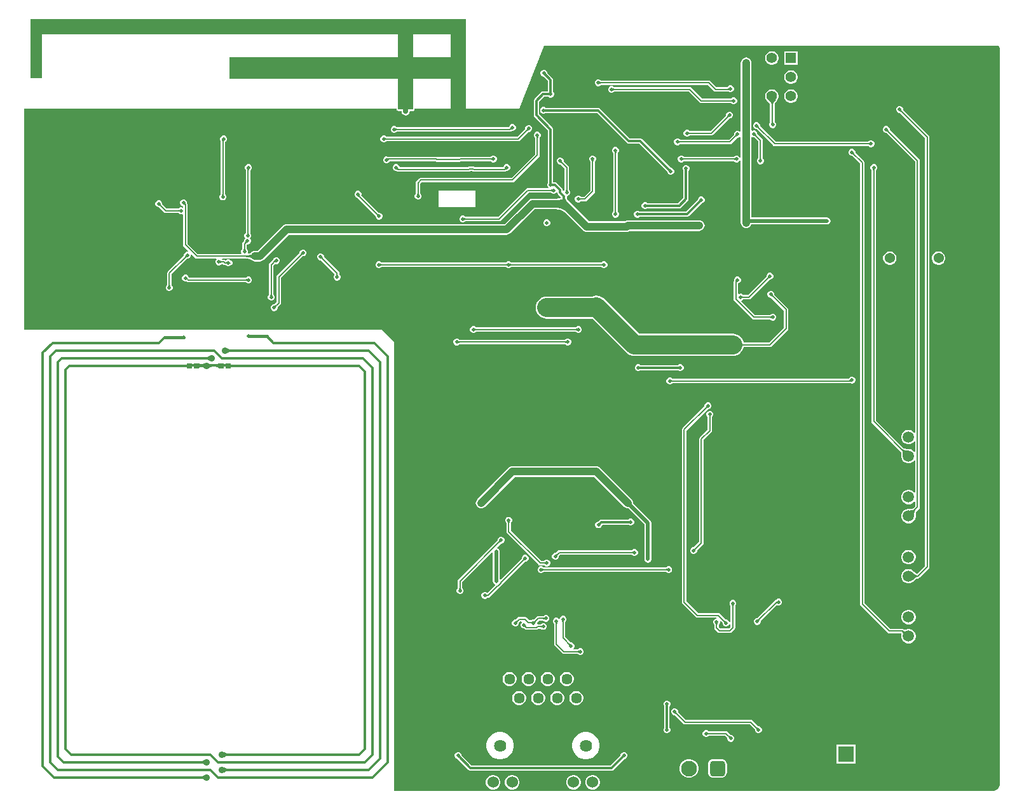
<source format=gtl>
G04*
G04 #@! TF.GenerationSoftware,Altium Limited,Altium Designer,21.9.1 (22)*
G04*
G04 Layer_Physical_Order=1*
G04 Layer_Color=255*
%FSLAX25Y25*%
%MOIN*%
G70*
G04*
G04 #@! TF.SameCoordinates,3683F5DD-B2EF-4FE9-AD71-088996B23F6A*
G04*
G04*
G04 #@! TF.FilePolarity,Positive*
G04*
G01*
G75*
%ADD13C,0.02000*%
%ADD14R,0.02756X0.02559*%
%ADD25R,0.08465X0.08465*%
%ADD26C,0.08465*%
%ADD33C,0.01181*%
%ADD34C,0.03937*%
%ADD35C,0.10000*%
%ADD36C,0.00787*%
%ADD37C,0.01968*%
%ADD38C,0.01378*%
%ADD39C,0.02756*%
%ADD40C,0.01400*%
%ADD41C,0.01600*%
%ADD42R,0.07874X0.47244*%
%ADD43R,2.28347X0.07874*%
%ADD44R,1.20453X0.11811*%
%ADD45R,0.06260X0.30709*%
%ADD46R,0.07874X0.47244*%
%ADD47C,0.05400*%
%ADD48C,0.05906*%
%ADD49C,0.13780*%
%ADD50C,0.19685*%
%ADD51C,0.06398*%
%ADD52C,0.09626*%
%ADD53C,0.06024*%
%ADD54C,0.05693*%
%ADD55C,0.08268*%
G04:AMPARAMS|DCode=56|XSize=82.68mil|YSize=82.68mil|CornerRadius=20.67mil|HoleSize=0mil|Usage=FLASHONLY|Rotation=180.000|XOffset=0mil|YOffset=0mil|HoleType=Round|Shape=RoundedRectangle|*
%AMROUNDEDRECTD56*
21,1,0.08268,0.04134,0,0,180.0*
21,1,0.04134,0.08268,0,0,180.0*
1,1,0.04134,-0.02067,0.02067*
1,1,0.04134,0.02067,0.02067*
1,1,0.04134,0.02067,-0.02067*
1,1,0.04134,-0.02067,-0.02067*
%
%ADD56ROUNDEDRECTD56*%
%ADD57C,0.05512*%
%ADD58R,0.05512X0.05512*%
%ADD59C,0.01968*%
%ADD60C,0.03569*%
%ADD61C,0.02500*%
G36*
X1223577Y859988D02*
X1223874Y859270D01*
X1223970Y858544D01*
X1223961Y858500D01*
X1223961Y472000D01*
X1223970Y471956D01*
X1223874Y471230D01*
X1223577Y470512D01*
X1223104Y469896D01*
X1222488Y469423D01*
X1221770Y469126D01*
X1221044Y469030D01*
X1221000Y469039D01*
X906500D01*
Y704500D01*
X900000Y711000D01*
X712539Y711042D01*
X712539Y827000D01*
X907764D01*
Y826500D01*
X907825Y826193D01*
X907999Y825932D01*
X908260Y825758D01*
X908567Y825697D01*
X910292D01*
Y825500D01*
X910460Y824655D01*
X910939Y823939D01*
X911655Y823460D01*
X912500Y823292D01*
X913345Y823460D01*
X914061Y823939D01*
X914540Y824655D01*
X914708Y825500D01*
Y825697D01*
X916441D01*
X916748Y825758D01*
X917009Y825932D01*
X917183Y826193D01*
X917244Y826500D01*
Y827000D01*
X972000D01*
X985000Y860000D01*
X1223567D01*
X1223577Y859988D01*
D02*
G37*
G36*
X819130Y701114D02*
X819248Y701020D01*
X819374Y700938D01*
X819507Y700867D01*
X819647Y700806D01*
X819794Y700757D01*
X819949Y700718D01*
X820111Y700691D01*
X820280Y700674D01*
X820456Y700669D01*
Y699269D01*
X820280Y699263D01*
X820111Y699247D01*
X819949Y699220D01*
X819794Y699181D01*
X819647Y699132D01*
X819507Y699071D01*
X819374Y699000D01*
X819248Y698917D01*
X819130Y698824D01*
X819018Y698720D01*
Y701218D01*
X819130Y701114D01*
D02*
G37*
G36*
X809470Y694720D02*
X809358Y694824D01*
X809240Y694917D01*
X809114Y695000D01*
X808981Y695071D01*
X808841Y695132D01*
X808694Y695181D01*
X808539Y695220D01*
X808377Y695247D01*
X808208Y695263D01*
X808032Y695269D01*
Y696669D01*
X808208Y696674D01*
X808377Y696691D01*
X808539Y696718D01*
X808694Y696757D01*
X808841Y696806D01*
X808981Y696867D01*
X809114Y696938D01*
X809240Y697020D01*
X809358Y697114D01*
X809470Y697218D01*
Y694720D01*
D02*
G37*
G36*
X808000Y692163D02*
X806647Y690837D01*
X806541Y690949D01*
X806428Y691049D01*
X806307Y691138D01*
X806178Y691215D01*
X806041Y691280D01*
X805896Y691333D01*
X805744Y691374D01*
X805583Y691404D01*
X805415Y691422D01*
X805404Y691422D01*
X805352Y691421D01*
X805118Y691400D01*
X804911Y691366D01*
X804732Y691317D01*
X804580Y691255D01*
X804457Y691180D01*
X804360Y691090D01*
X804291Y690987D01*
X804250Y690870D01*
X804236Y690739D01*
Y693267D01*
X804250Y693180D01*
X804291Y693101D01*
X804360Y693032D01*
X804457Y692972D01*
X804580Y692921D01*
X804732Y692879D01*
X804911Y692847D01*
X805118Y692824D01*
X805490Y692810D01*
X805511Y692811D01*
X805680Y692827D01*
X805842Y692853D01*
X805999Y692889D01*
X806149Y692937D01*
X806293Y692994D01*
X806431Y693062D01*
X806564Y693141D01*
X806690Y693230D01*
X806810Y693330D01*
X808000Y692163D01*
D02*
G37*
G36*
X809310Y693230D02*
X809436Y693141D01*
X809569Y693062D01*
X809707Y692994D01*
X809851Y692937D01*
X810001Y692889D01*
X810158Y692853D01*
X810320Y692827D01*
X810489Y692811D01*
X810663Y692805D01*
X810761Y691428D01*
X810585Y691422D01*
X810417Y691404D01*
X810256Y691374D01*
X810104Y691333D01*
X809959Y691280D01*
X809822Y691215D01*
X809693Y691138D01*
X809572Y691049D01*
X809459Y690949D01*
X809353Y690837D01*
X808000Y692163D01*
X809190Y693330D01*
X809310Y693230D01*
D02*
G37*
G36*
X814276Y690739D02*
X814262Y690870D01*
X814219Y690987D01*
X814149Y691090D01*
X814052Y691180D01*
X813927Y691255D01*
X813774Y691317D01*
X813593Y691366D01*
X813385Y691400D01*
X813150Y691421D01*
X812886Y691428D01*
Y692805D01*
X813148Y692810D01*
X813589Y692847D01*
X813768Y692879D01*
X813920Y692921D01*
X814044Y692972D01*
X814140Y693032D01*
X814209Y693101D01*
X814250Y693180D01*
X814264Y693267D01*
X814276Y690739D01*
D02*
G37*
G36*
X817630Y489114D02*
X817748Y489020D01*
X817874Y488938D01*
X818007Y488867D01*
X818147Y488806D01*
X818294Y488757D01*
X818449Y488718D01*
X818611Y488691D01*
X818780Y488674D01*
X818956Y488669D01*
Y487269D01*
X818780Y487263D01*
X818611Y487247D01*
X818449Y487220D01*
X818294Y487181D01*
X818147Y487132D01*
X818007Y487071D01*
X817874Y487000D01*
X817748Y486917D01*
X817630Y486824D01*
X817518Y486720D01*
Y489218D01*
X817630Y489114D01*
D02*
G37*
G36*
X806970Y482720D02*
X806858Y482824D01*
X806740Y482917D01*
X806614Y483000D01*
X806481Y483071D01*
X806341Y483132D01*
X806194Y483181D01*
X806039Y483220D01*
X805877Y483247D01*
X805708Y483263D01*
X805532Y483269D01*
Y484669D01*
X805708Y484675D01*
X805877Y484691D01*
X806039Y484718D01*
X806194Y484757D01*
X806341Y484806D01*
X806481Y484867D01*
X806614Y484938D01*
X806740Y485020D01*
X806858Y485114D01*
X806970Y485218D01*
Y482720D01*
D02*
G37*
G36*
X817630Y481114D02*
X817748Y481020D01*
X817874Y480938D01*
X818007Y480867D01*
X818147Y480806D01*
X818294Y480757D01*
X818449Y480718D01*
X818611Y480691D01*
X818780Y480675D01*
X818956Y480669D01*
Y479269D01*
X818780Y479263D01*
X818611Y479247D01*
X818449Y479220D01*
X818294Y479181D01*
X818147Y479132D01*
X818007Y479071D01*
X817874Y479000D01*
X817748Y478918D01*
X817630Y478824D01*
X817518Y478720D01*
Y481218D01*
X817630Y481114D01*
D02*
G37*
G36*
X806970Y474720D02*
X806858Y474824D01*
X806740Y474918D01*
X806614Y475000D01*
X806481Y475071D01*
X806341Y475132D01*
X806194Y475181D01*
X806039Y475220D01*
X805877Y475247D01*
X805708Y475264D01*
X805532Y475269D01*
Y476669D01*
X805708Y476675D01*
X805877Y476691D01*
X806039Y476718D01*
X806194Y476757D01*
X806341Y476806D01*
X806481Y476867D01*
X806614Y476938D01*
X806740Y477021D01*
X806858Y477114D01*
X806970Y477218D01*
Y474720D01*
D02*
G37*
%LPC*%
G36*
X1118043Y857043D02*
X1110957D01*
Y849957D01*
X1118043D01*
Y857043D01*
D02*
G37*
G36*
X1104967D02*
X1104033D01*
X1103132Y856802D01*
X1102324Y856335D01*
X1101665Y855676D01*
X1101198Y854868D01*
X1100957Y853967D01*
Y853034D01*
X1101198Y852132D01*
X1101665Y851324D01*
X1102324Y850665D01*
X1103132Y850198D01*
X1104033Y849957D01*
X1104967D01*
X1105868Y850198D01*
X1106676Y850665D01*
X1107335Y851324D01*
X1107802Y852132D01*
X1108043Y853034D01*
Y853967D01*
X1107802Y854868D01*
X1107335Y855676D01*
X1106676Y856335D01*
X1105868Y856802D01*
X1104967Y857043D01*
D02*
G37*
G36*
X1114966Y847043D02*
X1114034D01*
X1113132Y846802D01*
X1112324Y846335D01*
X1111665Y845676D01*
X1111198Y844868D01*
X1110957Y843966D01*
Y843034D01*
X1111198Y842132D01*
X1111665Y841324D01*
X1112324Y840665D01*
X1113132Y840198D01*
X1114034Y839957D01*
X1114966D01*
X1115868Y840198D01*
X1116676Y840665D01*
X1117335Y841324D01*
X1117802Y842132D01*
X1118043Y843034D01*
Y843966D01*
X1117802Y844868D01*
X1117335Y845676D01*
X1116676Y846335D01*
X1115868Y846802D01*
X1114966Y847043D01*
D02*
G37*
G36*
X1013852Y842272D02*
X1013148D01*
X1012496Y842002D01*
X1011998Y841504D01*
X1011728Y840852D01*
Y840148D01*
X1011998Y839496D01*
X1012496Y838998D01*
X1013148Y838728D01*
X1013852D01*
X1014504Y838998D01*
X1014696Y839190D01*
X1014751Y839225D01*
X1014785Y839256D01*
X1014793Y839263D01*
X1014802Y839268D01*
X1014813Y839274D01*
X1014827Y839280D01*
X1014846Y839286D01*
X1014871Y839292D01*
X1014892Y839296D01*
X1071001D01*
X1074148Y836148D01*
X1074148Y836148D01*
X1074539Y835887D01*
X1075000Y835796D01*
X1075000Y835796D01*
X1081775D01*
X1081873Y835785D01*
X1081907Y835780D01*
X1082011Y835756D01*
X1082036Y835748D01*
X1082066Y835736D01*
X1082113Y835716D01*
X1082192Y835699D01*
X1082503Y835570D01*
X1083208D01*
X1083859Y835839D01*
X1084357Y836338D01*
X1084627Y836989D01*
Y837694D01*
X1084357Y838345D01*
X1083859Y838843D01*
X1083208Y839113D01*
X1082503D01*
X1081852Y838843D01*
X1081353Y838345D01*
X1081295Y838204D01*
X1075499D01*
X1072351Y841352D01*
X1071961Y841613D01*
X1071500Y841704D01*
X1071500Y841704D01*
X1014892D01*
X1014872Y841708D01*
X1014846Y841714D01*
X1014827Y841720D01*
X1014813Y841726D01*
X1014802Y841732D01*
X1014793Y841737D01*
X1014785Y841743D01*
X1014751Y841775D01*
X1014696Y841810D01*
X1014504Y842002D01*
X1013852Y842272D01*
D02*
G37*
G36*
X985352Y847272D02*
X984648D01*
X983996Y847002D01*
X983498Y846504D01*
X983228Y845852D01*
Y845148D01*
X983498Y844496D01*
X983996Y843998D01*
X984648Y843728D01*
X984781D01*
X984812Y843701D01*
X987095Y841418D01*
Y835905D01*
X984500D01*
X983962Y835798D01*
X983507Y835493D01*
X980007Y831993D01*
X979702Y831538D01*
X979595Y831000D01*
Y823500D01*
X979702Y822962D01*
X980007Y822507D01*
X987095Y815418D01*
Y788100D01*
X986998Y788004D01*
X986728Y787352D01*
Y786648D01*
X986998Y785996D01*
X987290Y785704D01*
X987083Y785204D01*
X976500D01*
X976039Y785113D01*
X975648Y784852D01*
X975648Y784852D01*
X961001Y770204D01*
X943892D01*
X943871Y770208D01*
X943846Y770214D01*
X943827Y770220D01*
X943813Y770226D01*
X943802Y770232D01*
X943793Y770237D01*
X943785Y770244D01*
X943751Y770275D01*
X943696Y770310D01*
X943504Y770502D01*
X942852Y770772D01*
X942148D01*
X941496Y770502D01*
X940998Y770004D01*
X940728Y769352D01*
Y768648D01*
X940998Y767996D01*
X941496Y767498D01*
X942148Y767228D01*
X942852D01*
X943504Y767498D01*
X943696Y767690D01*
X943751Y767725D01*
X943785Y767757D01*
X943793Y767763D01*
X943802Y767768D01*
X943813Y767774D01*
X943827Y767780D01*
X943846Y767786D01*
X943871Y767792D01*
X943892Y767796D01*
X961500D01*
X961500Y767796D01*
X961961Y767887D01*
X962352Y768149D01*
X976999Y782796D01*
X988608D01*
X988628Y782793D01*
X988654Y782786D01*
X988673Y782780D01*
X988687Y782774D01*
X988698Y782768D01*
X988707Y782763D01*
X988715Y782757D01*
X988749Y782725D01*
X988804Y782690D01*
X988996Y782498D01*
X989648Y782228D01*
X990352D01*
X991004Y782498D01*
X991424Y782919D01*
X991770Y782880D01*
X991958Y782799D01*
X992016Y782507D01*
X992321Y782051D01*
X993832Y780540D01*
X993837Y780525D01*
X993767Y780065D01*
X993705Y779959D01*
X993394Y779883D01*
X992938Y779810D01*
X992398Y779755D01*
X991271Y779718D01*
X978938D01*
X978219Y779623D01*
X977548Y779346D01*
X976973Y778904D01*
X964349Y766280D01*
X850162D01*
X849442Y766185D01*
X848772Y765907D01*
X848196Y765465D01*
X835010Y752280D01*
X833500D01*
X832781Y752185D01*
X832110Y751907D01*
X831534Y751466D01*
X831519Y751446D01*
X831411Y751355D01*
X831229Y751241D01*
X830985Y751128D01*
X830680Y751022D01*
X830314Y750927D01*
X829989Y750865D01*
X829827Y750994D01*
X829639Y751328D01*
X829772Y751648D01*
Y752352D01*
X829502Y753004D01*
X829310Y753196D01*
X829275Y753251D01*
X829243Y753285D01*
X829237Y753293D01*
X829232Y753302D01*
X829226Y753313D01*
X829220Y753327D01*
X829214Y753346D01*
X829208Y753371D01*
X829204Y753392D01*
Y755501D01*
X829368Y755664D01*
X829384Y755676D01*
X829406Y755690D01*
X829424Y755699D01*
X829439Y755705D01*
X829450Y755709D01*
X829460Y755711D01*
X829470Y755712D01*
X829517Y755713D01*
X829581Y755728D01*
X829852D01*
X830504Y755998D01*
X831002Y756496D01*
X831272Y757148D01*
Y757852D01*
X831002Y758504D01*
X830674Y758832D01*
X831166Y759323D01*
X831435Y759975D01*
Y760679D01*
X831166Y761331D01*
X831096Y761400D01*
X831089Y761413D01*
X831077Y761437D01*
X831067Y761464D01*
X831057Y761495D01*
X831048Y761530D01*
X831042Y761560D01*
X831036Y761618D01*
Y794531D01*
X831502Y794996D01*
X831772Y795648D01*
Y796352D01*
X831502Y797004D01*
X831004Y797502D01*
X830352Y797772D01*
X829648D01*
X828996Y797502D01*
X828498Y797004D01*
X828228Y796352D01*
Y795648D01*
X828498Y794996D01*
X828567Y794927D01*
X828575Y794914D01*
X828586Y794890D01*
X828597Y794863D01*
X828607Y794832D01*
X828616Y794797D01*
X828622Y794767D01*
X828628Y794709D01*
Y761796D01*
X828162Y761331D01*
X827892Y760679D01*
Y759975D01*
X828162Y759323D01*
X828490Y758995D01*
X827998Y758504D01*
X827728Y757852D01*
Y757581D01*
X827713Y757517D01*
X827712Y757470D01*
X827711Y757460D01*
X827709Y757450D01*
X827705Y757439D01*
X827699Y757424D01*
X827690Y757406D01*
X827676Y757384D01*
X827664Y757368D01*
X827149Y756851D01*
X826887Y756461D01*
X826796Y756000D01*
X826796Y756000D01*
Y753392D01*
X826792Y753371D01*
X826786Y753346D01*
X826780Y753327D01*
X826774Y753313D01*
X826768Y753302D01*
X826763Y753293D01*
X826756Y753285D01*
X826725Y753251D01*
X826690Y753196D01*
X826498Y753004D01*
X826228Y752352D01*
Y751648D01*
X826412Y751204D01*
X826137Y750704D01*
X803499D01*
X798204Y755999D01*
Y776500D01*
X798113Y776961D01*
X797852Y777352D01*
X797852Y777352D01*
X797772Y777431D01*
Y777852D01*
X797502Y778504D01*
X797004Y779002D01*
X796352Y779272D01*
X795648D01*
X794996Y779002D01*
X794498Y778504D01*
X794228Y777852D01*
Y777148D01*
X794498Y776496D01*
X794996Y775998D01*
X795626Y775737D01*
X795657Y775617D01*
X795688Y775228D01*
X795296Y774968D01*
X794949Y775111D01*
X794244D01*
X793593Y774842D01*
X793401Y774650D01*
X793346Y774615D01*
X793312Y774583D01*
X793303Y774577D01*
X793295Y774572D01*
X793284Y774566D01*
X793270Y774560D01*
X793251Y774554D01*
X793225Y774547D01*
X793205Y774544D01*
X787159D01*
X784835Y776868D01*
X784824Y776884D01*
X784810Y776906D01*
X784801Y776925D01*
X784795Y776939D01*
X784792Y776950D01*
X784789Y776960D01*
X784788Y776970D01*
X784787Y777017D01*
X784772Y777081D01*
Y777352D01*
X784502Y778004D01*
X784004Y778502D01*
X783352Y778772D01*
X782648D01*
X781996Y778502D01*
X781498Y778004D01*
X781228Y777352D01*
Y776648D01*
X781498Y775996D01*
X781996Y775498D01*
X782648Y775228D01*
X782919D01*
X782983Y775213D01*
X783030Y775212D01*
X783040Y775211D01*
X783050Y775209D01*
X783061Y775205D01*
X783076Y775199D01*
X783094Y775190D01*
X783116Y775176D01*
X783132Y775165D01*
X785809Y772488D01*
X785809Y772488D01*
X786199Y772227D01*
X786660Y772136D01*
X786660Y772136D01*
X793205D01*
X793225Y772132D01*
X793251Y772126D01*
X793270Y772120D01*
X793284Y772114D01*
X793295Y772108D01*
X793303Y772103D01*
X793312Y772096D01*
X793346Y772064D01*
X793401Y772030D01*
X793593Y771838D01*
X794244Y771568D01*
X794949D01*
X795296Y771712D01*
X795796Y771380D01*
Y755500D01*
X795796Y755500D01*
X795887Y755039D01*
X796148Y754648D01*
X798577Y752220D01*
X798399Y751864D01*
X798318Y751772D01*
X797648D01*
X796996Y751502D01*
X796498Y751004D01*
X796228Y750352D01*
Y750081D01*
X796213Y750017D01*
X796212Y749970D01*
X796211Y749960D01*
X796208Y749950D01*
X796205Y749939D01*
X796199Y749925D01*
X796190Y749906D01*
X796176Y749884D01*
X796165Y749868D01*
X787648Y741352D01*
X787387Y740961D01*
X787296Y740500D01*
X787296Y740500D01*
Y734392D01*
X787292Y734372D01*
X787286Y734346D01*
X787280Y734327D01*
X787274Y734313D01*
X787268Y734302D01*
X787263Y734293D01*
X787256Y734285D01*
X787225Y734251D01*
X787190Y734196D01*
X786998Y734004D01*
X786728Y733352D01*
Y732648D01*
X786998Y731996D01*
X787496Y731498D01*
X788148Y731228D01*
X788852D01*
X789504Y731498D01*
X790002Y731996D01*
X790272Y732648D01*
Y733352D01*
X790002Y734004D01*
X789810Y734196D01*
X789775Y734251D01*
X789744Y734285D01*
X789737Y734293D01*
X789732Y734302D01*
X789726Y734313D01*
X789720Y734327D01*
X789714Y734346D01*
X789708Y734371D01*
X789704Y734392D01*
Y740001D01*
X797868Y748165D01*
X797884Y748176D01*
X797906Y748190D01*
X797925Y748199D01*
X797939Y748205D01*
X797950Y748209D01*
X797960Y748211D01*
X797970Y748212D01*
X798017Y748213D01*
X798081Y748228D01*
X798352D01*
X799004Y748498D01*
X799502Y748996D01*
X799772Y749648D01*
Y750318D01*
X799864Y750399D01*
X800220Y750577D01*
X802149Y748649D01*
X802539Y748387D01*
X803000Y748296D01*
X813083D01*
X813290Y747796D01*
X812998Y747504D01*
X812728Y746852D01*
Y746148D01*
X812998Y745496D01*
X813496Y744998D01*
X814148Y744728D01*
X814852D01*
X815504Y744998D01*
X815696Y745190D01*
X815751Y745225D01*
X815785Y745257D01*
X815793Y745263D01*
X815802Y745268D01*
X815813Y745274D01*
X815827Y745280D01*
X815846Y745286D01*
X815871Y745292D01*
X815892Y745296D01*
X816638D01*
X816786Y745149D01*
X816786Y745149D01*
X817176Y744887D01*
X817637Y744796D01*
X817637Y744796D01*
X818108D01*
X818128Y744793D01*
X818154Y744786D01*
X818173Y744780D01*
X818187Y744774D01*
X818198Y744768D01*
X818207Y744763D01*
X818215Y744757D01*
X818249Y744725D01*
X818304Y744690D01*
X818496Y744498D01*
X819148Y744228D01*
X819852D01*
X820504Y744498D01*
X820876Y744871D01*
X820961Y744887D01*
X821352Y745149D01*
X821613Y745539D01*
X821704Y746000D01*
X821613Y746461D01*
X821352Y746851D01*
X820961Y747113D01*
X820876Y747129D01*
X820504Y747502D01*
X819852Y747772D01*
X819148D01*
X818497Y747502D01*
X817988Y747352D01*
X817598Y747613D01*
X817137Y747704D01*
X817137Y747704D01*
X816197D01*
X816136Y747796D01*
X816405Y748296D01*
X828146D01*
X828271Y748294D01*
X829416Y748217D01*
X829889Y748154D01*
X830314Y748073D01*
X830680Y747978D01*
X830985Y747871D01*
X831229Y747759D01*
X831411Y747646D01*
X831519Y747554D01*
X831534Y747535D01*
X832110Y747093D01*
X832781Y746815D01*
X833500Y746720D01*
X836162D01*
X836881Y746815D01*
X837551Y747093D01*
X838127Y747535D01*
X851313Y760720D01*
X965500D01*
X966219Y760815D01*
X966890Y761093D01*
X967465Y761535D01*
X980090Y774159D01*
X991028D01*
X991527Y774141D01*
X992218Y774064D01*
X992885Y773937D01*
X993529Y773759D01*
X994151Y773531D01*
X994751Y773253D01*
X995332Y772923D01*
X995893Y772542D01*
X996437Y772107D01*
X996802Y771767D01*
X1005534Y763034D01*
X1006110Y762593D01*
X1006781Y762315D01*
X1007500Y762220D01*
X1028500D01*
X1029219Y762315D01*
X1029890Y762593D01*
X1030056Y762720D01*
X1066500D01*
X1067219Y762815D01*
X1067890Y763093D01*
X1068466Y763534D01*
X1068907Y764110D01*
X1069185Y764781D01*
X1069280Y765500D01*
X1069185Y766219D01*
X1068907Y766890D01*
X1068466Y767465D01*
X1067890Y767907D01*
X1067219Y768185D01*
X1066500Y768280D01*
X1029000D01*
X1028281Y768185D01*
X1027610Y767907D01*
X1027444Y767780D01*
X1008651D01*
X997643Y778788D01*
X997604Y778843D01*
X997463Y779061D01*
X997341Y779279D01*
X997237Y779495D01*
X997150Y779711D01*
X997079Y779926D01*
X997025Y780142D01*
X996986Y780358D01*
X996967Y780545D01*
Y780797D01*
X996958Y780842D01*
X997275Y781228D01*
X997352D01*
X998004Y781498D01*
X998502Y781996D01*
X998772Y782648D01*
Y783352D01*
X998502Y784004D01*
X998310Y784196D01*
X998275Y784251D01*
X998244Y784285D01*
X998237Y784293D01*
X998232Y784302D01*
X998226Y784313D01*
X998220Y784327D01*
X998214Y784346D01*
X998208Y784371D01*
X998204Y784392D01*
Y796000D01*
X998204Y796000D01*
X998113Y796461D01*
X997851Y796851D01*
X997851Y796852D01*
X995335Y799368D01*
X995324Y799384D01*
X995310Y799406D01*
X995301Y799425D01*
X995295Y799439D01*
X995292Y799450D01*
X995289Y799460D01*
X995288Y799470D01*
X995287Y799517D01*
X995272Y799581D01*
Y799852D01*
X995002Y800504D01*
X994504Y801002D01*
X993852Y801272D01*
X993148D01*
X992496Y801002D01*
X991998Y800504D01*
X991728Y799852D01*
Y799148D01*
X991998Y798496D01*
X992496Y797998D01*
X993148Y797728D01*
X993419D01*
X993483Y797713D01*
X993530Y797712D01*
X993540Y797711D01*
X993550Y797709D01*
X993561Y797705D01*
X993575Y797699D01*
X993594Y797690D01*
X993616Y797676D01*
X993632Y797664D01*
X995796Y795501D01*
Y784392D01*
X995792Y784372D01*
X995786Y784346D01*
X995780Y784327D01*
X995774Y784313D01*
X995768Y784302D01*
X995763Y784293D01*
X995757Y784285D01*
X995725Y784251D01*
X995690Y784196D01*
X995498Y784004D01*
X994916Y783905D01*
X994719Y784067D01*
Y784327D01*
X994612Y784865D01*
X994308Y785321D01*
X991635Y787993D01*
X991179Y788298D01*
X990641Y788405D01*
X989905D01*
Y816000D01*
X989798Y816538D01*
X989493Y816994D01*
X982405Y824082D01*
Y830418D01*
X985082Y833095D01*
X987399D01*
X987496Y832998D01*
X988148Y832728D01*
X988852D01*
X989504Y832998D01*
X990002Y833496D01*
X990272Y834148D01*
Y834852D01*
X990002Y835504D01*
X989908Y835598D01*
X989905Y835639D01*
Y842000D01*
X989798Y842538D01*
X989493Y842993D01*
X986772Y845715D01*
Y845852D01*
X986502Y846504D01*
X986004Y847002D01*
X985352Y847272D01*
D02*
G37*
G36*
X1114966Y837043D02*
X1114034D01*
X1113132Y836802D01*
X1112324Y836335D01*
X1111665Y835676D01*
X1111198Y834868D01*
X1110957Y833967D01*
Y833033D01*
X1111198Y832132D01*
X1111665Y831324D01*
X1112324Y830665D01*
X1113132Y830198D01*
X1114034Y829957D01*
X1114966D01*
X1115868Y830198D01*
X1116676Y830665D01*
X1117335Y831324D01*
X1117802Y832132D01*
X1118043Y833033D01*
Y833967D01*
X1117802Y834868D01*
X1117335Y835676D01*
X1116676Y836335D01*
X1115868Y836802D01*
X1114966Y837043D01*
D02*
G37*
G36*
X1020852Y838772D02*
X1020148D01*
X1019496Y838502D01*
X1018998Y838004D01*
X1018728Y837352D01*
Y836648D01*
X1018998Y835996D01*
X1019496Y835498D01*
X1020148Y835228D01*
X1020852D01*
X1021504Y835498D01*
X1021696Y835690D01*
X1021751Y835725D01*
X1021785Y835756D01*
X1021793Y835763D01*
X1021802Y835768D01*
X1021813Y835774D01*
X1021827Y835780D01*
X1021846Y835786D01*
X1021871Y835792D01*
X1021892Y835796D01*
X1061001D01*
X1066648Y830149D01*
X1067039Y829887D01*
X1067500Y829796D01*
X1083109D01*
X1083129Y829792D01*
X1083154Y829786D01*
X1083173Y829780D01*
X1083187Y829774D01*
X1083198Y829768D01*
X1083207Y829763D01*
X1083215Y829757D01*
X1083249Y829725D01*
X1083304Y829690D01*
X1083496Y829498D01*
X1084148Y829228D01*
X1084852D01*
X1085504Y829498D01*
X1086002Y829996D01*
X1086272Y830648D01*
Y831352D01*
X1086002Y832004D01*
X1085504Y832502D01*
X1084852Y832772D01*
X1084148D01*
X1083496Y832502D01*
X1083304Y832310D01*
X1083249Y832275D01*
X1083215Y832244D01*
X1083207Y832237D01*
X1083198Y832232D01*
X1083187Y832226D01*
X1083173Y832220D01*
X1083154Y832214D01*
X1083129Y832208D01*
X1083108Y832204D01*
X1067999D01*
X1062352Y837852D01*
X1061961Y838113D01*
X1061500Y838204D01*
X1061500Y838204D01*
X1021891D01*
X1021871Y838208D01*
X1021846Y838214D01*
X1021827Y838220D01*
X1021813Y838226D01*
X1021802Y838232D01*
X1021793Y838237D01*
X1021785Y838243D01*
X1021751Y838275D01*
X1021696Y838310D01*
X1021504Y838502D01*
X1020852Y838772D01*
D02*
G37*
G36*
X968852Y818772D02*
X968148D01*
X967496Y818502D01*
X966998Y818004D01*
X966728Y817352D01*
Y817310D01*
X966714Y817280D01*
X966696Y817248D01*
X966674Y817212D01*
X966668Y817204D01*
X907891D01*
X907872Y817208D01*
X907846Y817214D01*
X907827Y817220D01*
X907813Y817226D01*
X907802Y817232D01*
X907793Y817237D01*
X907785Y817243D01*
X907751Y817275D01*
X907696Y817310D01*
X907504Y817502D01*
X906852Y817772D01*
X906148D01*
X905496Y817502D01*
X904998Y817004D01*
X904728Y816352D01*
Y815648D01*
X904998Y814996D01*
X905496Y814498D01*
X906148Y814228D01*
X906852D01*
X907504Y814498D01*
X907696Y814690D01*
X907751Y814725D01*
X907785Y814756D01*
X907793Y814763D01*
X907802Y814768D01*
X907813Y814774D01*
X907827Y814780D01*
X907846Y814786D01*
X907871Y814792D01*
X907892Y814796D01*
X967180D01*
X967180Y814796D01*
X967641Y814887D01*
X968032Y815149D01*
X968122Y815239D01*
X968148Y815228D01*
X968852D01*
X969504Y815498D01*
X970002Y815996D01*
X970272Y816648D01*
Y817352D01*
X970002Y818004D01*
X969504Y818502D01*
X968852Y818772D01*
D02*
G37*
G36*
X1104967Y837043D02*
X1104033D01*
X1103132Y836802D01*
X1102324Y836335D01*
X1101665Y835676D01*
X1101198Y834868D01*
X1100957Y833967D01*
Y833033D01*
X1101198Y832132D01*
X1101665Y831324D01*
X1102324Y830665D01*
X1102373Y830637D01*
X1102805Y830261D01*
X1103009Y830056D01*
X1103184Y829859D01*
X1103324Y829678D01*
X1103429Y829515D01*
X1103502Y829375D01*
X1103547Y829257D01*
X1103569Y829165D01*
X1103570Y829155D01*
Y819734D01*
X1103565Y819677D01*
X1103559Y819641D01*
X1103549Y819600D01*
X1103539Y819564D01*
X1103528Y819533D01*
X1103498Y819504D01*
X1103228Y818852D01*
Y818148D01*
X1103498Y817496D01*
X1103996Y816998D01*
X1104648Y816728D01*
X1105352D01*
X1106004Y816998D01*
X1106502Y817496D01*
X1106772Y818148D01*
Y818852D01*
X1106502Y819504D01*
X1106004Y820002D01*
X1105978Y820012D01*
Y829228D01*
X1105999Y829321D01*
X1106046Y829457D01*
X1106122Y829629D01*
X1106229Y829832D01*
X1106360Y830050D01*
X1106978Y830907D01*
X1107238Y831226D01*
X1107238Y831227D01*
X1107335Y831324D01*
X1107802Y832132D01*
X1108043Y833033D01*
Y833967D01*
X1107802Y834868D01*
X1107335Y835676D01*
X1106676Y836335D01*
X1105868Y836802D01*
X1104967Y837043D01*
D02*
G37*
G36*
X1082660Y825295D02*
X1081956D01*
X1081304Y825025D01*
X1080806Y824527D01*
X1080536Y823876D01*
Y823604D01*
X1080521Y823540D01*
X1080520Y823493D01*
X1080519Y823483D01*
X1080517Y823473D01*
X1080513Y823462D01*
X1080507Y823448D01*
X1080498Y823430D01*
X1080484Y823407D01*
X1080472Y823391D01*
X1072286Y815204D01*
X1061392D01*
X1061372Y815207D01*
X1061346Y815214D01*
X1061327Y815220D01*
X1061313Y815226D01*
X1061302Y815232D01*
X1061293Y815237D01*
X1061285Y815244D01*
X1061251Y815275D01*
X1061196Y815310D01*
X1061004Y815502D01*
X1060352Y815772D01*
X1059648D01*
X1058996Y815502D01*
X1058498Y815004D01*
X1058228Y814352D01*
Y813648D01*
X1058498Y812996D01*
X1058996Y812498D01*
X1059648Y812228D01*
X1060352D01*
X1061004Y812498D01*
X1061196Y812690D01*
X1061251Y812725D01*
X1061285Y812757D01*
X1061293Y812763D01*
X1061302Y812768D01*
X1061313Y812774D01*
X1061327Y812780D01*
X1061346Y812786D01*
X1061371Y812792D01*
X1061392Y812796D01*
X1072785D01*
X1072785Y812796D01*
X1073246Y812887D01*
X1073636Y813148D01*
X1082176Y821688D01*
X1082192Y821699D01*
X1082214Y821713D01*
X1082232Y821722D01*
X1082247Y821728D01*
X1082258Y821732D01*
X1082268Y821734D01*
X1082278Y821735D01*
X1082325Y821737D01*
X1082389Y821751D01*
X1082660D01*
X1083312Y822021D01*
X1083810Y822520D01*
X1084080Y823171D01*
Y823876D01*
X1083810Y824527D01*
X1083312Y825025D01*
X1082660Y825295D01*
D02*
G37*
G36*
X1091000Y853780D02*
X1090281Y853685D01*
X1089610Y853407D01*
X1089034Y852966D01*
X1088593Y852390D01*
X1088315Y851719D01*
X1088220Y851000D01*
Y814992D01*
X1087720Y814785D01*
X1087504Y815002D01*
X1086852Y815272D01*
X1086148D01*
X1085496Y815002D01*
X1084998Y814504D01*
X1084728Y813852D01*
Y813581D01*
X1084713Y813517D01*
X1084712Y813470D01*
X1084711Y813460D01*
X1084708Y813450D01*
X1084705Y813439D01*
X1084699Y813424D01*
X1084690Y813406D01*
X1084676Y813384D01*
X1084665Y813368D01*
X1082001Y810704D01*
X1056392D01*
X1056371Y810707D01*
X1056346Y810714D01*
X1056327Y810720D01*
X1056313Y810726D01*
X1056302Y810732D01*
X1056293Y810737D01*
X1056285Y810744D01*
X1056251Y810775D01*
X1056196Y810810D01*
X1056004Y811002D01*
X1055352Y811272D01*
X1054648D01*
X1053996Y811002D01*
X1053498Y810504D01*
X1053228Y809852D01*
Y809148D01*
X1053498Y808496D01*
X1053996Y807998D01*
X1054648Y807728D01*
X1055352D01*
X1056004Y807998D01*
X1056196Y808190D01*
X1056251Y808225D01*
X1056285Y808257D01*
X1056293Y808263D01*
X1056302Y808268D01*
X1056313Y808274D01*
X1056327Y808280D01*
X1056346Y808286D01*
X1056371Y808292D01*
X1056392Y808296D01*
X1082500D01*
X1082500Y808296D01*
X1082961Y808387D01*
X1083352Y808648D01*
X1086368Y811664D01*
X1086384Y811676D01*
X1086406Y811690D01*
X1086425Y811699D01*
X1086439Y811705D01*
X1086450Y811709D01*
X1086460Y811711D01*
X1086470Y811712D01*
X1086517Y811713D01*
X1086581Y811728D01*
X1086852D01*
X1087504Y811998D01*
X1087720Y812215D01*
X1088220Y812008D01*
Y810000D01*
Y801076D01*
X1087720Y800976D01*
X1087502Y801504D01*
X1087004Y802002D01*
X1086352Y802272D01*
X1085648D01*
X1084996Y802002D01*
X1084804Y801810D01*
X1084749Y801775D01*
X1084715Y801744D01*
X1084707Y801737D01*
X1084698Y801732D01*
X1084687Y801726D01*
X1084673Y801720D01*
X1084654Y801714D01*
X1084629Y801708D01*
X1084608Y801704D01*
X1058391D01*
X1058372Y801707D01*
X1058346Y801714D01*
X1058327Y801720D01*
X1058313Y801726D01*
X1058302Y801732D01*
X1058293Y801737D01*
X1058285Y801744D01*
X1058251Y801775D01*
X1058196Y801810D01*
X1058004Y802002D01*
X1057352Y802272D01*
X1056648D01*
X1055996Y802002D01*
X1055498Y801504D01*
X1055228Y800852D01*
Y800148D01*
X1055498Y799496D01*
X1055996Y798998D01*
X1056648Y798728D01*
X1057352D01*
X1058004Y798998D01*
X1058196Y799190D01*
X1058251Y799225D01*
X1058285Y799257D01*
X1058293Y799263D01*
X1058302Y799268D01*
X1058313Y799274D01*
X1058327Y799280D01*
X1058346Y799286D01*
X1058371Y799292D01*
X1058392Y799296D01*
X1084608D01*
X1084628Y799293D01*
X1084654Y799286D01*
X1084673Y799280D01*
X1084687Y799274D01*
X1084698Y799268D01*
X1084707Y799263D01*
X1084715Y799257D01*
X1084749Y799225D01*
X1084804Y799190D01*
X1084996Y798998D01*
X1085648Y798728D01*
X1086352D01*
X1087004Y798998D01*
X1087502Y799496D01*
X1087720Y800024D01*
X1088220Y799924D01*
Y767000D01*
X1088315Y766281D01*
X1088593Y765610D01*
X1089034Y765034D01*
X1089610Y764593D01*
X1090281Y764315D01*
X1091000Y764220D01*
X1091719Y764315D01*
X1092390Y764593D01*
X1092966Y765034D01*
X1093407Y765610D01*
X1093649Y766194D01*
X1133500D01*
X1133675Y766228D01*
X1133852D01*
X1134017Y766296D01*
X1134191Y766331D01*
X1134339Y766430D01*
X1134504Y766498D01*
X1134629Y766624D01*
X1134777Y766723D01*
X1134876Y766871D01*
X1135002Y766996D01*
X1135070Y767161D01*
X1135169Y767309D01*
X1135204Y767483D01*
X1135272Y767648D01*
Y767826D01*
X1135306Y768000D01*
X1135272Y768175D01*
Y768352D01*
X1135204Y768517D01*
X1135169Y768691D01*
X1135070Y768839D01*
X1135002Y769004D01*
X1134876Y769129D01*
X1134777Y769277D01*
X1134629Y769376D01*
X1134504Y769502D01*
X1134339Y769570D01*
X1134191Y769669D01*
X1134017Y769704D01*
X1133852Y769772D01*
X1133675D01*
X1133500Y769806D01*
X1093780D01*
Y810000D01*
Y811858D01*
X1094280Y812106D01*
X1094769Y811904D01*
X1095040D01*
X1095104Y811889D01*
X1095151Y811887D01*
X1095161Y811886D01*
X1095171Y811884D01*
X1095182Y811880D01*
X1095197Y811875D01*
X1095215Y811865D01*
X1095237Y811852D01*
X1095253Y811840D01*
X1097296Y809798D01*
Y800892D01*
X1097292Y800871D01*
X1097286Y800846D01*
X1097280Y800827D01*
X1097274Y800813D01*
X1097268Y800802D01*
X1097263Y800793D01*
X1097256Y800785D01*
X1097225Y800751D01*
X1097190Y800696D01*
X1096998Y800504D01*
X1096728Y799852D01*
Y799148D01*
X1096998Y798496D01*
X1097496Y797998D01*
X1098148Y797728D01*
X1098852D01*
X1099504Y797998D01*
X1100002Y798496D01*
X1100272Y799148D01*
Y799852D01*
X1100002Y800504D01*
X1099810Y800696D01*
X1099775Y800751D01*
X1099743Y800785D01*
X1099737Y800793D01*
X1099732Y800802D01*
X1099726Y800813D01*
X1099720Y800827D01*
X1099714Y800846D01*
X1099708Y800871D01*
X1099704Y800892D01*
Y810297D01*
X1099613Y810757D01*
X1099352Y811148D01*
X1096957Y813543D01*
X1096945Y813560D01*
X1096931Y813582D01*
X1096922Y813600D01*
X1096916Y813614D01*
X1096913Y813626D01*
X1096910Y813636D01*
X1096909Y813646D01*
X1096908Y813692D01*
X1096893Y813756D01*
Y814028D01*
X1096623Y814679D01*
X1096125Y815177D01*
X1095473Y815447D01*
X1094769D01*
X1094280Y815245D01*
X1093780Y815493D01*
Y851000D01*
X1093685Y851719D01*
X1093407Y852390D01*
X1092966Y852966D01*
X1092390Y853407D01*
X1091719Y853685D01*
X1091000Y853780D01*
D02*
G37*
G36*
X977352Y818272D02*
X976648D01*
X975996Y818002D01*
X975498Y817504D01*
X975228Y816852D01*
Y816581D01*
X975213Y816517D01*
X975212Y816470D01*
X975211Y816460D01*
X975208Y816450D01*
X975205Y816439D01*
X975199Y816424D01*
X975190Y816406D01*
X975176Y816384D01*
X975165Y816368D01*
X971001Y812204D01*
X902392D01*
X902372Y812208D01*
X902346Y812214D01*
X902327Y812220D01*
X902313Y812226D01*
X902302Y812232D01*
X902293Y812237D01*
X902285Y812243D01*
X902251Y812275D01*
X902196Y812310D01*
X902004Y812502D01*
X901352Y812772D01*
X900648D01*
X899996Y812502D01*
X899498Y812004D01*
X899228Y811352D01*
Y810648D01*
X899498Y809996D01*
X899996Y809498D01*
X900648Y809228D01*
X901352D01*
X902004Y809498D01*
X902196Y809690D01*
X902251Y809725D01*
X902285Y809756D01*
X902293Y809763D01*
X902302Y809768D01*
X902313Y809774D01*
X902327Y809780D01*
X902346Y809786D01*
X902371Y809792D01*
X902392Y809796D01*
X971500D01*
X971500Y809796D01*
X971961Y809887D01*
X972351Y810149D01*
X976868Y814664D01*
X976884Y814676D01*
X976906Y814690D01*
X976925Y814699D01*
X976939Y814705D01*
X976950Y814709D01*
X976960Y814711D01*
X976970Y814712D01*
X977017Y814713D01*
X977081Y814728D01*
X977352D01*
X978004Y814998D01*
X978502Y815496D01*
X978772Y816148D01*
Y816852D01*
X978502Y817504D01*
X978004Y818002D01*
X977352Y818272D01*
D02*
G37*
G36*
X1096852Y819772D02*
X1096148D01*
X1095496Y819502D01*
X1094998Y819004D01*
X1094728Y818352D01*
Y817648D01*
X1094998Y816996D01*
X1095496Y816498D01*
X1096148Y816228D01*
X1096419D01*
X1096483Y816213D01*
X1096530Y816212D01*
X1096540Y816211D01*
X1096550Y816208D01*
X1096561Y816205D01*
X1096576Y816199D01*
X1096594Y816190D01*
X1096616Y816176D01*
X1096632Y816164D01*
X1105149Y807648D01*
X1105539Y807387D01*
X1106000Y807296D01*
X1106000Y807296D01*
X1155109D01*
X1155128Y807292D01*
X1155154Y807286D01*
X1155173Y807280D01*
X1155187Y807274D01*
X1155198Y807268D01*
X1155207Y807263D01*
X1155215Y807257D01*
X1155249Y807225D01*
X1155304Y807190D01*
X1155496Y806998D01*
X1156148Y806728D01*
X1156852D01*
X1157504Y806998D01*
X1158002Y807496D01*
X1158272Y808148D01*
Y808852D01*
X1158002Y809504D01*
X1157504Y810002D01*
X1156852Y810272D01*
X1156148D01*
X1155496Y810002D01*
X1155304Y809810D01*
X1155249Y809775D01*
X1155215Y809743D01*
X1155207Y809737D01*
X1155198Y809732D01*
X1155187Y809726D01*
X1155173Y809720D01*
X1155154Y809714D01*
X1155129Y809708D01*
X1155108Y809704D01*
X1106499D01*
X1098335Y817868D01*
X1098324Y817884D01*
X1098310Y817906D01*
X1098301Y817924D01*
X1098295Y817939D01*
X1098291Y817950D01*
X1098289Y817960D01*
X1098288Y817970D01*
X1098287Y818017D01*
X1098272Y818081D01*
Y818352D01*
X1098002Y819004D01*
X1097504Y819502D01*
X1096852Y819772D01*
D02*
G37*
G36*
X958852Y802272D02*
X958148D01*
X957496Y802002D01*
X957304Y801810D01*
X957249Y801775D01*
X957215Y801744D01*
X957207Y801737D01*
X957198Y801732D01*
X957187Y801726D01*
X957173Y801720D01*
X957154Y801714D01*
X957129Y801708D01*
X957108Y801704D01*
X941024D01*
X941024Y801704D01*
X940563Y801613D01*
X940317Y801448D01*
X929326D01*
X929080Y801613D01*
X928620Y801704D01*
X928619Y801704D01*
X903420D01*
X903087Y801711D01*
X902977Y801720D01*
X902852Y801772D01*
X902148D01*
X901496Y801502D01*
X900998Y801004D01*
X900728Y800352D01*
Y799648D01*
X900998Y798996D01*
X901496Y798498D01*
X902148Y798228D01*
X902852D01*
X903504Y798498D01*
X904002Y798996D01*
X904126Y799296D01*
X928169D01*
X928415Y799131D01*
X928876Y799040D01*
X928876Y799040D01*
X940768D01*
X940768Y799040D01*
X941229Y799131D01*
X941475Y799296D01*
X957108D01*
X957129Y799293D01*
X957154Y799286D01*
X957173Y799280D01*
X957187Y799274D01*
X957198Y799268D01*
X957207Y799263D01*
X957215Y799257D01*
X957249Y799225D01*
X957304Y799190D01*
X957496Y798998D01*
X958148Y798728D01*
X958852D01*
X959504Y798998D01*
X960002Y799496D01*
X960272Y800148D01*
Y800852D01*
X960002Y801504D01*
X959504Y802002D01*
X958852Y802272D01*
D02*
G37*
G36*
X965852Y797772D02*
X965148D01*
X964496Y797502D01*
X963998Y797004D01*
X963728Y796352D01*
Y796204D01*
X948806D01*
X948752Y796258D01*
X948361Y796519D01*
X947901Y796611D01*
X947900Y796611D01*
X945931D01*
X945931Y796611D01*
X945470Y796519D01*
X945079Y796258D01*
X945079Y796258D01*
X945025Y796204D01*
X909272D01*
Y796352D01*
X909002Y797004D01*
X908504Y797502D01*
X907852Y797772D01*
X907148D01*
X906496Y797502D01*
X905998Y797004D01*
X905728Y796352D01*
Y795648D01*
X905998Y794996D01*
X906496Y794498D01*
X907148Y794228D01*
X907620D01*
X907700Y794148D01*
X907700Y794148D01*
X908091Y793887D01*
X908552Y793796D01*
X945524D01*
X945524Y793796D01*
X945985Y793887D01*
X946376Y794148D01*
X946429Y794202D01*
X947402D01*
X947456Y794148D01*
X947456Y794148D01*
X947846Y793887D01*
X948307Y793796D01*
X948307Y793796D01*
X964448D01*
X964448Y793796D01*
X964909Y793887D01*
X965300Y794148D01*
X965380Y794228D01*
X965852D01*
X966504Y794498D01*
X967002Y794996D01*
X967272Y795648D01*
Y796352D01*
X967002Y797004D01*
X966504Y797502D01*
X965852Y797772D01*
D02*
G37*
G36*
X985048Y827759D02*
X984343D01*
X983692Y827489D01*
X983194Y826991D01*
X982924Y826340D01*
Y825635D01*
X983194Y824984D01*
X983692Y824485D01*
X984343Y824216D01*
X985048D01*
X985699Y824485D01*
X985793Y824579D01*
X985835Y824582D01*
X1012931D01*
X1028507Y809007D01*
X1028962Y808702D01*
X1029500Y808595D01*
X1034918D01*
X1049728Y793785D01*
Y793648D01*
X1049998Y792996D01*
X1050496Y792498D01*
X1051148Y792228D01*
X1051852D01*
X1052504Y792498D01*
X1053002Y792996D01*
X1053272Y793648D01*
Y794352D01*
X1053002Y795004D01*
X1052504Y795502D01*
X1051852Y795772D01*
X1051719D01*
X1051688Y795799D01*
X1036493Y810993D01*
X1036038Y811298D01*
X1035500Y811405D01*
X1030082D01*
X1014506Y826981D01*
X1014050Y827285D01*
X1013513Y827392D01*
X985796D01*
X985699Y827489D01*
X985048Y827759D01*
D02*
G37*
G36*
X981852Y814772D02*
X981148D01*
X980496Y814502D01*
X979998Y814004D01*
X979728Y813352D01*
Y812648D01*
X979998Y811996D01*
X980190Y811804D01*
X980225Y811749D01*
X980256Y811715D01*
X980263Y811707D01*
X980268Y811698D01*
X980274Y811687D01*
X980280Y811673D01*
X980286Y811654D01*
X980292Y811629D01*
X980296Y811608D01*
Y802999D01*
X968001Y790704D01*
X920500D01*
X920500Y790704D01*
X920039Y790613D01*
X919648Y790351D01*
X918149Y788851D01*
X917887Y788461D01*
X917796Y788000D01*
X917796Y788000D01*
Y782392D01*
X917792Y782372D01*
X917786Y782346D01*
X917780Y782327D01*
X917774Y782313D01*
X917768Y782302D01*
X917763Y782293D01*
X917756Y782285D01*
X917725Y782251D01*
X917690Y782196D01*
X917498Y782004D01*
X917228Y781352D01*
Y780648D01*
X917498Y779996D01*
X917996Y779498D01*
X918648Y779228D01*
X919352D01*
X920004Y779498D01*
X920502Y779996D01*
X920772Y780648D01*
Y781352D01*
X920502Y782004D01*
X920310Y782196D01*
X920275Y782251D01*
X920243Y782285D01*
X920237Y782293D01*
X920232Y782302D01*
X920226Y782313D01*
X920220Y782327D01*
X920214Y782346D01*
X920208Y782371D01*
X920204Y782392D01*
Y787501D01*
X920999Y788296D01*
X968500D01*
X968500Y788296D01*
X968961Y788387D01*
X969351Y788649D01*
X982351Y801648D01*
X982351Y801649D01*
X982613Y802039D01*
X982704Y802500D01*
X982704Y802500D01*
Y811608D01*
X982708Y811629D01*
X982714Y811654D01*
X982720Y811673D01*
X982726Y811687D01*
X982732Y811698D01*
X982737Y811707D01*
X982743Y811715D01*
X982775Y811749D01*
X982810Y811804D01*
X983002Y811996D01*
X983272Y812648D01*
Y813352D01*
X983002Y814004D01*
X982504Y814502D01*
X981852Y814772D01*
D02*
G37*
G36*
X1010852Y802272D02*
X1010148D01*
X1009496Y802002D01*
X1008998Y801504D01*
X1008728Y800852D01*
Y800148D01*
X1008998Y799496D01*
X1009190Y799304D01*
X1009225Y799249D01*
X1009256Y799215D01*
X1009263Y799207D01*
X1009268Y799198D01*
X1009274Y799187D01*
X1009280Y799173D01*
X1009286Y799154D01*
X1009292Y799129D01*
X1009296Y799108D01*
Y783999D01*
X1006001Y780704D01*
X1004391D01*
X1004371Y780708D01*
X1004346Y780714D01*
X1004327Y780720D01*
X1004313Y780726D01*
X1004302Y780732D01*
X1004293Y780737D01*
X1004285Y780744D01*
X1004251Y780775D01*
X1004196Y780810D01*
X1004004Y781002D01*
X1003352Y781272D01*
X1002648D01*
X1001996Y781002D01*
X1001498Y780504D01*
X1001228Y779852D01*
Y779148D01*
X1001498Y778496D01*
X1001996Y777998D01*
X1002648Y777728D01*
X1003352D01*
X1004004Y777998D01*
X1004196Y778190D01*
X1004251Y778225D01*
X1004285Y778257D01*
X1004293Y778263D01*
X1004302Y778268D01*
X1004313Y778274D01*
X1004327Y778280D01*
X1004346Y778286D01*
X1004371Y778292D01*
X1004392Y778296D01*
X1006500D01*
X1006500Y778296D01*
X1006961Y778387D01*
X1007351Y778649D01*
X1011351Y782648D01*
X1011351Y782649D01*
X1011613Y783039D01*
X1011704Y783500D01*
Y799108D01*
X1011708Y799128D01*
X1011714Y799154D01*
X1011720Y799173D01*
X1011726Y799187D01*
X1011732Y799198D01*
X1011737Y799207D01*
X1011744Y799215D01*
X1011775Y799249D01*
X1011810Y799304D01*
X1012002Y799496D01*
X1012272Y800148D01*
Y800852D01*
X1012002Y801504D01*
X1011504Y802002D01*
X1010852Y802272D01*
D02*
G37*
G36*
X817352Y812772D02*
X816648D01*
X815996Y812502D01*
X815498Y812004D01*
X815228Y811352D01*
Y810648D01*
X815330Y810402D01*
X815339Y810341D01*
X815378Y810236D01*
X815382Y810218D01*
X815405Y810112D01*
X815409Y810081D01*
X815419Y809951D01*
Y781966D01*
X815415Y781947D01*
X815409Y781921D01*
X815403Y781902D01*
X815397Y781887D01*
X815391Y781877D01*
X815386Y781868D01*
X815379Y781860D01*
X815348Y781826D01*
X815313Y781771D01*
X815121Y781578D01*
X814851Y780927D01*
Y780223D01*
X815121Y779571D01*
X815619Y779073D01*
X816271Y778803D01*
X816975D01*
X817626Y779073D01*
X818125Y779571D01*
X818395Y780223D01*
Y780927D01*
X818125Y781578D01*
X817933Y781771D01*
X817898Y781826D01*
X817866Y781860D01*
X817860Y781868D01*
X817854Y781877D01*
X817849Y781887D01*
X817843Y781902D01*
X817837Y781921D01*
X817830Y781946D01*
X817827Y781967D01*
Y809425D01*
X818004Y809498D01*
X818502Y809996D01*
X818772Y810648D01*
Y811352D01*
X818502Y812004D01*
X818004Y812502D01*
X817352Y812772D01*
D02*
G37*
G36*
X1059852Y797272D02*
X1059148D01*
X1058496Y797002D01*
X1057998Y796504D01*
X1057728Y795852D01*
Y795148D01*
X1057998Y794496D01*
X1058092Y794402D01*
X1058095Y794361D01*
Y780082D01*
X1055418Y777405D01*
X1039100D01*
X1039004Y777502D01*
X1038352Y777772D01*
X1037648D01*
X1036996Y777502D01*
X1036498Y777004D01*
X1036228Y776352D01*
Y775648D01*
X1036498Y774996D01*
X1036996Y774498D01*
X1037648Y774228D01*
X1038352D01*
X1039004Y774498D01*
X1039098Y774592D01*
X1039139Y774595D01*
X1056000D01*
X1056538Y774702D01*
X1056993Y775006D01*
X1060493Y778507D01*
X1060798Y778962D01*
X1060905Y779500D01*
Y794399D01*
X1061002Y794496D01*
X1061272Y795148D01*
Y795852D01*
X1061002Y796504D01*
X1060504Y797002D01*
X1059852Y797272D01*
D02*
G37*
G36*
X949248Y783866D02*
X929760D01*
Y775401D01*
X949248D01*
Y783866D01*
D02*
G37*
G36*
X1067852Y780772D02*
X1067148D01*
X1066496Y780502D01*
X1065998Y780004D01*
X1065728Y779352D01*
Y779219D01*
X1065701Y779188D01*
X1059418Y772905D01*
X1035100D01*
X1035004Y773002D01*
X1034352Y773272D01*
X1033648D01*
X1032996Y773002D01*
X1032498Y772504D01*
X1032228Y771852D01*
Y771148D01*
X1032498Y770496D01*
X1032996Y769998D01*
X1033648Y769728D01*
X1034352D01*
X1035004Y769998D01*
X1035098Y770092D01*
X1035139Y770095D01*
X1060000D01*
X1060538Y770202D01*
X1060993Y770506D01*
X1067715Y777228D01*
X1067852D01*
X1068504Y777498D01*
X1069002Y777996D01*
X1069272Y778648D01*
Y779352D01*
X1069002Y780004D01*
X1068504Y780502D01*
X1067852Y780772D01*
D02*
G37*
G36*
X1022852Y806772D02*
X1022148D01*
X1021496Y806502D01*
X1020998Y806004D01*
X1020728Y805352D01*
Y804648D01*
X1020998Y803996D01*
X1021190Y803804D01*
X1021225Y803749D01*
X1021257Y803715D01*
X1021263Y803707D01*
X1021268Y803698D01*
X1021274Y803687D01*
X1021280Y803673D01*
X1021286Y803654D01*
X1021292Y803629D01*
X1021296Y803608D01*
Y772892D01*
X1021292Y772871D01*
X1021286Y772846D01*
X1021280Y772827D01*
X1021274Y772813D01*
X1021268Y772802D01*
X1021263Y772793D01*
X1021257Y772785D01*
X1021225Y772751D01*
X1021190Y772696D01*
X1020998Y772504D01*
X1020728Y771852D01*
Y771148D01*
X1020998Y770496D01*
X1021496Y769998D01*
X1022148Y769728D01*
X1022852D01*
X1023504Y769998D01*
X1024002Y770496D01*
X1024272Y771148D01*
Y771852D01*
X1024002Y772504D01*
X1023810Y772696D01*
X1023775Y772751D01*
X1023744Y772785D01*
X1023737Y772793D01*
X1023732Y772802D01*
X1023726Y772813D01*
X1023720Y772827D01*
X1023714Y772846D01*
X1023708Y772871D01*
X1023704Y772892D01*
Y803608D01*
X1023708Y803629D01*
X1023714Y803654D01*
X1023720Y803673D01*
X1023726Y803687D01*
X1023732Y803698D01*
X1023737Y803707D01*
X1023744Y803715D01*
X1023775Y803749D01*
X1023810Y803804D01*
X1024002Y803996D01*
X1024272Y804648D01*
Y805352D01*
X1024002Y806004D01*
X1023504Y806502D01*
X1022852Y806772D01*
D02*
G37*
G36*
X887852Y783772D02*
X887148D01*
X886496Y783502D01*
X885998Y783004D01*
X885728Y782352D01*
Y781648D01*
X885998Y780996D01*
X886496Y780498D01*
X886777Y780382D01*
X886833Y780343D01*
X886939Y780296D01*
X886953Y780289D01*
X887044Y780231D01*
X887067Y780215D01*
X887169Y780128D01*
X896665Y770632D01*
X896676Y770616D01*
X896690Y770594D01*
X896699Y770576D01*
X896705Y770561D01*
X896708Y770550D01*
X896711Y770540D01*
X896712Y770530D01*
X896713Y770483D01*
X896728Y770419D01*
Y770148D01*
X896998Y769496D01*
X897496Y768998D01*
X898148Y768728D01*
X898852D01*
X899504Y768998D01*
X900002Y769496D01*
X900272Y770148D01*
Y770852D01*
X900002Y771504D01*
X899504Y772002D01*
X898852Y772272D01*
X898581D01*
X898517Y772287D01*
X898470Y772288D01*
X898460Y772289D01*
X898450Y772292D01*
X898439Y772295D01*
X898425Y772301D01*
X898406Y772310D01*
X898384Y772324D01*
X898368Y772335D01*
X889208Y781495D01*
X889272Y781648D01*
Y782352D01*
X889002Y783004D01*
X888504Y783502D01*
X887852Y783772D01*
D02*
G37*
G36*
X986852Y768772D02*
X986148D01*
X985496Y768502D01*
X984998Y768004D01*
X984728Y767352D01*
Y766648D01*
X984998Y765996D01*
X985496Y765498D01*
X986148Y765228D01*
X986852D01*
X987504Y765498D01*
X988002Y765996D01*
X988272Y766648D01*
Y767352D01*
X988002Y768004D01*
X987504Y768502D01*
X986852Y768772D01*
D02*
G37*
G36*
X1016852Y746772D02*
X1016148D01*
X1015496Y746502D01*
X1015304Y746310D01*
X1015249Y746275D01*
X1015215Y746243D01*
X1015207Y746237D01*
X1015198Y746232D01*
X1015187Y746226D01*
X1015173Y746220D01*
X1015154Y746214D01*
X1015129Y746208D01*
X1015108Y746204D01*
X967892D01*
X967871Y746208D01*
X967846Y746214D01*
X967827Y746220D01*
X967813Y746226D01*
X967802Y746232D01*
X967793Y746237D01*
X967785Y746243D01*
X967751Y746275D01*
X967696Y746310D01*
X967504Y746502D01*
X966852Y746772D01*
X966148D01*
X965496Y746502D01*
X965304Y746310D01*
X965249Y746275D01*
X965215Y746243D01*
X965207Y746237D01*
X965198Y746232D01*
X965187Y746226D01*
X965173Y746220D01*
X965154Y746214D01*
X965129Y746208D01*
X965108Y746204D01*
X899891D01*
X899872Y746208D01*
X899846Y746214D01*
X899827Y746220D01*
X899813Y746226D01*
X899802Y746232D01*
X899793Y746237D01*
X899785Y746243D01*
X899751Y746275D01*
X899696Y746310D01*
X899504Y746502D01*
X898852Y746772D01*
X898148D01*
X897496Y746502D01*
X896998Y746004D01*
X896728Y745352D01*
Y744648D01*
X896998Y743996D01*
X897496Y743498D01*
X898148Y743228D01*
X898852D01*
X899504Y743498D01*
X899696Y743690D01*
X899751Y743725D01*
X899785Y743756D01*
X899793Y743763D01*
X899802Y743768D01*
X899813Y743774D01*
X899827Y743780D01*
X899846Y743786D01*
X899871Y743792D01*
X899892Y743796D01*
X965108D01*
X965129Y743792D01*
X965154Y743786D01*
X965173Y743780D01*
X965187Y743774D01*
X965198Y743768D01*
X965207Y743763D01*
X965215Y743756D01*
X965249Y743725D01*
X965304Y743690D01*
X965496Y743498D01*
X966148Y743228D01*
X966852D01*
X967504Y743498D01*
X967696Y743690D01*
X967751Y743725D01*
X967785Y743756D01*
X967793Y743763D01*
X967802Y743768D01*
X967813Y743774D01*
X967827Y743780D01*
X967846Y743786D01*
X967871Y743792D01*
X967892Y743796D01*
X1015108D01*
X1015129Y743792D01*
X1015154Y743786D01*
X1015173Y743780D01*
X1015187Y743774D01*
X1015198Y743768D01*
X1015207Y743763D01*
X1015215Y743756D01*
X1015249Y743725D01*
X1015304Y743690D01*
X1015496Y743498D01*
X1016148Y743228D01*
X1016852D01*
X1017504Y743498D01*
X1018002Y743996D01*
X1018272Y744648D01*
Y745352D01*
X1018002Y746004D01*
X1017504Y746502D01*
X1016852Y746772D01*
D02*
G37*
G36*
X845090Y748918D02*
X844385D01*
X843734Y748648D01*
X843235Y748150D01*
X843146Y747935D01*
X843112Y747890D01*
X843096Y747856D01*
X843090Y747844D01*
X843042Y747770D01*
X843029Y747752D01*
X842896Y747599D01*
X841148Y745852D01*
X840887Y745461D01*
X840796Y745000D01*
X840796Y745000D01*
Y729392D01*
X840792Y729372D01*
X840786Y729346D01*
X840780Y729327D01*
X840774Y729313D01*
X840768Y729302D01*
X840763Y729293D01*
X840757Y729285D01*
X840725Y729251D01*
X840690Y729196D01*
X840498Y729004D01*
X840228Y728352D01*
Y727648D01*
X840498Y726996D01*
X840996Y726498D01*
X841648Y726228D01*
X842352D01*
X843004Y726498D01*
X843502Y726996D01*
X843772Y727648D01*
Y728352D01*
X843502Y729004D01*
X843310Y729196D01*
X843275Y729251D01*
X843244Y729285D01*
X843237Y729293D01*
X843232Y729302D01*
X843226Y729313D01*
X843220Y729327D01*
X843214Y729346D01*
X843208Y729371D01*
X843204Y729392D01*
Y744501D01*
X844168Y745464D01*
X844385Y745374D01*
X845090D01*
X845741Y745644D01*
X846239Y746142D01*
X846509Y746794D01*
Y747499D01*
X846239Y748150D01*
X845741Y748648D01*
X845090Y748918D01*
D02*
G37*
G36*
X1192454Y751987D02*
X1191536D01*
X1190649Y751750D01*
X1189854Y751291D01*
X1189205Y750641D01*
X1188745Y749846D01*
X1188508Y748959D01*
Y748041D01*
X1188745Y747154D01*
X1189205Y746359D01*
X1189854Y745709D01*
X1190649Y745250D01*
X1191536Y745013D01*
X1192454D01*
X1193341Y745250D01*
X1194137Y745709D01*
X1194786Y746359D01*
X1195245Y747154D01*
X1195483Y748041D01*
Y748959D01*
X1195245Y749846D01*
X1194786Y750641D01*
X1194137Y751291D01*
X1193341Y751750D01*
X1192454Y751987D01*
D02*
G37*
G36*
X1166859D02*
X1165941D01*
X1165054Y751750D01*
X1164259Y751291D01*
X1163609Y750641D01*
X1163150Y749846D01*
X1162913Y748959D01*
Y748041D01*
X1163150Y747154D01*
X1163609Y746359D01*
X1164259Y745709D01*
X1165054Y745250D01*
X1165941Y745013D01*
X1166859D01*
X1167746Y745250D01*
X1168541Y745709D01*
X1169191Y746359D01*
X1169650Y747154D01*
X1169887Y748041D01*
Y748959D01*
X1169650Y749846D01*
X1169191Y750641D01*
X1168541Y751291D01*
X1167746Y751750D01*
X1166859Y751987D01*
D02*
G37*
G36*
X868246Y750949D02*
X867541D01*
X866890Y750679D01*
X866392Y750181D01*
X866122Y749530D01*
Y748825D01*
X866392Y748174D01*
X866890Y747675D01*
X867541Y747405D01*
X867813D01*
X867877Y747391D01*
X867923Y747389D01*
X867933Y747388D01*
X867943Y747386D01*
X867955Y747382D01*
X867969Y747376D01*
X867987Y747367D01*
X868010Y747354D01*
X868026Y747342D01*
X875296Y740072D01*
Y739892D01*
X875292Y739872D01*
X875286Y739846D01*
X875280Y739827D01*
X875274Y739813D01*
X875268Y739802D01*
X875263Y739793D01*
X875257Y739785D01*
X875225Y739751D01*
X875190Y739696D01*
X874998Y739504D01*
X874728Y738852D01*
Y738148D01*
X874998Y737496D01*
X875496Y736998D01*
X876148Y736728D01*
X876852D01*
X877504Y736998D01*
X878002Y737496D01*
X878272Y738148D01*
Y738852D01*
X878002Y739504D01*
X877810Y739696D01*
X877775Y739751D01*
X877744Y739785D01*
X877737Y739793D01*
X877732Y739802D01*
X877726Y739813D01*
X877720Y739827D01*
X877714Y739846D01*
X877708Y739871D01*
X877704Y739892D01*
Y740571D01*
X877704Y740571D01*
X877613Y741032D01*
X877351Y741422D01*
X869729Y749045D01*
X869717Y749061D01*
X869704Y749084D01*
X869695Y749102D01*
X869689Y749116D01*
X869685Y749127D01*
X869683Y749137D01*
X869682Y749148D01*
X869680Y749194D01*
X869665Y749258D01*
Y749530D01*
X869396Y750181D01*
X868897Y750679D01*
X868246Y750949D01*
D02*
G37*
G36*
X797352Y739772D02*
X796648D01*
X795996Y739502D01*
X795498Y739004D01*
X795228Y738352D01*
Y737648D01*
X795498Y736996D01*
X795996Y736498D01*
X796648Y736228D01*
X797352D01*
X797505Y736292D01*
X797648Y736149D01*
X797648Y736149D01*
X798039Y735887D01*
X798500Y735796D01*
X798500Y735796D01*
X828609D01*
X828629Y735792D01*
X828654Y735786D01*
X828673Y735780D01*
X828687Y735774D01*
X828698Y735768D01*
X828707Y735763D01*
X828715Y735756D01*
X828749Y735725D01*
X828804Y735690D01*
X828996Y735498D01*
X829648Y735228D01*
X830352D01*
X831004Y735498D01*
X831502Y735996D01*
X831772Y736648D01*
Y737352D01*
X831502Y738004D01*
X831004Y738502D01*
X830352Y738772D01*
X829648D01*
X828996Y738502D01*
X828804Y738310D01*
X828749Y738275D01*
X828715Y738243D01*
X828707Y738237D01*
X828698Y738232D01*
X828687Y738226D01*
X828673Y738220D01*
X828654Y738214D01*
X828629Y738208D01*
X828608Y738204D01*
X798999D01*
X798851Y738351D01*
X798742Y738425D01*
X798502Y739004D01*
X798004Y739502D01*
X797352Y739772D01*
D02*
G37*
G36*
X1103852Y740772D02*
X1103148D01*
X1102496Y740502D01*
X1101998Y740004D01*
X1101728Y739352D01*
Y739081D01*
X1101713Y739017D01*
X1101712Y738970D01*
X1101711Y738960D01*
X1101709Y738950D01*
X1101705Y738939D01*
X1101699Y738925D01*
X1101690Y738906D01*
X1101676Y738884D01*
X1101665Y738868D01*
X1092001Y729204D01*
X1089392D01*
X1089371Y729208D01*
X1089346Y729214D01*
X1089327Y729220D01*
X1089313Y729226D01*
X1089302Y729232D01*
X1089293Y729237D01*
X1089285Y729244D01*
X1089251Y729275D01*
X1089196Y729310D01*
X1089004Y729502D01*
X1088352Y729772D01*
X1087648D01*
X1087326Y729639D01*
X1086826Y729973D01*
Y735228D01*
X1086852D01*
X1087504Y735498D01*
X1088002Y735996D01*
X1088272Y736648D01*
Y737352D01*
X1088002Y738004D01*
X1087504Y738502D01*
X1086852Y738772D01*
X1086148D01*
X1085496Y738502D01*
X1084998Y738004D01*
X1084728Y737352D01*
Y736737D01*
X1084509Y736409D01*
X1084418Y735948D01*
X1084418Y735948D01*
Y727015D01*
X1084418Y727015D01*
X1084509Y726554D01*
X1084770Y726163D01*
X1094285Y716648D01*
X1094285Y716648D01*
X1094676Y716387D01*
X1095137Y716296D01*
X1103609D01*
X1103629Y716292D01*
X1103654Y716286D01*
X1103673Y716280D01*
X1103687Y716274D01*
X1103698Y716268D01*
X1103707Y716263D01*
X1103715Y716257D01*
X1103749Y716225D01*
X1103804Y716190D01*
X1103996Y715998D01*
X1104648Y715728D01*
X1105352D01*
X1106004Y715998D01*
X1106502Y716496D01*
X1106772Y717148D01*
Y717852D01*
X1106502Y718504D01*
X1106004Y719002D01*
X1105352Y719272D01*
X1104648D01*
X1103996Y719002D01*
X1103804Y718810D01*
X1103749Y718775D01*
X1103715Y718744D01*
X1103707Y718737D01*
X1103698Y718732D01*
X1103687Y718726D01*
X1103673Y718720D01*
X1103654Y718714D01*
X1103629Y718708D01*
X1103608Y718704D01*
X1095636D01*
X1088565Y725775D01*
X1088682Y726365D01*
X1089004Y726498D01*
X1089196Y726690D01*
X1089251Y726725D01*
X1089285Y726756D01*
X1089293Y726763D01*
X1089302Y726768D01*
X1089313Y726774D01*
X1089327Y726780D01*
X1089346Y726786D01*
X1089371Y726792D01*
X1089392Y726796D01*
X1092500D01*
X1092500Y726796D01*
X1092961Y726887D01*
X1093351Y727148D01*
X1103368Y737164D01*
X1103384Y737176D01*
X1103406Y737190D01*
X1103424Y737199D01*
X1103439Y737205D01*
X1103450Y737209D01*
X1103460Y737211D01*
X1103470Y737212D01*
X1103517Y737213D01*
X1103581Y737228D01*
X1103852D01*
X1104504Y737498D01*
X1105002Y737996D01*
X1105272Y738648D01*
Y739352D01*
X1105002Y740004D01*
X1104504Y740502D01*
X1103852Y740772D01*
D02*
G37*
G36*
X858962Y753012D02*
X858257D01*
X857606Y752742D01*
X857107Y752244D01*
X856838Y751593D01*
Y751321D01*
X856823Y751257D01*
X856821Y751211D01*
X856820Y751200D01*
X856818Y751191D01*
X856814Y751179D01*
X856808Y751165D01*
X856799Y751147D01*
X856785Y751124D01*
X856774Y751108D01*
X845148Y739482D01*
X844887Y739092D01*
X844796Y738631D01*
X844796Y738631D01*
Y725499D01*
X843632Y724335D01*
X843616Y724324D01*
X843594Y724310D01*
X843575Y724301D01*
X843561Y724295D01*
X843550Y724292D01*
X843540Y724289D01*
X843530Y724288D01*
X843483Y724287D01*
X843419Y724272D01*
X843148D01*
X842496Y724002D01*
X841998Y723504D01*
X841728Y722852D01*
Y722148D01*
X841998Y721496D01*
X842496Y720998D01*
X843148Y720728D01*
X843852D01*
X844504Y720998D01*
X845002Y721496D01*
X845272Y722148D01*
Y722419D01*
X845287Y722483D01*
X845288Y722530D01*
X845289Y722540D01*
X845292Y722550D01*
X845295Y722561D01*
X845301Y722576D01*
X845310Y722594D01*
X845324Y722616D01*
X845335Y722632D01*
X846852Y724148D01*
X846852Y724149D01*
X847113Y724539D01*
X847204Y725000D01*
Y738132D01*
X858477Y749405D01*
X858493Y749416D01*
X858516Y749430D01*
X858534Y749439D01*
X858548Y749445D01*
X858560Y749449D01*
X858570Y749451D01*
X858580Y749452D01*
X858626Y749454D01*
X858690Y749469D01*
X858962D01*
X859613Y749738D01*
X860111Y750237D01*
X860381Y750888D01*
Y751593D01*
X860111Y752244D01*
X859613Y752742D01*
X858962Y753012D01*
D02*
G37*
G36*
X1003352Y712772D02*
X1002648D01*
X1001996Y712502D01*
X1001804Y712310D01*
X1001749Y712275D01*
X1001715Y712244D01*
X1001707Y712237D01*
X1001698Y712232D01*
X1001687Y712226D01*
X1001673Y712220D01*
X1001654Y712214D01*
X1001629Y712208D01*
X1001608Y712204D01*
X949391D01*
X949372Y712208D01*
X949346Y712214D01*
X949327Y712220D01*
X949313Y712226D01*
X949302Y712232D01*
X949293Y712237D01*
X949285Y712244D01*
X949251Y712275D01*
X949196Y712310D01*
X949004Y712502D01*
X948352Y712772D01*
X947648D01*
X946996Y712502D01*
X946498Y712004D01*
X946228Y711352D01*
Y710648D01*
X946498Y709996D01*
X946996Y709498D01*
X947648Y709228D01*
X948352D01*
X949004Y709498D01*
X949196Y709690D01*
X949251Y709725D01*
X949285Y709757D01*
X949293Y709763D01*
X949302Y709768D01*
X949313Y709774D01*
X949327Y709780D01*
X949346Y709786D01*
X949371Y709792D01*
X949392Y709796D01*
X1001608D01*
X1001628Y709793D01*
X1001654Y709786D01*
X1001673Y709780D01*
X1001687Y709774D01*
X1001698Y709768D01*
X1001707Y709763D01*
X1001715Y709757D01*
X1001749Y709725D01*
X1001804Y709690D01*
X1001996Y709498D01*
X1002648Y709228D01*
X1003352D01*
X1004004Y709498D01*
X1004502Y709996D01*
X1004772Y710648D01*
Y711352D01*
X1004502Y712004D01*
X1004004Y712502D01*
X1003352Y712772D01*
D02*
G37*
G36*
X997852Y706272D02*
X997148D01*
X996496Y706002D01*
X996284Y705789D01*
X996224Y705750D01*
X996191Y705719D01*
X996185Y705714D01*
X996178Y705709D01*
X996170Y705704D01*
X996157Y705699D01*
X996140Y705693D01*
X996117Y705688D01*
X996098Y705684D01*
X940653D01*
X940633Y705688D01*
X940608Y705694D01*
X940589Y705700D01*
X940574Y705706D01*
X940564Y705712D01*
X940555Y705717D01*
X940547Y705724D01*
X940513Y705756D01*
X940457Y705790D01*
X940265Y705982D01*
X939614Y706252D01*
X938909D01*
X938258Y705982D01*
X937760Y705484D01*
X937490Y704833D01*
Y704128D01*
X937760Y703477D01*
X938258Y702978D01*
X938909Y702708D01*
X939614D01*
X940265Y702978D01*
X940457Y703170D01*
X940513Y703205D01*
X940547Y703237D01*
X940555Y703243D01*
X940564Y703249D01*
X940574Y703254D01*
X940589Y703260D01*
X940608Y703266D01*
X940633Y703273D01*
X940653Y703276D01*
X996120D01*
X996141Y703272D01*
X996168Y703266D01*
X996189Y703259D01*
X996206Y703253D01*
X996218Y703246D01*
X996229Y703239D01*
X996239Y703232D01*
X996274Y703200D01*
X996324Y703171D01*
X996496Y702998D01*
X997148Y702728D01*
X997852D01*
X998504Y702998D01*
X999002Y703496D01*
X999272Y704148D01*
Y704852D01*
X999002Y705504D01*
X998504Y706002D01*
X997852Y706272D01*
D02*
G37*
G36*
X1104352Y731272D02*
X1103648D01*
X1102996Y731002D01*
X1102498Y730504D01*
X1102228Y729852D01*
Y729148D01*
X1102498Y728496D01*
X1102996Y727998D01*
X1103648Y727728D01*
X1103919D01*
X1103983Y727713D01*
X1104030Y727712D01*
X1104040Y727711D01*
X1104050Y727708D01*
X1104061Y727705D01*
X1104076Y727699D01*
X1104094Y727690D01*
X1104116Y727676D01*
X1104132Y727665D01*
X1110796Y721001D01*
Y711999D01*
X1103001Y704204D01*
X1089679D01*
X1089638Y704511D01*
X1089055Y705919D01*
X1088128Y707128D01*
X1086919Y708055D01*
X1085511Y708638D01*
X1084000Y708837D01*
X1034918D01*
X1016628Y727128D01*
X1015419Y728055D01*
X1014011Y728638D01*
X1012500Y728837D01*
X1010989Y728638D01*
X1010262Y728337D01*
X986500D01*
X984989Y728138D01*
X983581Y727555D01*
X982372Y726628D01*
X981445Y725419D01*
X980862Y724011D01*
X980663Y722500D01*
X980862Y720989D01*
X981445Y719581D01*
X982372Y718372D01*
X983581Y717445D01*
X984989Y716862D01*
X986500Y716663D01*
X1010582D01*
X1028372Y698872D01*
X1029581Y697945D01*
X1030989Y697362D01*
X1032500Y697163D01*
X1084000D01*
X1085511Y697362D01*
X1086919Y697945D01*
X1088128Y698872D01*
X1089055Y700081D01*
X1089638Y701489D01*
X1089679Y701796D01*
X1103500D01*
X1103500Y701796D01*
X1103961Y701887D01*
X1104352Y702148D01*
X1112852Y710648D01*
X1112852Y710648D01*
X1113113Y711039D01*
X1113204Y711500D01*
X1113204Y711500D01*
Y721500D01*
X1113204Y721500D01*
X1113113Y721961D01*
X1112852Y722352D01*
X1105836Y729368D01*
X1105824Y729384D01*
X1105810Y729406D01*
X1105801Y729424D01*
X1105795Y729439D01*
X1105791Y729450D01*
X1105789Y729460D01*
X1105788Y729470D01*
X1105787Y729517D01*
X1105772Y729581D01*
Y729852D01*
X1105502Y730504D01*
X1105004Y731002D01*
X1104352Y731272D01*
D02*
G37*
G36*
X1056852Y692772D02*
X1056148D01*
X1055496Y692502D01*
X1055400Y692405D01*
X1035600D01*
X1035504Y692502D01*
X1034852Y692772D01*
X1034148D01*
X1033496Y692502D01*
X1032998Y692004D01*
X1032728Y691352D01*
Y690648D01*
X1032998Y689996D01*
X1033496Y689498D01*
X1034148Y689228D01*
X1034852D01*
X1035504Y689498D01*
X1035600Y689595D01*
X1055400D01*
X1055496Y689498D01*
X1056148Y689228D01*
X1056852D01*
X1057504Y689498D01*
X1058002Y689996D01*
X1058272Y690648D01*
Y691352D01*
X1058002Y692004D01*
X1057504Y692502D01*
X1056852Y692772D01*
D02*
G37*
G36*
X1146852Y686272D02*
X1146148D01*
X1145496Y686002D01*
X1144998Y685504D01*
X1144874Y685204D01*
X1052392D01*
X1052372Y685208D01*
X1052346Y685214D01*
X1052327Y685220D01*
X1052313Y685226D01*
X1052302Y685232D01*
X1052293Y685237D01*
X1052285Y685244D01*
X1052251Y685275D01*
X1052196Y685310D01*
X1052004Y685502D01*
X1051352Y685772D01*
X1050648D01*
X1049996Y685502D01*
X1049498Y685004D01*
X1049228Y684352D01*
Y683648D01*
X1049498Y682996D01*
X1049996Y682498D01*
X1050648Y682228D01*
X1051352D01*
X1052004Y682498D01*
X1052196Y682690D01*
X1052251Y682725D01*
X1052285Y682757D01*
X1052293Y682763D01*
X1052302Y682768D01*
X1052313Y682774D01*
X1052327Y682780D01*
X1052346Y682786D01*
X1052371Y682792D01*
X1052392Y682796D01*
X1145580D01*
X1145913Y682789D01*
X1146023Y682780D01*
X1146148Y682728D01*
X1146852D01*
X1147504Y682998D01*
X1148002Y683496D01*
X1148272Y684148D01*
Y684852D01*
X1148002Y685504D01*
X1147504Y686002D01*
X1146852Y686272D01*
D02*
G37*
G36*
X1164852Y817772D02*
X1164148D01*
X1163496Y817502D01*
X1162998Y817004D01*
X1162728Y816352D01*
Y815648D01*
X1162998Y814996D01*
X1163496Y814498D01*
X1164148Y814228D01*
X1164419D01*
X1164483Y814213D01*
X1164530Y814212D01*
X1164540Y814211D01*
X1164550Y814209D01*
X1164561Y814205D01*
X1164575Y814199D01*
X1164594Y814190D01*
X1164616Y814176D01*
X1164632Y814165D01*
X1179642Y799155D01*
Y657026D01*
X1179142Y656954D01*
X1178497Y657598D01*
X1177644Y658091D01*
X1176693Y658346D01*
X1175708D01*
X1174757Y658091D01*
X1173904Y657598D01*
X1173208Y656902D01*
X1172715Y656049D01*
X1172460Y655098D01*
Y654113D01*
X1172715Y653162D01*
X1173208Y652309D01*
X1173904Y651613D01*
X1174757Y651120D01*
X1175708Y650866D01*
X1176693D01*
X1177644Y651120D01*
X1178497Y651613D01*
X1179142Y652258D01*
X1179642Y652185D01*
Y647026D01*
X1179142Y646954D01*
X1178497Y647599D01*
X1177644Y648091D01*
X1176693Y648346D01*
X1176250D01*
X1176175Y648361D01*
X1175744Y648363D01*
X1174989Y648407D01*
X1174686Y648445D01*
X1174416Y648494D01*
X1174189Y648551D01*
X1174007Y648613D01*
X1173871Y648675D01*
X1173780Y648731D01*
X1173770Y648739D01*
X1159204Y663305D01*
Y794608D01*
X1159208Y794628D01*
X1159214Y794654D01*
X1159220Y794673D01*
X1159226Y794687D01*
X1159232Y794698D01*
X1159237Y794707D01*
X1159243Y794715D01*
X1159275Y794749D01*
X1159310Y794804D01*
X1159502Y794996D01*
X1159772Y795648D01*
Y796352D01*
X1159502Y797004D01*
X1159004Y797502D01*
X1158352Y797772D01*
X1157648D01*
X1156996Y797502D01*
X1156498Y797004D01*
X1156228Y796352D01*
Y795648D01*
X1156498Y794996D01*
X1156690Y794804D01*
X1156725Y794749D01*
X1156756Y794715D01*
X1156763Y794707D01*
X1156768Y794698D01*
X1156774Y794687D01*
X1156780Y794673D01*
X1156786Y794654D01*
X1156792Y794629D01*
X1156796Y794608D01*
Y662806D01*
X1156796Y662806D01*
X1156887Y662345D01*
X1157148Y661955D01*
X1172067Y647036D01*
X1172075Y647027D01*
X1172131Y646935D01*
X1172193Y646799D01*
X1172256Y646617D01*
X1172313Y646390D01*
X1172362Y646120D01*
X1172400Y645818D01*
X1172443Y645062D01*
X1172445Y644631D01*
X1172460Y644556D01*
Y644113D01*
X1172715Y643162D01*
X1173208Y642309D01*
X1173904Y641613D01*
X1174757Y641120D01*
X1175708Y640866D01*
X1176693D01*
X1177644Y641120D01*
X1178497Y641613D01*
X1179142Y642258D01*
X1179642Y642185D01*
Y625530D01*
X1179142Y625457D01*
X1178497Y626102D01*
X1177644Y626595D01*
X1176693Y626850D01*
X1175708D01*
X1174757Y626595D01*
X1173904Y626102D01*
X1173208Y625406D01*
X1172715Y624553D01*
X1172460Y623602D01*
Y622617D01*
X1172715Y621666D01*
X1173208Y620813D01*
X1173904Y620117D01*
X1174757Y619624D01*
X1175708Y619369D01*
X1176693D01*
X1177644Y619624D01*
X1178497Y620117D01*
X1179142Y620762D01*
X1179642Y620689D01*
Y618254D01*
X1178631Y617243D01*
X1178622Y617235D01*
X1178530Y617179D01*
X1178394Y617117D01*
X1178212Y617055D01*
X1177985Y616997D01*
X1177715Y616949D01*
X1177413Y616911D01*
X1176657Y616867D01*
X1176226Y616865D01*
X1176151Y616850D01*
X1175708D01*
X1174757Y616595D01*
X1173904Y616103D01*
X1173208Y615406D01*
X1172715Y614553D01*
X1172460Y613602D01*
Y612617D01*
X1172715Y611666D01*
X1173208Y610813D01*
X1173904Y610117D01*
X1174757Y609624D01*
X1175708Y609369D01*
X1176693D01*
X1177644Y609624D01*
X1178497Y610117D01*
X1179193Y610813D01*
X1179686Y611666D01*
X1179941Y612617D01*
Y613060D01*
X1179956Y613135D01*
X1179958Y613566D01*
X1180002Y614322D01*
X1180039Y614624D01*
X1180089Y614894D01*
X1180146Y615121D01*
X1180208Y615303D01*
X1180270Y615439D01*
X1180326Y615531D01*
X1180334Y615540D01*
X1181698Y616904D01*
X1181959Y617294D01*
X1182051Y617755D01*
X1182051Y617755D01*
Y799654D01*
X1182051Y799654D01*
X1181959Y800115D01*
X1181698Y800505D01*
X1166335Y815868D01*
X1166324Y815884D01*
X1166310Y815906D01*
X1166301Y815924D01*
X1166295Y815939D01*
X1166292Y815950D01*
X1166289Y815960D01*
X1166288Y815970D01*
X1166287Y816017D01*
X1166272Y816081D01*
Y816352D01*
X1166002Y817004D01*
X1165504Y817502D01*
X1164852Y817772D01*
D02*
G37*
G36*
X1030852Y611772D02*
X1030148D01*
X1029496Y611502D01*
X1029402Y611408D01*
X1029361Y611405D01*
X1015107D01*
X1014569Y611298D01*
X1014113Y610993D01*
X1013454Y610334D01*
X1013317D01*
X1012666Y610065D01*
X1012167Y609566D01*
X1011898Y608915D01*
Y608210D01*
X1012167Y607559D01*
X1012666Y607061D01*
X1013317Y606791D01*
X1014022D01*
X1014673Y607061D01*
X1015171Y607559D01*
X1015441Y608210D01*
Y608343D01*
X1015468Y608374D01*
X1015689Y608595D01*
X1029399D01*
X1029496Y608498D01*
X1030148Y608228D01*
X1030852D01*
X1031504Y608498D01*
X1032002Y608996D01*
X1032272Y609648D01*
Y610352D01*
X1032002Y611004D01*
X1031504Y611502D01*
X1030852Y611772D01*
D02*
G37*
G36*
X1032852Y595772D02*
X1032148D01*
X1031496Y595502D01*
X1031304Y595310D01*
X1031249Y595275D01*
X1031215Y595244D01*
X1031207Y595237D01*
X1031198Y595232D01*
X1031187Y595226D01*
X1031173Y595220D01*
X1031154Y595214D01*
X1031129Y595208D01*
X1031108Y595204D01*
X993000D01*
X993000Y595204D01*
X992539Y595113D01*
X992148Y594851D01*
X992148Y594851D01*
X991132Y593835D01*
X991116Y593824D01*
X991094Y593810D01*
X991076Y593801D01*
X991061Y593795D01*
X991050Y593791D01*
X991040Y593789D01*
X991030Y593788D01*
X990983Y593787D01*
X990919Y593772D01*
X990648D01*
X989996Y593502D01*
X989498Y593004D01*
X989228Y592352D01*
Y591648D01*
X989498Y590996D01*
X989996Y590498D01*
X990648Y590228D01*
X991352D01*
X992004Y590498D01*
X992502Y590996D01*
X992772Y591648D01*
Y591919D01*
X992787Y591983D01*
X992788Y592030D01*
X992789Y592040D01*
X992791Y592050D01*
X992795Y592061D01*
X992801Y592075D01*
X992810Y592094D01*
X992824Y592116D01*
X992836Y592132D01*
X993499Y592796D01*
X1031108D01*
X1031129Y592793D01*
X1031154Y592786D01*
X1031173Y592780D01*
X1031187Y592774D01*
X1031198Y592768D01*
X1031207Y592763D01*
X1031215Y592757D01*
X1031249Y592725D01*
X1031304Y592690D01*
X1031496Y592498D01*
X1032148Y592228D01*
X1032852D01*
X1033504Y592498D01*
X1034002Y592996D01*
X1034272Y593648D01*
Y594352D01*
X1034002Y595004D01*
X1033504Y595502D01*
X1032852Y595772D01*
D02*
G37*
G36*
X1072352Y668272D02*
X1071648D01*
X1070996Y668002D01*
X1070498Y667504D01*
X1070228Y666852D01*
Y666148D01*
X1070498Y665496D01*
X1070796Y665199D01*
Y658499D01*
X1066648Y654352D01*
X1066387Y653961D01*
X1066296Y653500D01*
X1066296Y653500D01*
Y599499D01*
X1063569Y596772D01*
X1063148D01*
X1062496Y596502D01*
X1061998Y596004D01*
X1061728Y595352D01*
Y594648D01*
X1061998Y593996D01*
X1062496Y593498D01*
X1063148Y593228D01*
X1063852D01*
X1064504Y593498D01*
X1065002Y593996D01*
X1065272Y594648D01*
Y595069D01*
X1068351Y598148D01*
X1068351Y598148D01*
X1068613Y598539D01*
X1068704Y599000D01*
Y653001D01*
X1072851Y657149D01*
X1073113Y657539D01*
X1073204Y658000D01*
Y665199D01*
X1073502Y665496D01*
X1073772Y666148D01*
Y666852D01*
X1073502Y667504D01*
X1073004Y668002D01*
X1072352Y668272D01*
D02*
G37*
G36*
X1012500Y639280D02*
X968500D01*
X967781Y639185D01*
X967110Y638907D01*
X966535Y638465D01*
X950035Y621966D01*
X949593Y621390D01*
X949315Y620719D01*
X949220Y620000D01*
X949315Y619281D01*
X949593Y618610D01*
X950035Y618035D01*
X950610Y617593D01*
X951281Y617315D01*
X952000Y617220D01*
X952719Y617315D01*
X953390Y617593D01*
X953965Y618035D01*
X969651Y633720D01*
X1011349D01*
X1027034Y618035D01*
X1027610Y617593D01*
X1028281Y617315D01*
X1029000Y617220D01*
X1029199Y617246D01*
X1037694Y608752D01*
Y590500D01*
X1037728Y590325D01*
Y590148D01*
X1037796Y589983D01*
X1037831Y589809D01*
X1037930Y589661D01*
X1037998Y589496D01*
X1038124Y589371D01*
X1038223Y589223D01*
X1038371Y589124D01*
X1038496Y588998D01*
X1038661Y588930D01*
X1038809Y588831D01*
X1038983Y588796D01*
X1039148Y588728D01*
X1039326D01*
X1039500Y588694D01*
X1039674Y588728D01*
X1039852D01*
X1040017Y588796D01*
X1040191Y588831D01*
X1040339Y588930D01*
X1040504Y588998D01*
X1040629Y589124D01*
X1040777Y589223D01*
X1040876Y589371D01*
X1041002Y589496D01*
X1041070Y589661D01*
X1041169Y589809D01*
X1041204Y589983D01*
X1041272Y590148D01*
Y590325D01*
X1041306Y590500D01*
Y609500D01*
X1041169Y610191D01*
X1040777Y610777D01*
X1031754Y619801D01*
X1031780Y620000D01*
X1031685Y620719D01*
X1031407Y621390D01*
X1030966Y621966D01*
X1014466Y638465D01*
X1013890Y638907D01*
X1013219Y639185D01*
X1012500Y639280D01*
D02*
G37*
G36*
X1176693Y595354D02*
X1175708D01*
X1174757Y595099D01*
X1173904Y594606D01*
X1173208Y593910D01*
X1172715Y593057D01*
X1172460Y592106D01*
Y591121D01*
X1172715Y590170D01*
X1173208Y589317D01*
X1173904Y588621D01*
X1174757Y588128D01*
X1175708Y587873D01*
X1176693D01*
X1177644Y588128D01*
X1178497Y588621D01*
X1179193Y589317D01*
X1179686Y590170D01*
X1179941Y591121D01*
Y592106D01*
X1179686Y593057D01*
X1179193Y593910D01*
X1178497Y594606D01*
X1177644Y595099D01*
X1176693Y595354D01*
D02*
G37*
G36*
X966852Y612724D02*
X966148D01*
X965496Y612455D01*
X964998Y611956D01*
X964728Y611305D01*
Y610600D01*
X964998Y609949D01*
X965190Y609757D01*
X965225Y609701D01*
X965257Y609667D01*
X965263Y609659D01*
X965268Y609651D01*
X965274Y609640D01*
X965280Y609626D01*
X965286Y609607D01*
X965292Y609581D01*
X965296Y609561D01*
Y605000D01*
X965296Y605000D01*
X965387Y604539D01*
X965648Y604148D01*
X982148Y587648D01*
X982148Y587648D01*
X982539Y587387D01*
X983000Y587296D01*
X985108D01*
X985128Y587292D01*
X985154Y587286D01*
X985173Y587280D01*
X985187Y587274D01*
X985198Y587268D01*
X985207Y587263D01*
X985215Y587256D01*
X985249Y587225D01*
X985304Y587190D01*
X985496Y586998D01*
X986148Y586728D01*
X986852D01*
X987504Y586998D01*
X988002Y587496D01*
X988272Y588148D01*
Y588852D01*
X988002Y589504D01*
X987504Y590002D01*
X986852Y590272D01*
X986148D01*
X985496Y590002D01*
X985304Y589810D01*
X985249Y589775D01*
X985215Y589744D01*
X985207Y589737D01*
X985198Y589732D01*
X985187Y589726D01*
X985173Y589720D01*
X985154Y589714D01*
X985129Y589708D01*
X985108Y589704D01*
X983499D01*
X967704Y605499D01*
Y609561D01*
X967708Y609581D01*
X967714Y609607D01*
X967720Y609626D01*
X967726Y609640D01*
X967732Y609651D01*
X967737Y609659D01*
X967743Y609667D01*
X967775Y609701D01*
X967810Y609757D01*
X968002Y609949D01*
X968272Y610600D01*
Y611305D01*
X968002Y611956D01*
X967504Y612455D01*
X966852Y612724D01*
D02*
G37*
G36*
X1050778Y586772D02*
X1050073D01*
X1049422Y586502D01*
X1049230Y586310D01*
X1049174Y586275D01*
X1049140Y586243D01*
X1049132Y586237D01*
X1049123Y586232D01*
X1049113Y586226D01*
X1049098Y586220D01*
X1049079Y586214D01*
X1049054Y586208D01*
X1049034Y586204D01*
X984892D01*
X984871Y586207D01*
X984846Y586214D01*
X984827Y586220D01*
X984813Y586226D01*
X984802Y586232D01*
X984793Y586237D01*
X984785Y586243D01*
X984751Y586275D01*
X984696Y586310D01*
X984504Y586502D01*
X983852Y586772D01*
X983148D01*
X982496Y586502D01*
X981998Y586004D01*
X981728Y585352D01*
Y584648D01*
X981998Y583996D01*
X982496Y583498D01*
X983148Y583228D01*
X983852D01*
X984504Y583498D01*
X984696Y583690D01*
X984751Y583725D01*
X984785Y583756D01*
X984793Y583763D01*
X984802Y583768D01*
X984813Y583774D01*
X984827Y583780D01*
X984846Y583786D01*
X984871Y583792D01*
X984892Y583796D01*
X1049034D01*
X1049054Y583792D01*
X1049079Y583786D01*
X1049098Y583780D01*
X1049113Y583774D01*
X1049123Y583768D01*
X1049132Y583763D01*
X1049140Y583756D01*
X1049174Y583725D01*
X1049230Y583690D01*
X1049422Y583498D01*
X1050073Y583228D01*
X1050778D01*
X1051429Y583498D01*
X1051927Y583996D01*
X1052197Y584648D01*
Y585352D01*
X1051927Y586004D01*
X1051429Y586502D01*
X1050778Y586772D01*
D02*
G37*
G36*
X1171852Y828272D02*
X1171148D01*
X1170496Y828002D01*
X1169998Y827504D01*
X1169728Y826852D01*
Y826148D01*
X1169998Y825496D01*
X1170496Y824998D01*
X1171148Y824728D01*
X1171419D01*
X1171483Y824713D01*
X1171530Y824712D01*
X1171540Y824711D01*
X1171550Y824708D01*
X1171561Y824705D01*
X1171576Y824699D01*
X1171593Y824690D01*
X1171616Y824676D01*
X1171632Y824664D01*
X1184796Y811501D01*
Y586999D01*
X1180664Y582867D01*
X1180585Y582896D01*
X1180412Y582981D01*
X1180212Y583101D01*
X1179986Y583257D01*
X1179745Y583444D01*
X1179180Y583948D01*
X1178874Y584251D01*
X1178810Y584293D01*
X1178497Y584606D01*
X1177644Y585099D01*
X1176693Y585354D01*
X1175708D01*
X1174757Y585099D01*
X1173904Y584606D01*
X1173208Y583910D01*
X1172715Y583057D01*
X1172460Y582106D01*
Y581121D01*
X1172715Y580170D01*
X1173208Y579317D01*
X1173904Y578621D01*
X1174757Y578128D01*
X1175708Y577873D01*
X1176693D01*
X1177644Y578128D01*
X1178497Y578621D01*
X1178810Y578934D01*
X1178874Y578976D01*
X1179180Y579279D01*
X1179745Y579783D01*
X1179986Y579970D01*
X1180211Y580126D01*
X1180412Y580246D01*
X1180585Y580331D01*
X1180725Y580383D01*
X1180830Y580408D01*
X1180842Y580409D01*
X1181114D01*
X1181114Y580409D01*
X1181574Y580501D01*
X1181965Y580762D01*
X1186852Y585648D01*
X1186852Y585648D01*
X1187113Y586039D01*
X1187204Y586500D01*
Y812000D01*
X1187204Y812000D01*
X1187113Y812461D01*
X1186852Y812852D01*
X1186852Y812852D01*
X1173335Y826367D01*
X1173324Y826384D01*
X1173310Y826406D01*
X1173301Y826425D01*
X1173295Y826439D01*
X1173291Y826450D01*
X1173289Y826460D01*
X1173288Y826470D01*
X1173287Y826517D01*
X1173272Y826581D01*
Y826852D01*
X1173002Y827504D01*
X1172504Y828002D01*
X1171852Y828272D01*
D02*
G37*
G36*
X962852Y602272D02*
X962148D01*
X961496Y602002D01*
X960998Y601504D01*
X960728Y600852D01*
Y600581D01*
X960713Y600517D01*
X960712Y600470D01*
X960711Y600460D01*
X960709Y600450D01*
X960705Y600439D01*
X960699Y600424D01*
X960690Y600406D01*
X960676Y600384D01*
X960664Y600368D01*
X940149Y579851D01*
X939887Y579461D01*
X939796Y579000D01*
X939796Y579000D01*
Y575392D01*
X939792Y575372D01*
X939786Y575346D01*
X939780Y575327D01*
X939774Y575313D01*
X939768Y575302D01*
X939763Y575293D01*
X939756Y575285D01*
X939725Y575251D01*
X939690Y575196D01*
X939498Y575004D01*
X939228Y574352D01*
Y573648D01*
X939498Y572996D01*
X939996Y572498D01*
X940648Y572228D01*
X941352D01*
X942004Y572498D01*
X942502Y572996D01*
X942772Y573648D01*
Y574352D01*
X942502Y575004D01*
X942310Y575196D01*
X942275Y575251D01*
X942243Y575285D01*
X942237Y575293D01*
X942232Y575302D01*
X942226Y575313D01*
X942220Y575327D01*
X942214Y575346D01*
X942208Y575371D01*
X942204Y575392D01*
Y578501D01*
X957732Y594029D01*
X958194Y593837D01*
Y586000D01*
Y579000D01*
X958228Y578826D01*
Y578648D01*
X958296Y578483D01*
X958331Y578309D01*
X958430Y578161D01*
X958498Y577996D01*
X958624Y577871D01*
X958723Y577723D01*
X958871Y577624D01*
X958996Y577498D01*
X959161Y577430D01*
X959191Y577410D01*
X959309Y576974D01*
X959309Y576821D01*
X955258Y572769D01*
X955251Y572775D01*
X955196Y572810D01*
X955004Y573002D01*
X954352Y573272D01*
X953648D01*
X952996Y573002D01*
X952498Y572504D01*
X952228Y571852D01*
Y571148D01*
X952498Y570496D01*
X952996Y569998D01*
X953648Y569728D01*
X954352D01*
X955004Y569998D01*
X955196Y570190D01*
X955251Y570225D01*
X955285Y570257D01*
X955293Y570263D01*
X955302Y570268D01*
X955313Y570274D01*
X955327Y570280D01*
X955346Y570286D01*
X955371Y570292D01*
X955392Y570296D01*
X955691D01*
X955691Y570296D01*
X956152Y570387D01*
X956543Y570648D01*
X961393Y575499D01*
X961446Y575510D01*
X961837Y575771D01*
X963229Y577164D01*
X963490Y577554D01*
X963501Y577607D01*
X975102Y589208D01*
X975119Y589220D01*
X975141Y589233D01*
X975159Y589243D01*
X975173Y589248D01*
X975185Y589252D01*
X975195Y589254D01*
X975205Y589255D01*
X975252Y589257D01*
X975315Y589272D01*
X975587D01*
X976238Y589541D01*
X976737Y590040D01*
X977006Y590691D01*
Y591396D01*
X976737Y592047D01*
X976238Y592545D01*
X975587Y592815D01*
X974882D01*
X974231Y592545D01*
X973733Y592047D01*
X973463Y591396D01*
Y591124D01*
X973448Y591060D01*
X973446Y591014D01*
X973445Y591004D01*
X973443Y590994D01*
X973440Y590982D01*
X973434Y590968D01*
X973425Y590950D01*
X973411Y590927D01*
X973399Y590911D01*
X962268Y579780D01*
X961806Y579972D01*
Y586000D01*
Y594500D01*
X961772Y594674D01*
Y594852D01*
X961704Y595017D01*
X961669Y595191D01*
X961570Y595339D01*
X961502Y595504D01*
X961376Y595629D01*
X961277Y595777D01*
X961129Y595876D01*
X961004Y596002D01*
X960839Y596070D01*
X960691Y596169D01*
X960598Y596187D01*
X960490Y596378D01*
X960437Y596728D01*
X960439Y596736D01*
X962368Y598665D01*
X962384Y598676D01*
X962406Y598690D01*
X962424Y598699D01*
X962439Y598705D01*
X962450Y598708D01*
X962460Y598711D01*
X962470Y598712D01*
X962517Y598713D01*
X962581Y598728D01*
X962852D01*
X963504Y598998D01*
X964002Y599496D01*
X964272Y600148D01*
Y600852D01*
X964002Y601504D01*
X963504Y602002D01*
X962852Y602272D01*
D02*
G37*
G36*
X1108352Y569772D02*
X1107648D01*
X1106996Y569502D01*
X1106608Y569114D01*
X1106571Y569081D01*
X1106227Y568852D01*
X1106227Y568852D01*
X1096987Y559611D01*
X1096970Y559599D01*
X1096948Y559586D01*
X1096930Y559577D01*
X1096916Y559571D01*
X1096904Y559567D01*
X1096894Y559565D01*
X1096884Y559564D01*
X1096837Y559562D01*
X1096774Y559548D01*
X1096502D01*
X1095851Y559278D01*
X1095352Y558779D01*
X1095083Y558128D01*
Y557423D01*
X1095352Y556772D01*
X1095851Y556274D01*
X1096502Y556004D01*
X1097207D01*
X1097858Y556274D01*
X1098356Y556772D01*
X1098626Y557423D01*
Y557695D01*
X1098641Y557759D01*
X1098642Y557805D01*
X1098644Y557816D01*
X1098646Y557826D01*
X1098649Y557837D01*
X1098655Y557851D01*
X1098664Y557869D01*
X1098678Y557892D01*
X1098690Y557908D01*
X1107197Y566415D01*
X1107648Y566228D01*
X1108352D01*
X1109004Y566498D01*
X1109502Y566996D01*
X1109772Y567648D01*
Y568352D01*
X1109502Y569004D01*
X1109004Y569502D01*
X1108352Y569772D01*
D02*
G37*
G36*
X995352Y560772D02*
X994648D01*
X993996Y560502D01*
X993498Y560004D01*
X993267Y559446D01*
X992933Y559308D01*
X992728Y559277D01*
X992504Y559502D01*
X991852Y559772D01*
X991148D01*
X990496Y559502D01*
X989998Y559004D01*
X989728Y558352D01*
Y557648D01*
X989998Y556996D01*
X990190Y556804D01*
X990225Y556749D01*
X990257Y556715D01*
X990263Y556707D01*
X990268Y556698D01*
X990274Y556687D01*
X990280Y556673D01*
X990286Y556654D01*
X990292Y556629D01*
X990296Y556608D01*
Y546000D01*
X990296Y546000D01*
X990387Y545539D01*
X990648Y545149D01*
X994648Y541149D01*
X994648Y541149D01*
X995039Y540887D01*
X995500Y540796D01*
X1002608D01*
X1002629Y540793D01*
X1002654Y540786D01*
X1002673Y540780D01*
X1002687Y540774D01*
X1002698Y540768D01*
X1002707Y540763D01*
X1002715Y540757D01*
X1002749Y540725D01*
X1002804Y540690D01*
X1002996Y540498D01*
X1003648Y540228D01*
X1004352D01*
X1005004Y540498D01*
X1005502Y540996D01*
X1005772Y541648D01*
Y542352D01*
X1005502Y543004D01*
X1005004Y543502D01*
X1004352Y543772D01*
X1003648D01*
X1002996Y543502D01*
X1002804Y543310D01*
X1002749Y543275D01*
X1002715Y543244D01*
X1002707Y543237D01*
X1002698Y543232D01*
X1002687Y543226D01*
X1002673Y543220D01*
X1002654Y543214D01*
X1002629Y543208D01*
X1002608Y543204D01*
X1000583D01*
X1000376Y543704D01*
X1000669Y543996D01*
X1000938Y544648D01*
Y545352D01*
X1000669Y546004D01*
X1000170Y546502D01*
X999519Y546772D01*
X999247D01*
X999184Y546787D01*
X999137Y546788D01*
X999127Y546789D01*
X999117Y546792D01*
X999105Y546795D01*
X999091Y546801D01*
X999073Y546810D01*
X999051Y546824D01*
X999034Y546836D01*
X996204Y549665D01*
Y557608D01*
X996208Y557628D01*
X996214Y557654D01*
X996220Y557673D01*
X996226Y557687D01*
X996232Y557698D01*
X996237Y557707D01*
X996243Y557715D01*
X996275Y557749D01*
X996310Y557804D01*
X996502Y557996D01*
X996772Y558648D01*
Y559352D01*
X996502Y560004D01*
X996004Y560502D01*
X995352Y560772D01*
D02*
G37*
G36*
X986427Y561194D02*
X985723D01*
X985071Y560924D01*
X984879Y560732D01*
X984824Y560698D01*
X984790Y560666D01*
X984781Y560660D01*
X984773Y560654D01*
X984762Y560648D01*
X984748Y560642D01*
X984729Y560636D01*
X984704Y560630D01*
X984683Y560627D01*
X981922D01*
X981461Y560535D01*
X981071Y560274D01*
X979632Y558836D01*
X979616Y558824D01*
X979594Y558810D01*
X979576Y558801D01*
X979561Y558795D01*
X979550Y558791D01*
X979540Y558789D01*
X979530Y558788D01*
X979483Y558787D01*
X979419Y558772D01*
X979148D01*
X978496Y558502D01*
X978467Y558472D01*
X978436Y558461D01*
X978399Y558451D01*
X978359Y558441D01*
X978323Y558435D01*
X978266Y558430D01*
X977273D01*
X975852Y559852D01*
X975461Y560113D01*
X975000Y560204D01*
X975000Y560204D01*
X972000D01*
X972000Y560204D01*
X971539Y560113D01*
X971148Y559852D01*
X971148Y559852D01*
X970132Y558836D01*
X970116Y558824D01*
X970094Y558810D01*
X970076Y558801D01*
X970061Y558795D01*
X970050Y558791D01*
X970040Y558789D01*
X970030Y558788D01*
X969983Y558787D01*
X969919Y558772D01*
X969648D01*
X968996Y558502D01*
X968498Y558004D01*
X968228Y557352D01*
Y556648D01*
X968498Y555996D01*
X968996Y555498D01*
X969648Y555228D01*
X970352D01*
X971004Y555498D01*
X971502Y555996D01*
X971772Y556648D01*
Y556919D01*
X971787Y556983D01*
X971788Y557030D01*
X971789Y557040D01*
X971791Y557050D01*
X971795Y557061D01*
X971801Y557076D01*
X971810Y557094D01*
X971824Y557116D01*
X971836Y557132D01*
X972499Y557796D01*
X973083D01*
X973290Y557296D01*
X972998Y557004D01*
X972728Y556352D01*
Y555648D01*
X972998Y554996D01*
X973496Y554498D01*
X974148Y554228D01*
X974419D01*
X974483Y554213D01*
X974530Y554212D01*
X974540Y554211D01*
X974550Y554209D01*
X974561Y554205D01*
X974576Y554199D01*
X974594Y554190D01*
X974616Y554176D01*
X974632Y554165D01*
X975026Y553771D01*
X975026Y553770D01*
X975417Y553510D01*
X975878Y553418D01*
X975878Y553418D01*
X981117D01*
X981117Y553418D01*
X981578Y553510D01*
X981969Y553770D01*
X982185Y553986D01*
X983216D01*
X983236Y553983D01*
X983262Y553977D01*
X983281Y553971D01*
X983295Y553965D01*
X983306Y553959D01*
X983314Y553953D01*
X983322Y553947D01*
X983356Y553915D01*
X983412Y553881D01*
X983604Y553689D01*
X984255Y553419D01*
X984960D01*
X985611Y553689D01*
X986110Y554187D01*
X986379Y554838D01*
Y555543D01*
X986110Y556194D01*
X985611Y556693D01*
X984960Y556962D01*
X984255D01*
X983604Y556693D01*
X983412Y556500D01*
X983356Y556466D01*
X983322Y556434D01*
X983314Y556428D01*
X983306Y556422D01*
X983295Y556417D01*
X983281Y556411D01*
X983262Y556404D01*
X983236Y556398D01*
X983216Y556395D01*
X981686D01*
X981631Y556428D01*
X981272Y556822D01*
Y556919D01*
X981287Y556983D01*
X981288Y557030D01*
X981289Y557040D01*
X981291Y557050D01*
X981295Y557061D01*
X981301Y557076D01*
X981310Y557094D01*
X981324Y557116D01*
X981336Y557132D01*
X982421Y558218D01*
X984683D01*
X984703Y558215D01*
X984729Y558209D01*
X984748Y558202D01*
X984762Y558196D01*
X984773Y558191D01*
X984781Y558185D01*
X984790Y558179D01*
X984824Y558147D01*
X984879Y558112D01*
X985071Y557920D01*
X985723Y557651D01*
X986427D01*
X987078Y557920D01*
X987577Y558419D01*
X987846Y559070D01*
Y559775D01*
X987577Y560426D01*
X987078Y560924D01*
X986427Y561194D01*
D02*
G37*
G36*
X1176693Y563858D02*
X1175708D01*
X1174757Y563603D01*
X1173904Y563110D01*
X1173208Y562414D01*
X1172715Y561561D01*
X1172460Y560610D01*
Y559625D01*
X1172715Y558674D01*
X1173208Y557821D01*
X1173904Y557125D01*
X1174757Y556632D01*
X1175708Y556377D01*
X1176693D01*
X1177644Y556632D01*
X1178497Y557125D01*
X1179193Y557821D01*
X1179686Y558674D01*
X1179941Y559625D01*
Y560610D01*
X1179686Y561561D01*
X1179193Y562414D01*
X1178497Y563110D01*
X1177644Y563603D01*
X1176693Y563858D01*
D02*
G37*
G36*
X1071352Y672772D02*
X1070648D01*
X1069996Y672502D01*
X1069498Y672004D01*
X1069228Y671352D01*
Y670931D01*
X1057648Y659351D01*
X1057387Y658961D01*
X1057296Y658500D01*
X1057296Y658500D01*
Y568000D01*
X1057296Y568000D01*
X1057387Y567539D01*
X1057648Y567148D01*
X1064649Y560148D01*
X1064649Y560148D01*
X1065039Y559887D01*
X1065500Y559796D01*
X1075556D01*
X1075575Y559772D01*
X1075334Y559272D01*
X1075333Y559272D01*
X1075148D01*
X1074496Y559002D01*
X1073998Y558504D01*
X1073728Y557852D01*
Y557148D01*
X1073998Y556496D01*
X1074190Y556304D01*
X1074225Y556249D01*
X1074257Y556215D01*
X1074263Y556207D01*
X1074268Y556198D01*
X1074274Y556187D01*
X1074280Y556173D01*
X1074286Y556154D01*
X1074292Y556129D01*
X1074296Y556108D01*
Y554500D01*
X1074296Y554500D01*
X1074387Y554039D01*
X1074648Y553649D01*
X1076149Y552148D01*
X1076539Y551887D01*
X1077000Y551796D01*
X1077000Y551796D01*
X1082500D01*
X1082500Y551796D01*
X1082961Y551887D01*
X1083352Y552148D01*
X1084920Y553717D01*
X1084920Y553717D01*
X1085181Y554108D01*
X1085273Y554569D01*
X1085273Y554569D01*
Y565931D01*
X1085276Y565951D01*
X1085282Y565977D01*
X1085289Y565996D01*
X1085295Y566010D01*
X1085300Y566021D01*
X1085306Y566029D01*
X1085312Y566038D01*
X1085344Y566072D01*
X1085379Y566127D01*
X1085571Y566319D01*
X1085840Y566970D01*
Y567675D01*
X1085571Y568326D01*
X1085072Y568825D01*
X1084421Y569095D01*
X1083716D01*
X1083065Y568825D01*
X1082567Y568326D01*
X1082297Y567675D01*
Y566970D01*
X1082567Y566319D01*
X1082759Y566127D01*
X1082793Y566072D01*
X1082825Y566038D01*
X1082831Y566029D01*
X1082837Y566021D01*
X1082843Y566010D01*
X1082849Y565996D01*
X1082855Y565977D01*
X1082861Y565951D01*
X1082864Y565931D01*
Y555067D01*
X1082001Y554204D01*
X1077499D01*
X1076704Y554999D01*
Y556108D01*
X1076708Y556129D01*
X1076714Y556154D01*
X1076720Y556173D01*
X1076726Y556187D01*
X1076732Y556198D01*
X1076737Y556207D01*
X1076744Y556215D01*
X1076775Y556249D01*
X1076810Y556304D01*
X1077002Y556496D01*
X1077272Y557148D01*
Y557818D01*
X1077364Y557899D01*
X1077720Y558077D01*
X1078664Y557132D01*
X1078676Y557116D01*
X1078690Y557094D01*
X1078699Y557076D01*
X1078705Y557061D01*
X1078708Y557050D01*
X1078711Y557040D01*
X1078712Y557030D01*
X1078713Y556983D01*
X1078728Y556919D01*
Y556648D01*
X1078998Y555996D01*
X1079496Y555498D01*
X1080148Y555228D01*
X1080852D01*
X1081504Y555498D01*
X1082002Y555996D01*
X1082272Y556648D01*
Y557352D01*
X1082002Y558004D01*
X1081504Y558502D01*
X1080852Y558772D01*
X1080581D01*
X1080517Y558787D01*
X1080470Y558788D01*
X1080460Y558789D01*
X1080450Y558791D01*
X1080439Y558795D01*
X1080424Y558801D01*
X1080406Y558810D01*
X1080384Y558824D01*
X1080368Y558836D01*
X1077351Y561852D01*
X1076961Y562113D01*
X1076500Y562204D01*
X1076500Y562204D01*
X1065999D01*
X1059704Y568499D01*
Y658001D01*
X1070931Y669228D01*
X1071352D01*
X1072004Y669498D01*
X1072502Y669996D01*
X1072772Y670648D01*
Y671352D01*
X1072502Y672004D01*
X1072004Y672502D01*
X1071352Y672772D01*
D02*
G37*
G36*
X1146852Y805772D02*
X1146148D01*
X1145496Y805502D01*
X1144998Y805004D01*
X1144728Y804352D01*
Y803648D01*
X1144998Y802996D01*
X1145496Y802498D01*
X1146148Y802228D01*
X1146419D01*
X1146483Y802213D01*
X1146530Y802212D01*
X1146540Y802211D01*
X1146550Y802209D01*
X1146561Y802205D01*
X1146576Y802199D01*
X1146594Y802190D01*
X1146616Y802176D01*
X1146632Y802164D01*
X1150796Y798001D01*
Y566961D01*
X1150796Y566961D01*
X1150887Y566500D01*
X1151149Y566110D01*
X1163649Y553610D01*
X1163649Y553610D01*
X1165331Y551928D01*
X1165331Y551928D01*
X1165721Y551666D01*
X1166182Y551575D01*
X1172419D01*
X1172436Y551539D01*
X1172474Y551431D01*
X1172501Y551315D01*
X1172518Y551189D01*
X1172523Y551050D01*
X1172516Y550897D01*
X1172497Y550745D01*
X1172460Y550610D01*
Y549625D01*
X1172715Y548674D01*
X1173208Y547821D01*
X1173904Y547125D01*
X1174757Y546632D01*
X1175708Y546377D01*
X1176693D01*
X1177644Y546632D01*
X1178497Y547125D01*
X1179193Y547821D01*
X1179686Y548674D01*
X1179941Y549625D01*
Y550610D01*
X1179686Y551561D01*
X1179193Y552414D01*
X1178497Y553110D01*
X1177644Y553603D01*
X1176693Y553858D01*
X1175708D01*
X1174757Y553603D01*
X1174649Y553540D01*
X1174550Y553502D01*
X1174432Y553468D01*
X1174331Y553450D01*
X1174248Y553445D01*
X1174179Y553450D01*
X1174119Y553463D01*
X1174062Y553483D01*
X1174002Y553515D01*
X1173941Y553557D01*
X1173868Y553631D01*
X1173477Y553892D01*
X1173016Y553983D01*
X1173016Y553983D01*
X1166681D01*
X1165351Y555313D01*
X1165351Y555313D01*
X1153204Y567460D01*
Y798500D01*
X1153113Y798961D01*
X1152851Y799352D01*
X1152851Y799352D01*
X1148335Y803868D01*
X1148324Y803884D01*
X1148310Y803906D01*
X1148301Y803924D01*
X1148295Y803939D01*
X1148291Y803950D01*
X1148289Y803960D01*
X1148288Y803970D01*
X1148287Y804017D01*
X1148272Y804081D01*
Y804352D01*
X1148002Y805004D01*
X1147504Y805502D01*
X1146852Y805772D01*
D02*
G37*
G36*
X997431Y531339D02*
X996474D01*
X995550Y531091D01*
X994722Y530613D01*
X994045Y529936D01*
X993567Y529107D01*
X993319Y528183D01*
Y527226D01*
X993567Y526302D01*
X994045Y525473D01*
X994722Y524797D01*
X995550Y524319D01*
X996474Y524071D01*
X997431D01*
X998355Y524319D01*
X999184Y524797D01*
X999860Y525473D01*
X1000339Y526302D01*
X1000587Y527226D01*
Y528183D01*
X1000339Y529107D01*
X999860Y529936D01*
X999184Y530613D01*
X998355Y531091D01*
X997431Y531339D01*
D02*
G37*
G36*
X987431D02*
X986474D01*
X985550Y531091D01*
X984721Y530613D01*
X984045Y529936D01*
X983566Y529107D01*
X983319Y528183D01*
Y527226D01*
X983566Y526302D01*
X984045Y525473D01*
X984721Y524797D01*
X985550Y524319D01*
X986474Y524071D01*
X987431D01*
X988355Y524319D01*
X989184Y524797D01*
X989861Y525473D01*
X990339Y526302D01*
X990587Y527226D01*
Y528183D01*
X990339Y529107D01*
X989861Y529936D01*
X989184Y530613D01*
X988355Y531091D01*
X987431Y531339D01*
D02*
G37*
G36*
X977431D02*
X976474D01*
X975550Y531091D01*
X974722Y530613D01*
X974045Y529936D01*
X973567Y529107D01*
X973319Y528183D01*
Y527226D01*
X973567Y526302D01*
X974045Y525473D01*
X974722Y524797D01*
X975550Y524319D01*
X976474Y524071D01*
X977431D01*
X978355Y524319D01*
X979184Y524797D01*
X979860Y525473D01*
X980339Y526302D01*
X980587Y527226D01*
Y528183D01*
X980339Y529107D01*
X979860Y529936D01*
X979184Y530613D01*
X978355Y531091D01*
X977431Y531339D01*
D02*
G37*
G36*
X967431D02*
X966474D01*
X965550Y531091D01*
X964721Y530613D01*
X964045Y529936D01*
X963566Y529107D01*
X963319Y528183D01*
Y527226D01*
X963566Y526302D01*
X964045Y525473D01*
X964721Y524797D01*
X965550Y524319D01*
X966474Y524071D01*
X967431D01*
X968355Y524319D01*
X969184Y524797D01*
X969860Y525473D01*
X970339Y526302D01*
X970587Y527226D01*
Y528183D01*
X970339Y529107D01*
X969860Y529936D01*
X969184Y530613D01*
X968355Y531091D01*
X967431Y531339D01*
D02*
G37*
G36*
X1002431Y521339D02*
X1001474D01*
X1000550Y521091D01*
X999722Y520612D01*
X999045Y519936D01*
X998567Y519107D01*
X998319Y518183D01*
Y517226D01*
X998567Y516302D01*
X999045Y515474D01*
X999722Y514797D01*
X1000550Y514319D01*
X1001474Y514071D01*
X1002431D01*
X1003355Y514319D01*
X1004184Y514797D01*
X1004860Y515474D01*
X1005339Y516302D01*
X1005587Y517226D01*
Y518183D01*
X1005339Y519107D01*
X1004860Y519936D01*
X1004184Y520612D01*
X1003355Y521091D01*
X1002431Y521339D01*
D02*
G37*
G36*
X992431D02*
X991474D01*
X990550Y521091D01*
X989721Y520612D01*
X989045Y519936D01*
X988566Y519107D01*
X988319Y518183D01*
Y517226D01*
X988566Y516302D01*
X989045Y515474D01*
X989721Y514797D01*
X990550Y514319D01*
X991474Y514071D01*
X992431D01*
X993355Y514319D01*
X994184Y514797D01*
X994860Y515474D01*
X995339Y516302D01*
X995587Y517226D01*
Y518183D01*
X995339Y519107D01*
X994860Y519936D01*
X994184Y520612D01*
X993355Y521091D01*
X992431Y521339D01*
D02*
G37*
G36*
X982431D02*
X981474D01*
X980550Y521091D01*
X979722Y520612D01*
X979045Y519936D01*
X978566Y519107D01*
X978319Y518183D01*
Y517226D01*
X978566Y516302D01*
X979045Y515474D01*
X979722Y514797D01*
X980550Y514319D01*
X981474Y514071D01*
X982431D01*
X983355Y514319D01*
X984184Y514797D01*
X984861Y515474D01*
X985339Y516302D01*
X985587Y517226D01*
Y518183D01*
X985339Y519107D01*
X984861Y519936D01*
X984184Y520612D01*
X983355Y521091D01*
X982431Y521339D01*
D02*
G37*
G36*
X972431D02*
X971474D01*
X970550Y521091D01*
X969722Y520612D01*
X969045Y519936D01*
X968567Y519107D01*
X968319Y518183D01*
Y517226D01*
X968567Y516302D01*
X969045Y515474D01*
X969722Y514797D01*
X970550Y514319D01*
X971474Y514071D01*
X972431D01*
X973355Y514319D01*
X974184Y514797D01*
X974860Y515474D01*
X975339Y516302D01*
X975587Y517226D01*
Y518183D01*
X975339Y519107D01*
X974860Y519936D01*
X974184Y520612D01*
X973355Y521091D01*
X972431Y521339D01*
D02*
G37*
G36*
X1053852Y512272D02*
X1053148D01*
X1052496Y512002D01*
X1051998Y511504D01*
X1051728Y510852D01*
Y510148D01*
X1051998Y509496D01*
X1052496Y508998D01*
X1053148Y508728D01*
X1053419D01*
X1053483Y508713D01*
X1053530Y508712D01*
X1053540Y508711D01*
X1053550Y508708D01*
X1053561Y508705D01*
X1053576Y508699D01*
X1053594Y508690D01*
X1053616Y508676D01*
X1053632Y508665D01*
X1058148Y504148D01*
X1058148Y504148D01*
X1058539Y503887D01*
X1059000Y503796D01*
X1093001D01*
X1095665Y501132D01*
X1095676Y501116D01*
X1095690Y501094D01*
X1095699Y501076D01*
X1095705Y501061D01*
X1095708Y501050D01*
X1095711Y501040D01*
X1095712Y501030D01*
X1095713Y500983D01*
X1095728Y500919D01*
Y500648D01*
X1095998Y499996D01*
X1096496Y499498D01*
X1097148Y499228D01*
X1097852D01*
X1098504Y499498D01*
X1099002Y499996D01*
X1099272Y500648D01*
Y501352D01*
X1099002Y502004D01*
X1098504Y502502D01*
X1097852Y502772D01*
X1097581D01*
X1097517Y502787D01*
X1097470Y502788D01*
X1097460Y502789D01*
X1097450Y502792D01*
X1097439Y502795D01*
X1097425Y502801D01*
X1097406Y502810D01*
X1097384Y502824D01*
X1097368Y502836D01*
X1094351Y505852D01*
X1093961Y506113D01*
X1093500Y506204D01*
X1093500Y506204D01*
X1059499D01*
X1055336Y510368D01*
X1055324Y510384D01*
X1055310Y510406D01*
X1055301Y510425D01*
X1055295Y510439D01*
X1055291Y510450D01*
X1055289Y510460D01*
X1055288Y510470D01*
X1055287Y510517D01*
X1055272Y510581D01*
Y510852D01*
X1055002Y511504D01*
X1054504Y512002D01*
X1053852Y512272D01*
D02*
G37*
G36*
X1049852Y516272D02*
X1049148D01*
X1048496Y516002D01*
X1047998Y515504D01*
X1047728Y514852D01*
Y514148D01*
X1047998Y513496D01*
X1048092Y513402D01*
X1048095Y513361D01*
Y502101D01*
X1047998Y502004D01*
X1047728Y501352D01*
Y500648D01*
X1047998Y499996D01*
X1048496Y499498D01*
X1049148Y499228D01*
X1049852D01*
X1050504Y499498D01*
X1051002Y499996D01*
X1051272Y500648D01*
Y501352D01*
X1051002Y502004D01*
X1050908Y502098D01*
X1050905Y502139D01*
Y513400D01*
X1051002Y513496D01*
X1051272Y514148D01*
Y514852D01*
X1051002Y515504D01*
X1050504Y516002D01*
X1049852Y516272D01*
D02*
G37*
G36*
X1070352Y500772D02*
X1069648D01*
X1068996Y500502D01*
X1068498Y500004D01*
X1068228Y499352D01*
Y498648D01*
X1068498Y497996D01*
X1068996Y497498D01*
X1069648Y497228D01*
X1070352D01*
X1071004Y497498D01*
X1071196Y497690D01*
X1071251Y497725D01*
X1071285Y497756D01*
X1071293Y497763D01*
X1071302Y497768D01*
X1071313Y497774D01*
X1071327Y497780D01*
X1071346Y497786D01*
X1071371Y497792D01*
X1071392Y497796D01*
X1080001D01*
X1081164Y496632D01*
X1081176Y496616D01*
X1081190Y496594D01*
X1081199Y496575D01*
X1081205Y496561D01*
X1081209Y496550D01*
X1081211Y496540D01*
X1081212Y496530D01*
X1081213Y496483D01*
X1081228Y496419D01*
Y496148D01*
X1081498Y495496D01*
X1081996Y494998D01*
X1082648Y494728D01*
X1083352D01*
X1084004Y494998D01*
X1084502Y495496D01*
X1084772Y496148D01*
Y496852D01*
X1084502Y497504D01*
X1084004Y498002D01*
X1083352Y498272D01*
X1083081D01*
X1083017Y498287D01*
X1082970Y498288D01*
X1082960Y498289D01*
X1082950Y498291D01*
X1082939Y498295D01*
X1082924Y498301D01*
X1082906Y498310D01*
X1082884Y498324D01*
X1082868Y498336D01*
X1081351Y499852D01*
X1080961Y500113D01*
X1080500Y500204D01*
X1080500Y500204D01*
X1071391D01*
X1071371Y500208D01*
X1071346Y500214D01*
X1071327Y500220D01*
X1071313Y500226D01*
X1071302Y500232D01*
X1071293Y500237D01*
X1071285Y500244D01*
X1071251Y500275D01*
X1071196Y500310D01*
X1071004Y500502D01*
X1070352Y500772D01*
D02*
G37*
G36*
X1007660Y499890D02*
X1006245D01*
X1004857Y499614D01*
X1003549Y499072D01*
X1002372Y498286D01*
X1001372Y497285D01*
X1000585Y496108D01*
X1000044Y494801D01*
X999768Y493412D01*
Y491997D01*
X1000044Y490609D01*
X1000585Y489301D01*
X1001372Y488125D01*
X1002372Y487124D01*
X1003549Y486337D01*
X1004857Y485796D01*
X1006245Y485520D01*
X1007660D01*
X1009048Y485796D01*
X1010356Y486337D01*
X1011533Y487124D01*
X1012534Y488125D01*
X1013320Y489301D01*
X1013862Y490609D01*
X1014138Y491997D01*
Y493412D01*
X1013862Y494801D01*
X1013320Y496108D01*
X1012534Y497285D01*
X1011533Y498286D01*
X1010356Y499072D01*
X1009048Y499614D01*
X1007660Y499890D01*
D02*
G37*
G36*
X962660D02*
X961245D01*
X959857Y499614D01*
X958549Y499072D01*
X957372Y498286D01*
X956372Y497285D01*
X955585Y496108D01*
X955044Y494801D01*
X954768Y493412D01*
Y491997D01*
X955044Y490609D01*
X955585Y489301D01*
X956372Y488125D01*
X957372Y487124D01*
X958549Y486337D01*
X959857Y485796D01*
X961245Y485520D01*
X962660D01*
X964048Y485796D01*
X965356Y486337D01*
X966533Y487124D01*
X967534Y488125D01*
X968320Y489301D01*
X968862Y490609D01*
X969138Y491997D01*
Y493412D01*
X968862Y494801D01*
X968320Y496108D01*
X967534Y497285D01*
X966533Y498286D01*
X965356Y499072D01*
X964048Y499614D01*
X962660Y499890D01*
D02*
G37*
G36*
X1148520Y493209D02*
X1138480D01*
Y483169D01*
X1148520D01*
Y493209D01*
D02*
G37*
G36*
X1027352Y489272D02*
X1026648D01*
X1025996Y489002D01*
X1025498Y488504D01*
X1025228Y487852D01*
Y487719D01*
X1025201Y487688D01*
X1019918Y482405D01*
X947082D01*
X941772Y487715D01*
Y487852D01*
X941502Y488504D01*
X941004Y489002D01*
X940352Y489272D01*
X939648D01*
X938996Y489002D01*
X938498Y488504D01*
X938228Y487852D01*
Y487148D01*
X938498Y486496D01*
X938996Y485998D01*
X939648Y485728D01*
X939781D01*
X939812Y485701D01*
X945507Y480007D01*
X945962Y479702D01*
X946500Y479595D01*
X1020500D01*
X1021038Y479702D01*
X1021493Y480007D01*
X1027215Y485728D01*
X1027352D01*
X1028004Y485998D01*
X1028502Y486496D01*
X1028772Y487148D01*
Y487852D01*
X1028502Y488504D01*
X1028004Y489002D01*
X1027352Y489272D01*
D02*
G37*
G36*
X1061648Y485646D02*
X1060352D01*
X1059100Y485310D01*
X1057978Y484662D01*
X1057062Y483746D01*
X1056414Y482624D01*
X1056079Y481372D01*
Y480076D01*
X1056414Y478825D01*
X1057062Y477703D01*
X1057978Y476786D01*
X1059100Y476138D01*
X1060352Y475803D01*
X1061648D01*
X1062899Y476138D01*
X1064021Y476786D01*
X1064938Y477703D01*
X1065586Y478825D01*
X1065921Y480076D01*
Y481372D01*
X1065586Y482624D01*
X1064938Y483746D01*
X1064021Y484662D01*
X1062899Y485310D01*
X1061648Y485646D01*
D02*
G37*
G36*
X1078067Y485670D02*
X1073933D01*
X1073188Y485572D01*
X1072493Y485285D01*
X1071897Y484827D01*
X1071440Y484231D01*
X1071152Y483536D01*
X1071054Y482791D01*
Y478657D01*
X1071152Y477912D01*
X1071440Y477218D01*
X1071897Y476622D01*
X1072493Y476164D01*
X1073188Y475877D01*
X1073933Y475778D01*
X1078067D01*
X1078812Y475877D01*
X1079506Y476164D01*
X1080102Y476622D01*
X1080560Y477218D01*
X1080848Y477912D01*
X1080946Y478657D01*
Y482791D01*
X1080848Y483536D01*
X1080560Y484231D01*
X1080102Y484827D01*
X1079506Y485285D01*
X1078812Y485572D01*
X1078067Y485670D01*
D02*
G37*
G36*
X1011036Y477213D02*
X1010035D01*
X1009069Y476954D01*
X1008203Y476453D01*
X1007495Y475746D01*
X1006995Y474880D01*
X1006736Y473914D01*
Y472913D01*
X1006995Y471947D01*
X1007495Y471081D01*
X1008203Y470373D01*
X1009069Y469873D01*
X1010035Y469614D01*
X1011036D01*
X1012002Y469873D01*
X1012868Y470373D01*
X1013575Y471081D01*
X1014076Y471947D01*
X1014335Y472913D01*
Y473914D01*
X1014076Y474880D01*
X1013575Y475746D01*
X1012868Y476453D01*
X1012002Y476954D01*
X1011036Y477213D01*
D02*
G37*
G36*
X1001036D02*
X1000035D01*
X999069Y476954D01*
X998203Y476453D01*
X997495Y475746D01*
X996995Y474880D01*
X996736Y473914D01*
Y472913D01*
X996995Y471947D01*
X997495Y471081D01*
X998203Y470373D01*
X999069Y469873D01*
X1000035Y469614D01*
X1001036D01*
X1002002Y469873D01*
X1002868Y470373D01*
X1003576Y471081D01*
X1004076Y471947D01*
X1004335Y472913D01*
Y473914D01*
X1004076Y474880D01*
X1003576Y475746D01*
X1002868Y476453D01*
X1002002Y476954D01*
X1001036Y477213D01*
D02*
G37*
G36*
X968870D02*
X967870D01*
X966904Y476954D01*
X966037Y476453D01*
X965330Y475746D01*
X964830Y474880D01*
X964571Y473914D01*
Y472913D01*
X964830Y471947D01*
X965330Y471081D01*
X966037Y470373D01*
X966904Y469873D01*
X967870Y469614D01*
X968870D01*
X969837Y469873D01*
X970703Y470373D01*
X971410Y471081D01*
X971910Y471947D01*
X972169Y472913D01*
Y473914D01*
X971910Y474880D01*
X971410Y475746D01*
X970703Y476453D01*
X969837Y476954D01*
X968870Y477213D01*
D02*
G37*
G36*
X958870D02*
X957870D01*
X956904Y476954D01*
X956037Y476453D01*
X955330Y475746D01*
X954830Y474880D01*
X954571Y473914D01*
Y472913D01*
X954830Y471947D01*
X955330Y471081D01*
X956037Y470373D01*
X956904Y469873D01*
X957870Y469614D01*
X958870D01*
X959836Y469873D01*
X960703Y470373D01*
X961410Y471081D01*
X961910Y471947D01*
X962169Y472913D01*
Y473914D01*
X961910Y474880D01*
X961410Y475746D01*
X960703Y476453D01*
X959836Y476954D01*
X958870Y477213D01*
D02*
G37*
%LPD*%
G36*
X1014263Y841133D02*
X1014327Y841083D01*
X1014396Y841038D01*
X1014468Y841000D01*
X1014545Y840967D01*
X1014626Y840941D01*
X1014711Y840920D01*
X1014801Y840905D01*
X1014895Y840897D01*
X1014993Y840894D01*
Y840106D01*
X1014895Y840103D01*
X1014801Y840094D01*
X1014711Y840080D01*
X1014626Y840059D01*
X1014545Y840032D01*
X1014468Y840000D01*
X1014396Y839962D01*
X1014327Y839917D01*
X1014263Y839867D01*
X1014203Y839811D01*
Y841189D01*
X1014263Y841133D01*
D02*
G37*
G36*
X1082435Y836451D02*
X1082368Y836481D01*
X1082297Y836507D01*
X1082223Y836530D01*
X1082065Y836568D01*
X1081981Y836582D01*
X1081802Y836600D01*
X1081708Y836605D01*
X1081610Y836606D01*
X1081282Y837394D01*
X1081382Y837397D01*
X1081475Y837408D01*
X1081560Y837425D01*
X1081639Y837450D01*
X1081710Y837481D01*
X1081774Y837520D01*
X1081830Y837565D01*
X1081880Y837618D01*
X1081922Y837677D01*
X1081957Y837744D01*
X1082435Y836451D01*
D02*
G37*
G36*
X985988Y845460D02*
X986000Y845424D01*
X986020Y845383D01*
X986049Y845337D01*
X986085Y845284D01*
X986183Y845164D01*
X986314Y845022D01*
X986392Y844943D01*
X985557Y844108D01*
X985478Y844186D01*
X985215Y844415D01*
X985163Y844451D01*
X985117Y844480D01*
X985076Y844500D01*
X985040Y844512D01*
X985010Y844516D01*
X985984Y845490D01*
X985988Y845460D01*
D02*
G37*
G36*
X989091Y835767D02*
X989115Y835420D01*
X989126Y835357D01*
X989139Y835304D01*
X989153Y835261D01*
X989170Y835227D01*
X989189Y835203D01*
X987811D01*
X987830Y835227D01*
X987846Y835261D01*
X987861Y835304D01*
X987874Y835357D01*
X987885Y835420D01*
X987901Y835574D01*
X987908Y835767D01*
X987909Y835878D01*
X989091D01*
X989091Y835767D01*
D02*
G37*
G36*
X987797Y833811D02*
X987773Y833830D01*
X987739Y833846D01*
X987696Y833861D01*
X987643Y833874D01*
X987580Y833885D01*
X987426Y833901D01*
X987233Y833908D01*
X987122Y833909D01*
Y835091D01*
X987233Y835091D01*
X987580Y835115D01*
X987643Y835126D01*
X987696Y835139D01*
X987739Y835153D01*
X987773Y835170D01*
X987797Y835189D01*
Y833811D01*
D02*
G37*
G36*
X994487Y799408D02*
X994497Y799327D01*
X994514Y799248D01*
X994538Y799169D01*
X994569Y799092D01*
X994608Y799016D01*
X994654Y798941D01*
X994707Y798867D01*
X994767Y798794D01*
X994834Y798723D01*
X994277Y798166D01*
X994206Y798233D01*
X994133Y798293D01*
X994059Y798346D01*
X993985Y798392D01*
X993908Y798430D01*
X993831Y798462D01*
X993752Y798486D01*
X993673Y798503D01*
X993592Y798513D01*
X993510Y798516D01*
X994484Y799490D01*
X994487Y799408D01*
D02*
G37*
G36*
X830559Y795190D02*
X830495Y795141D01*
X830439Y795087D01*
X830389Y795027D01*
X830346Y794961D01*
X830309Y794890D01*
X830279Y794814D01*
X830256Y794731D01*
X830239Y794644D01*
X830229Y794550D01*
X830226Y794451D01*
X829438Y794601D01*
X829436Y794698D01*
X829417Y794883D01*
X829400Y794970D01*
X829379Y795054D01*
X829353Y795135D01*
X829322Y795213D01*
X829286Y795287D01*
X829246Y795358D01*
X829201Y795425D01*
X830559Y795190D01*
D02*
G37*
G36*
X989091Y788267D02*
X989115Y787920D01*
X989126Y787857D01*
X989139Y787804D01*
X989153Y787761D01*
X989170Y787727D01*
X989189Y787703D01*
X987811D01*
X987830Y787727D01*
X987846Y787761D01*
X987861Y787804D01*
X987874Y787857D01*
X987885Y787920D01*
X987901Y788074D01*
X987908Y788267D01*
X987909Y788378D01*
X989091D01*
X989091Y788267D01*
D02*
G37*
G36*
X989227Y787670D02*
X989261Y787653D01*
X989304Y787639D01*
X989357Y787626D01*
X989420Y787615D01*
X989574Y787599D01*
X989767Y787592D01*
X989878Y787591D01*
Y786410D01*
X989767Y786409D01*
X989420Y786385D01*
X989357Y786374D01*
X989304Y786361D01*
X989261Y786346D01*
X989227Y786330D01*
X989203Y786311D01*
Y787689D01*
X989227Y787670D01*
D02*
G37*
G36*
X997397Y784395D02*
X997406Y784301D01*
X997420Y784211D01*
X997441Y784126D01*
X997468Y784045D01*
X997500Y783968D01*
X997538Y783895D01*
X997583Y783827D01*
X997633Y783763D01*
X997689Y783703D01*
X996311D01*
X996367Y783763D01*
X996417Y783827D01*
X996462Y783895D01*
X996500Y783968D01*
X996533Y784045D01*
X996559Y784126D01*
X996580Y784211D01*
X996595Y784301D01*
X996603Y784395D01*
X996606Y784493D01*
X997394D01*
X997397Y784395D01*
D02*
G37*
G36*
X989297Y783311D02*
X989237Y783367D01*
X989173Y783417D01*
X989104Y783462D01*
X989032Y783500D01*
X988955Y783532D01*
X988874Y783559D01*
X988789Y783580D01*
X988699Y783595D01*
X988605Y783603D01*
X988507Y783606D01*
Y784394D01*
X988605Y784397D01*
X988699Y784406D01*
X988789Y784420D01*
X988874Y784441D01*
X988955Y784468D01*
X989032Y784500D01*
X989104Y784538D01*
X989173Y784583D01*
X989237Y784633D01*
X989297Y784689D01*
Y783311D01*
D02*
G37*
G36*
X796951Y777229D02*
X796956Y777198D01*
X796970Y777162D01*
X796990Y777121D01*
X797019Y777076D01*
X797055Y777026D01*
X797152Y776911D01*
X797278Y776778D01*
X796722Y776222D01*
X796653Y776289D01*
X796474Y776444D01*
X796424Y776481D01*
X796379Y776510D01*
X796338Y776530D01*
X796302Y776544D01*
X796271Y776549D01*
X796244Y776546D01*
X796953Y777256D01*
X796951Y777229D01*
D02*
G37*
G36*
X783987Y776908D02*
X783997Y776827D01*
X784014Y776748D01*
X784038Y776669D01*
X784069Y776592D01*
X784108Y776515D01*
X784154Y776441D01*
X784207Y776367D01*
X784267Y776294D01*
X784334Y776223D01*
X783777Y775666D01*
X783706Y775733D01*
X783633Y775793D01*
X783559Y775846D01*
X783485Y775892D01*
X783408Y775931D01*
X783331Y775962D01*
X783252Y775986D01*
X783173Y776003D01*
X783092Y776013D01*
X783010Y776016D01*
X783984Y776990D01*
X783987Y776908D01*
D02*
G37*
G36*
X793894Y772651D02*
X793834Y772707D01*
X793770Y772757D01*
X793701Y772801D01*
X793629Y772840D01*
X793552Y772872D01*
X793471Y772899D01*
X793386Y772920D01*
X793296Y772934D01*
X793202Y772943D01*
X793104Y772946D01*
Y773734D01*
X793202Y773736D01*
X793296Y773745D01*
X793386Y773760D01*
X793471Y773781D01*
X793552Y773807D01*
X793629Y773840D01*
X793701Y773878D01*
X793770Y773922D01*
X793834Y773973D01*
X793894Y774029D01*
Y772651D01*
D02*
G37*
G36*
X996162Y780520D02*
X996191Y780245D01*
X996240Y779973D01*
X996308Y779703D01*
X996395Y779435D01*
X996502Y779171D01*
X996629Y778908D01*
X996775Y778648D01*
X996940Y778390D01*
X997125Y778135D01*
X995337D01*
X995562Y776938D01*
X997530Y772186D01*
X996962Y772715D01*
X996371Y773188D01*
X995756Y773606D01*
X995119Y773968D01*
X994458Y774274D01*
X993775Y774524D01*
X993068Y774719D01*
X992338Y774858D01*
X991585Y774942D01*
X990809Y774970D01*
X991034Y778907D01*
X992451Y778954D01*
X993042Y779013D01*
X993554Y779096D01*
X993987Y779202D01*
X994341Y779332D01*
X994617Y779486D01*
X994798Y779648D01*
X994816Y779703D01*
X994884Y779973D01*
X994932Y780245D01*
X994961Y780520D01*
X994971Y780797D01*
X996152D01*
X996162Y780520D01*
D02*
G37*
G36*
X943263Y769633D02*
X943327Y769583D01*
X943396Y769538D01*
X943468Y769500D01*
X943545Y769467D01*
X943626Y769441D01*
X943711Y769420D01*
X943801Y769406D01*
X943895Y769397D01*
X943993Y769394D01*
Y768606D01*
X943895Y768603D01*
X943801Y768595D01*
X943711Y768580D01*
X943626Y768559D01*
X943545Y768533D01*
X943468Y768500D01*
X943396Y768462D01*
X943327Y768417D01*
X943263Y768367D01*
X943203Y768311D01*
Y769689D01*
X943263Y769633D01*
D02*
G37*
G36*
X830226Y761726D02*
X830228Y761628D01*
X830247Y761444D01*
X830264Y761357D01*
X830285Y761272D01*
X830311Y761192D01*
X830342Y761114D01*
X830377Y761040D01*
X830418Y760969D01*
X830463Y760902D01*
X829105Y761137D01*
X829168Y761186D01*
X829225Y761240D01*
X829275Y761300D01*
X829318Y761366D01*
X829355Y761437D01*
X829385Y761513D01*
X829408Y761595D01*
X829425Y761683D01*
X829435Y761777D01*
X829438Y761876D01*
X830226Y761726D01*
D02*
G37*
G36*
X829490Y756516D02*
X829408Y756513D01*
X829327Y756503D01*
X829247Y756486D01*
X829169Y756462D01*
X829092Y756430D01*
X829016Y756392D01*
X828941Y756346D01*
X828867Y756293D01*
X828794Y756233D01*
X828723Y756166D01*
X828166Y756723D01*
X828233Y756794D01*
X828293Y756867D01*
X828346Y756941D01*
X828392Y757016D01*
X828430Y757092D01*
X828462Y757169D01*
X828486Y757247D01*
X828503Y757327D01*
X828513Y757408D01*
X828516Y757490D01*
X829490Y756516D01*
D02*
G37*
G36*
X828397Y753395D02*
X828405Y753301D01*
X828420Y753211D01*
X828441Y753126D01*
X828467Y753045D01*
X828500Y752968D01*
X828538Y752895D01*
X828583Y752827D01*
X828633Y752763D01*
X828689Y752703D01*
X827311D01*
X827367Y752763D01*
X827417Y752827D01*
X827462Y752895D01*
X827500Y752968D01*
X827532Y753045D01*
X827559Y753126D01*
X827580Y753211D01*
X827594Y753301D01*
X827603Y753395D01*
X827606Y753493D01*
X828394D01*
X828397Y753395D01*
D02*
G37*
G36*
X832109Y749897D02*
X832199Y749905D01*
X832289Y749920D01*
X832374Y749941D01*
X832455Y749967D01*
X832532Y750000D01*
X832605Y750038D01*
X832673Y750083D01*
X832737Y750133D01*
X832797Y750189D01*
Y748811D01*
X832737Y748867D01*
X832673Y748917D01*
X832605Y748962D01*
X832532Y749000D01*
X832455Y749032D01*
X832374Y749059D01*
X832289Y749080D01*
X832199Y749094D01*
X832109Y749103D01*
Y748107D01*
X831884Y748297D01*
X831610Y748467D01*
X831286Y748617D01*
X830913Y748747D01*
X830490Y748856D01*
X830018Y748946D01*
X829496Y749016D01*
X828304Y749096D01*
X827634Y749106D01*
Y749894D01*
X828304Y749904D01*
X830018Y750054D01*
X830490Y750143D01*
X830913Y750253D01*
X831286Y750383D01*
X831610Y750533D01*
X831884Y750703D01*
X832109Y750893D01*
Y749897D01*
D02*
G37*
G36*
X797990Y749016D02*
X797908Y749013D01*
X797827Y749003D01*
X797748Y748986D01*
X797669Y748962D01*
X797592Y748931D01*
X797515Y748892D01*
X797441Y748846D01*
X797367Y748793D01*
X797294Y748733D01*
X797223Y748666D01*
X796666Y749223D01*
X796733Y749294D01*
X796793Y749367D01*
X796846Y749441D01*
X796892Y749515D01*
X796931Y749592D01*
X796962Y749669D01*
X796986Y749748D01*
X797003Y749827D01*
X797013Y749908D01*
X797016Y749990D01*
X797990Y749016D01*
D02*
G37*
G36*
X815263Y747133D02*
X815327Y747083D01*
X815396Y747038D01*
X815468Y747000D01*
X815545Y746968D01*
X815626Y746941D01*
X815711Y746920D01*
X815801Y746906D01*
X815895Y746897D01*
X815993Y746894D01*
Y746106D01*
X815895Y746103D01*
X815801Y746095D01*
X815711Y746080D01*
X815626Y746059D01*
X815545Y746032D01*
X815468Y746000D01*
X815396Y745962D01*
X815327Y745917D01*
X815263Y745867D01*
X815203Y745811D01*
Y747189D01*
X815263Y747133D01*
D02*
G37*
G36*
X818797Y745311D02*
X818737Y745367D01*
X818673Y745417D01*
X818604Y745462D01*
X818532Y745500D01*
X818455Y745533D01*
X818374Y745559D01*
X818289Y745580D01*
X818199Y745595D01*
X818105Y745603D01*
X818007Y745606D01*
Y746394D01*
X818105Y746397D01*
X818199Y746406D01*
X818289Y746420D01*
X818374Y746441D01*
X818455Y746467D01*
X818532Y746500D01*
X818604Y746538D01*
X818673Y746583D01*
X818737Y746633D01*
X818797Y746689D01*
Y745311D01*
D02*
G37*
G36*
X788897Y734395D02*
X788905Y734301D01*
X788920Y734211D01*
X788941Y734126D01*
X788968Y734045D01*
X789000Y733968D01*
X789038Y733895D01*
X789083Y733827D01*
X789133Y733763D01*
X789189Y733703D01*
X787811D01*
X787867Y733763D01*
X787917Y733827D01*
X787962Y733895D01*
X788000Y733968D01*
X788032Y734045D01*
X788059Y734126D01*
X788080Y734211D01*
X788095Y734301D01*
X788103Y734395D01*
X788106Y734493D01*
X788894D01*
X788897Y734395D01*
D02*
G37*
G36*
X1021263Y837633D02*
X1021327Y837583D01*
X1021395Y837538D01*
X1021468Y837500D01*
X1021545Y837467D01*
X1021626Y837441D01*
X1021711Y837420D01*
X1021801Y837405D01*
X1021895Y837397D01*
X1021993Y837394D01*
Y836606D01*
X1021895Y836603D01*
X1021801Y836594D01*
X1021711Y836580D01*
X1021626Y836559D01*
X1021545Y836532D01*
X1021468Y836500D01*
X1021395Y836462D01*
X1021327Y836417D01*
X1021263Y836367D01*
X1021203Y836311D01*
Y837689D01*
X1021263Y837633D01*
D02*
G37*
G36*
X1083797Y830311D02*
X1083737Y830367D01*
X1083673Y830417D01*
X1083605Y830462D01*
X1083532Y830500D01*
X1083455Y830532D01*
X1083374Y830559D01*
X1083289Y830580D01*
X1083199Y830595D01*
X1083105Y830603D01*
X1083007Y830606D01*
Y831394D01*
X1083105Y831397D01*
X1083199Y831406D01*
X1083289Y831420D01*
X1083374Y831441D01*
X1083455Y831468D01*
X1083532Y831500D01*
X1083605Y831538D01*
X1083673Y831583D01*
X1083737Y831633D01*
X1083797Y831689D01*
Y830311D01*
D02*
G37*
G36*
X968264Y816044D02*
X968187Y816059D01*
X968110Y816064D01*
X968034Y816061D01*
X967959Y816048D01*
X967883Y816026D01*
X967809Y815994D01*
X967735Y815954D01*
X967661Y815905D01*
X967588Y815846D01*
X967515Y815778D01*
X967103Y816480D01*
X967171Y816550D01*
X967289Y816693D01*
X967341Y816765D01*
X967387Y816838D01*
X967428Y816912D01*
X967464Y816987D01*
X967494Y817063D01*
X967520Y817139D01*
X967540Y817216D01*
X968264Y816044D01*
D02*
G37*
G36*
X907263Y816633D02*
X907327Y816583D01*
X907395Y816538D01*
X907468Y816500D01*
X907545Y816467D01*
X907626Y816441D01*
X907711Y816420D01*
X907801Y816405D01*
X907895Y816397D01*
X907993Y816394D01*
Y815606D01*
X907895Y815603D01*
X907801Y815594D01*
X907711Y815580D01*
X907626Y815559D01*
X907545Y815532D01*
X907468Y815500D01*
X907395Y815462D01*
X907327Y815417D01*
X907263Y815367D01*
X907203Y815311D01*
Y816689D01*
X907263Y816633D01*
D02*
G37*
G36*
X1106340Y831396D02*
X1105689Y830492D01*
X1105530Y830227D01*
X1105399Y829980D01*
X1105298Y829751D01*
X1105226Y829540D01*
X1105182Y829347D01*
X1105168Y829173D01*
X1104380Y829093D01*
X1104364Y829290D01*
X1104316Y829494D01*
X1104236Y829704D01*
X1104124Y829920D01*
X1103979Y830143D01*
X1103803Y830371D01*
X1103594Y830606D01*
X1103354Y830848D01*
X1102776Y831350D01*
X1106615Y831734D01*
X1106340Y831396D01*
D02*
G37*
G36*
X1105171Y819961D02*
X1105181Y819868D01*
X1105198Y819781D01*
X1105222Y819700D01*
X1105253Y819625D01*
X1105291Y819556D01*
X1105335Y819494D01*
X1105386Y819437D01*
X1105444Y819387D01*
X1105509Y819342D01*
X1104168Y819026D01*
X1104208Y819095D01*
X1104245Y819167D01*
X1104276Y819242D01*
X1104304Y819320D01*
X1104327Y819401D01*
X1104346Y819486D01*
X1104361Y819573D01*
X1104378Y819758D01*
X1104380Y819855D01*
X1105168Y820060D01*
X1105171Y819961D01*
D02*
G37*
G36*
X1082298Y822539D02*
X1082216Y822536D01*
X1082135Y822526D01*
X1082055Y822509D01*
X1081977Y822485D01*
X1081900Y822454D01*
X1081824Y822415D01*
X1081749Y822369D01*
X1081675Y822316D01*
X1081602Y822256D01*
X1081531Y822189D01*
X1080974Y822746D01*
X1081041Y822817D01*
X1081101Y822890D01*
X1081154Y822964D01*
X1081200Y823039D01*
X1081238Y823115D01*
X1081270Y823192D01*
X1081294Y823271D01*
X1081311Y823350D01*
X1081321Y823431D01*
X1081324Y823513D01*
X1082298Y822539D01*
D02*
G37*
G36*
X1060763Y814633D02*
X1060827Y814583D01*
X1060896Y814538D01*
X1060968Y814500D01*
X1061045Y814468D01*
X1061126Y814441D01*
X1061211Y814420D01*
X1061301Y814406D01*
X1061395Y814397D01*
X1061493Y814394D01*
Y813606D01*
X1061395Y813603D01*
X1061301Y813595D01*
X1061211Y813580D01*
X1061126Y813559D01*
X1061045Y813533D01*
X1060968Y813500D01*
X1060896Y813462D01*
X1060827Y813417D01*
X1060763Y813367D01*
X1060703Y813311D01*
Y814689D01*
X1060763Y814633D01*
D02*
G37*
G36*
X1096108Y813583D02*
X1096118Y813503D01*
X1096135Y813423D01*
X1096159Y813344D01*
X1096191Y813267D01*
X1096229Y813191D01*
X1096275Y813116D01*
X1096328Y813042D01*
X1096388Y812970D01*
X1096455Y812898D01*
X1095898Y812342D01*
X1095827Y812409D01*
X1095754Y812469D01*
X1095681Y812522D01*
X1095605Y812567D01*
X1095529Y812606D01*
X1095452Y812637D01*
X1095374Y812661D01*
X1095294Y812679D01*
X1095213Y812689D01*
X1095131Y812691D01*
X1096105Y813666D01*
X1096108Y813583D01*
D02*
G37*
G36*
X1086490Y812516D02*
X1086408Y812513D01*
X1086327Y812503D01*
X1086248Y812486D01*
X1086169Y812462D01*
X1086092Y812430D01*
X1086016Y812392D01*
X1085941Y812346D01*
X1085867Y812293D01*
X1085794Y812233D01*
X1085723Y812166D01*
X1085166Y812723D01*
X1085233Y812794D01*
X1085293Y812867D01*
X1085346Y812941D01*
X1085392Y813015D01*
X1085431Y813092D01*
X1085462Y813169D01*
X1085486Y813247D01*
X1085503Y813327D01*
X1085513Y813408D01*
X1085516Y813490D01*
X1086490Y812516D01*
D02*
G37*
G36*
X1055763Y810133D02*
X1055827Y810083D01*
X1055896Y810038D01*
X1055968Y810000D01*
X1056045Y809968D01*
X1056126Y809941D01*
X1056211Y809920D01*
X1056301Y809906D01*
X1056395Y809897D01*
X1056493Y809894D01*
Y809106D01*
X1056395Y809103D01*
X1056301Y809095D01*
X1056211Y809080D01*
X1056126Y809059D01*
X1056045Y809033D01*
X1055968Y809000D01*
X1055896Y808962D01*
X1055827Y808917D01*
X1055763Y808867D01*
X1055703Y808811D01*
Y810189D01*
X1055763Y810133D01*
D02*
G37*
G36*
X1098897Y800895D02*
X1098905Y800801D01*
X1098920Y800711D01*
X1098941Y800626D01*
X1098967Y800545D01*
X1099000Y800468D01*
X1099038Y800395D01*
X1099083Y800327D01*
X1099133Y800263D01*
X1099189Y800203D01*
X1097811D01*
X1097867Y800263D01*
X1097917Y800327D01*
X1097962Y800395D01*
X1098000Y800468D01*
X1098032Y800545D01*
X1098059Y800626D01*
X1098080Y800711D01*
X1098094Y800801D01*
X1098103Y800895D01*
X1098106Y800993D01*
X1098894D01*
X1098897Y800895D01*
D02*
G37*
G36*
X1085297Y799811D02*
X1085237Y799867D01*
X1085173Y799917D01*
X1085104Y799962D01*
X1085032Y800000D01*
X1084955Y800033D01*
X1084874Y800059D01*
X1084789Y800080D01*
X1084699Y800095D01*
X1084605Y800103D01*
X1084507Y800106D01*
Y800894D01*
X1084605Y800897D01*
X1084699Y800906D01*
X1084789Y800920D01*
X1084874Y800941D01*
X1084955Y800968D01*
X1085032Y801000D01*
X1085104Y801038D01*
X1085173Y801083D01*
X1085237Y801133D01*
X1085297Y801189D01*
Y799811D01*
D02*
G37*
G36*
X1057763Y801133D02*
X1057827Y801083D01*
X1057895Y801038D01*
X1057968Y801000D01*
X1058045Y800968D01*
X1058126Y800941D01*
X1058211Y800920D01*
X1058301Y800906D01*
X1058395Y800897D01*
X1058493Y800894D01*
Y800106D01*
X1058395Y800103D01*
X1058301Y800095D01*
X1058211Y800080D01*
X1058126Y800059D01*
X1058045Y800033D01*
X1057968Y800000D01*
X1057895Y799962D01*
X1057827Y799917D01*
X1057763Y799867D01*
X1057703Y799811D01*
Y801189D01*
X1057763Y801133D01*
D02*
G37*
G36*
X976990Y815516D02*
X976908Y815513D01*
X976827Y815503D01*
X976748Y815486D01*
X976669Y815462D01*
X976592Y815431D01*
X976515Y815392D01*
X976441Y815346D01*
X976367Y815293D01*
X976294Y815233D01*
X976223Y815166D01*
X975666Y815723D01*
X975733Y815794D01*
X975793Y815867D01*
X975846Y815941D01*
X975892Y816016D01*
X975931Y816092D01*
X975962Y816169D01*
X975986Y816247D01*
X976003Y816327D01*
X976013Y816408D01*
X976016Y816490D01*
X976990Y815516D01*
D02*
G37*
G36*
X901763Y811633D02*
X901827Y811583D01*
X901896Y811538D01*
X901968Y811500D01*
X902045Y811467D01*
X902126Y811441D01*
X902211Y811420D01*
X902301Y811405D01*
X902395Y811397D01*
X902493Y811394D01*
Y810606D01*
X902395Y810603D01*
X902301Y810594D01*
X902211Y810580D01*
X902126Y810559D01*
X902045Y810532D01*
X901968Y810500D01*
X901896Y810462D01*
X901827Y810417D01*
X901763Y810367D01*
X901703Y810311D01*
Y811689D01*
X901763Y811633D01*
D02*
G37*
G36*
X1097487Y817908D02*
X1097497Y817827D01*
X1097514Y817747D01*
X1097538Y817669D01*
X1097569Y817592D01*
X1097608Y817515D01*
X1097654Y817441D01*
X1097707Y817367D01*
X1097767Y817294D01*
X1097834Y817223D01*
X1097277Y816666D01*
X1097206Y816733D01*
X1097133Y816793D01*
X1097059Y816846D01*
X1096984Y816892D01*
X1096908Y816930D01*
X1096831Y816962D01*
X1096752Y816986D01*
X1096673Y817003D01*
X1096592Y817013D01*
X1096510Y817016D01*
X1097484Y817990D01*
X1097487Y817908D01*
D02*
G37*
G36*
X1155797Y807811D02*
X1155737Y807867D01*
X1155673Y807917D01*
X1155604Y807962D01*
X1155532Y808000D01*
X1155455Y808033D01*
X1155374Y808059D01*
X1155289Y808080D01*
X1155199Y808095D01*
X1155105Y808103D01*
X1155007Y808106D01*
Y808894D01*
X1155105Y808897D01*
X1155199Y808906D01*
X1155289Y808920D01*
X1155374Y808941D01*
X1155455Y808967D01*
X1155532Y809000D01*
X1155604Y809038D01*
X1155673Y809083D01*
X1155737Y809133D01*
X1155797Y809189D01*
Y807811D01*
D02*
G37*
G36*
X957797Y799811D02*
X957737Y799867D01*
X957673Y799917D01*
X957605Y799962D01*
X957532Y800000D01*
X957455Y800033D01*
X957374Y800059D01*
X957289Y800080D01*
X957199Y800095D01*
X957105Y800103D01*
X957007Y800106D01*
Y800894D01*
X957105Y800897D01*
X957199Y800906D01*
X957289Y800920D01*
X957374Y800941D01*
X957455Y800968D01*
X957532Y801000D01*
X957605Y801038D01*
X957673Y801083D01*
X957737Y801133D01*
X957797Y801189D01*
Y799811D01*
D02*
G37*
G36*
X902837Y800929D02*
X902890Y800921D01*
X903048Y800909D01*
X903747Y800894D01*
X903938Y800894D01*
X904069Y800106D01*
X903968Y800103D01*
X903875Y800093D01*
X903792Y800076D01*
X903717Y800051D01*
X903651Y800021D01*
X903594Y799983D01*
X903546Y799938D01*
X903507Y799887D01*
X903477Y799829D01*
X903455Y799764D01*
X902801Y800937D01*
X902837Y800929D01*
D02*
G37*
G36*
X965270Y795043D02*
X965232Y795048D01*
X965191Y795044D01*
X965146Y795032D01*
X965097Y795012D01*
X965045Y794984D01*
X964989Y794948D01*
X964929Y794904D01*
X964865Y794851D01*
X964727Y794722D01*
X964170Y795278D01*
X964243Y795354D01*
X964413Y795554D01*
X964453Y795613D01*
X964485Y795667D01*
X964508Y795717D01*
X964523Y795763D01*
X964530Y795805D01*
X964528Y795842D01*
X965270Y795043D01*
D02*
G37*
G36*
X908470Y795805D02*
X908477Y795763D01*
X908492Y795717D01*
X908515Y795667D01*
X908547Y795613D01*
X908587Y795554D01*
X908635Y795492D01*
X908757Y795354D01*
X908830Y795278D01*
X908273Y794722D01*
X908202Y794790D01*
X908072Y794904D01*
X908012Y794948D01*
X907955Y794984D01*
X907903Y795012D01*
X907854Y795032D01*
X907809Y795044D01*
X907767Y795048D01*
X907730Y795043D01*
X908471Y795842D01*
X908470Y795805D01*
D02*
G37*
G36*
X985423Y826657D02*
X985456Y826641D01*
X985500Y826626D01*
X985553Y826613D01*
X985616Y826602D01*
X985770Y826587D01*
X985963Y826579D01*
X986074Y826578D01*
Y825397D01*
X985963Y825396D01*
X985616Y825372D01*
X985553Y825361D01*
X985500Y825348D01*
X985456Y825334D01*
X985423Y825317D01*
X985399Y825298D01*
Y826676D01*
X985423Y826657D01*
D02*
G37*
G36*
X1051022Y795314D02*
X1051285Y795085D01*
X1051336Y795049D01*
X1051383Y795020D01*
X1051424Y795000D01*
X1051460Y794988D01*
X1051490Y794984D01*
X1050516Y794010D01*
X1050512Y794040D01*
X1050500Y794076D01*
X1050480Y794117D01*
X1050451Y794164D01*
X1050415Y794215D01*
X1050317Y794336D01*
X1050186Y794478D01*
X1050108Y794557D01*
X1050943Y795392D01*
X1051022Y795314D01*
D02*
G37*
G36*
X982133Y812237D02*
X982083Y812173D01*
X982038Y812105D01*
X982000Y812032D01*
X981968Y811955D01*
X981941Y811874D01*
X981920Y811789D01*
X981905Y811699D01*
X981897Y811605D01*
X981894Y811507D01*
X981106D01*
X981103Y811605D01*
X981094Y811699D01*
X981080Y811789D01*
X981059Y811874D01*
X981032Y811955D01*
X981000Y812032D01*
X980962Y812105D01*
X980917Y812173D01*
X980867Y812237D01*
X980811Y812297D01*
X982189D01*
X982133Y812237D01*
D02*
G37*
G36*
X919397Y782395D02*
X919405Y782301D01*
X919420Y782211D01*
X919441Y782126D01*
X919468Y782045D01*
X919500Y781968D01*
X919538Y781895D01*
X919583Y781827D01*
X919633Y781763D01*
X919689Y781703D01*
X918311D01*
X918367Y781763D01*
X918417Y781827D01*
X918462Y781895D01*
X918500Y781968D01*
X918532Y782045D01*
X918559Y782126D01*
X918580Y782211D01*
X918594Y782301D01*
X918603Y782395D01*
X918606Y782493D01*
X919394D01*
X919397Y782395D01*
D02*
G37*
G36*
X1011133Y799737D02*
X1011083Y799673D01*
X1011038Y799605D01*
X1011000Y799532D01*
X1010968Y799455D01*
X1010941Y799374D01*
X1010920Y799289D01*
X1010905Y799199D01*
X1010897Y799105D01*
X1010894Y799007D01*
X1010106D01*
X1010103Y799105D01*
X1010095Y799199D01*
X1010080Y799289D01*
X1010059Y799374D01*
X1010032Y799455D01*
X1010000Y799532D01*
X1009962Y799605D01*
X1009917Y799673D01*
X1009867Y799737D01*
X1009811Y799797D01*
X1011189D01*
X1011133Y799737D01*
D02*
G37*
G36*
X1003763Y780133D02*
X1003827Y780083D01*
X1003895Y780038D01*
X1003968Y780000D01*
X1004045Y779967D01*
X1004126Y779941D01*
X1004211Y779920D01*
X1004301Y779906D01*
X1004395Y779897D01*
X1004493Y779894D01*
Y779106D01*
X1004395Y779103D01*
X1004301Y779095D01*
X1004211Y779080D01*
X1004126Y779059D01*
X1004045Y779033D01*
X1003968Y779000D01*
X1003895Y778962D01*
X1003827Y778917D01*
X1003763Y778867D01*
X1003703Y778811D01*
Y780189D01*
X1003763Y780133D01*
D02*
G37*
G36*
X817367Y810087D02*
X817301Y810055D01*
X817241Y810015D01*
X817188Y809968D01*
X817143Y809913D01*
X817104Y809851D01*
X817073Y809781D01*
X817048Y809704D01*
X817031Y809618D01*
X817020Y809526D01*
X817017Y809425D01*
X816229Y809797D01*
X816228Y809896D01*
X816208Y810168D01*
X816195Y810252D01*
X816163Y810408D01*
X816143Y810480D01*
X816094Y810615D01*
X817367Y810087D01*
D02*
G37*
G36*
X817020Y781970D02*
X817028Y781876D01*
X817043Y781786D01*
X817064Y781701D01*
X817090Y781620D01*
X817123Y781543D01*
X817161Y781470D01*
X817206Y781402D01*
X817256Y781338D01*
X817312Y781278D01*
X815934D01*
X815990Y781338D01*
X816040Y781402D01*
X816084Y781470D01*
X816123Y781543D01*
X816155Y781620D01*
X816182Y781701D01*
X816203Y781786D01*
X816217Y781876D01*
X816226Y781970D01*
X816229Y782068D01*
X817017D01*
X817020Y781970D01*
D02*
G37*
G36*
X1060170Y794773D02*
X1060153Y794739D01*
X1060139Y794696D01*
X1060126Y794643D01*
X1060115Y794580D01*
X1060099Y794426D01*
X1060091Y794233D01*
X1060091Y794122D01*
X1058909D01*
X1058908Y794233D01*
X1058885Y794580D01*
X1058874Y794643D01*
X1058861Y794696D01*
X1058846Y794739D01*
X1058830Y794773D01*
X1058811Y794797D01*
X1060189D01*
X1060170Y794773D01*
D02*
G37*
G36*
X1038727Y776670D02*
X1038761Y776653D01*
X1038804Y776639D01*
X1038857Y776626D01*
X1038920Y776615D01*
X1039074Y776599D01*
X1039267Y776591D01*
X1039378Y776590D01*
Y775410D01*
X1039267Y775409D01*
X1038920Y775385D01*
X1038857Y775374D01*
X1038804Y775361D01*
X1038761Y775347D01*
X1038727Y775330D01*
X1038703Y775311D01*
Y776689D01*
X1038727Y776670D01*
D02*
G37*
G36*
X1067490Y778016D02*
X1067460Y778012D01*
X1067424Y778000D01*
X1067383Y777980D01*
X1067336Y777951D01*
X1067284Y777914D01*
X1067164Y777817D01*
X1067022Y777686D01*
X1066943Y777608D01*
X1066108Y778443D01*
X1066186Y778522D01*
X1066415Y778785D01*
X1066451Y778836D01*
X1066480Y778883D01*
X1066500Y778924D01*
X1066512Y778960D01*
X1066516Y778990D01*
X1067490Y778016D01*
D02*
G37*
G36*
X1034727Y772170D02*
X1034761Y772154D01*
X1034804Y772139D01*
X1034857Y772126D01*
X1034920Y772115D01*
X1035074Y772099D01*
X1035267Y772091D01*
X1035378Y772090D01*
Y770910D01*
X1035267Y770908D01*
X1034920Y770885D01*
X1034857Y770874D01*
X1034804Y770861D01*
X1034761Y770847D01*
X1034727Y770830D01*
X1034703Y770811D01*
Y772189D01*
X1034727Y772170D01*
D02*
G37*
G36*
X1023133Y804237D02*
X1023083Y804173D01*
X1023038Y804105D01*
X1023000Y804032D01*
X1022968Y803955D01*
X1022941Y803874D01*
X1022920Y803789D01*
X1022906Y803699D01*
X1022897Y803605D01*
X1022894Y803507D01*
X1022106D01*
X1022103Y803605D01*
X1022095Y803699D01*
X1022080Y803789D01*
X1022059Y803874D01*
X1022033Y803955D01*
X1022000Y804032D01*
X1021962Y804105D01*
X1021917Y804173D01*
X1021867Y804237D01*
X1021811Y804297D01*
X1023189D01*
X1023133Y804237D01*
D02*
G37*
G36*
X1022897Y772895D02*
X1022906Y772801D01*
X1022920Y772711D01*
X1022941Y772626D01*
X1022968Y772545D01*
X1023000Y772468D01*
X1023038Y772396D01*
X1023083Y772327D01*
X1023133Y772263D01*
X1023189Y772203D01*
X1021811D01*
X1021867Y772263D01*
X1021917Y772327D01*
X1021962Y772396D01*
X1022000Y772468D01*
X1022033Y772545D01*
X1022059Y772626D01*
X1022080Y772711D01*
X1022095Y772801D01*
X1022103Y772895D01*
X1022106Y772993D01*
X1022894D01*
X1022897Y772895D01*
D02*
G37*
G36*
X888392Y781566D02*
X888379Y781495D01*
X888376Y781423D01*
X888384Y781352D01*
X888401Y781279D01*
X888429Y781207D01*
X888467Y781135D01*
X888515Y781062D01*
X888573Y780989D01*
X888641Y780915D01*
X887842Y780601D01*
X887772Y780669D01*
X887563Y780846D01*
X887495Y780896D01*
X887358Y780982D01*
X887290Y781019D01*
X887156Y781078D01*
X888415Y781637D01*
X888392Y781566D01*
D02*
G37*
G36*
X897794Y771767D02*
X897867Y771707D01*
X897941Y771654D01*
X898015Y771608D01*
X898092Y771569D01*
X898169Y771538D01*
X898248Y771514D01*
X898327Y771497D01*
X898408Y771487D01*
X898490Y771484D01*
X897516Y770510D01*
X897513Y770592D01*
X897503Y770673D01*
X897486Y770752D01*
X897462Y770831D01*
X897431Y770908D01*
X897392Y770985D01*
X897346Y771059D01*
X897293Y771133D01*
X897233Y771206D01*
X897166Y771277D01*
X897723Y771834D01*
X897794Y771767D01*
D02*
G37*
G36*
X1015797Y744311D02*
X1015737Y744367D01*
X1015673Y744417D01*
X1015604Y744462D01*
X1015532Y744500D01*
X1015455Y744532D01*
X1015374Y744559D01*
X1015289Y744580D01*
X1015199Y744594D01*
X1015105Y744603D01*
X1015007Y744606D01*
Y745394D01*
X1015105Y745397D01*
X1015199Y745405D01*
X1015289Y745420D01*
X1015374Y745441D01*
X1015455Y745468D01*
X1015532Y745500D01*
X1015604Y745538D01*
X1015673Y745583D01*
X1015737Y745633D01*
X1015797Y745689D01*
Y744311D01*
D02*
G37*
G36*
X967263Y745633D02*
X967327Y745583D01*
X967395Y745538D01*
X967468Y745500D01*
X967545Y745468D01*
X967626Y745441D01*
X967711Y745420D01*
X967801Y745405D01*
X967895Y745397D01*
X967993Y745394D01*
Y744606D01*
X967895Y744603D01*
X967801Y744594D01*
X967711Y744580D01*
X967626Y744559D01*
X967545Y744532D01*
X967468Y744500D01*
X967395Y744462D01*
X967327Y744417D01*
X967263Y744367D01*
X967203Y744311D01*
Y745689D01*
X967263Y745633D01*
D02*
G37*
G36*
X965797Y744311D02*
X965737Y744367D01*
X965673Y744417D01*
X965604Y744462D01*
X965532Y744500D01*
X965455Y744532D01*
X965374Y744559D01*
X965289Y744580D01*
X965199Y744594D01*
X965105Y744603D01*
X965007Y744606D01*
Y745394D01*
X965105Y745397D01*
X965199Y745405D01*
X965289Y745420D01*
X965374Y745441D01*
X965455Y745468D01*
X965532Y745500D01*
X965604Y745538D01*
X965673Y745583D01*
X965737Y745633D01*
X965797Y745689D01*
Y744311D01*
D02*
G37*
G36*
X899263Y745633D02*
X899327Y745583D01*
X899395Y745538D01*
X899468Y745500D01*
X899545Y745468D01*
X899626Y745441D01*
X899711Y745420D01*
X899801Y745405D01*
X899895Y745397D01*
X899993Y745394D01*
Y744606D01*
X899895Y744603D01*
X899801Y744594D01*
X899711Y744580D01*
X899626Y744559D01*
X899545Y744532D01*
X899468Y744500D01*
X899395Y744462D01*
X899327Y744417D01*
X899263Y744367D01*
X899203Y744311D01*
Y745689D01*
X899263Y745633D01*
D02*
G37*
G36*
X844310Y746259D02*
X844243Y746286D01*
X844175Y746302D01*
X844107Y746308D01*
X844038Y746303D01*
X843968Y746287D01*
X843897Y746261D01*
X843825Y746224D01*
X843753Y746177D01*
X843680Y746119D01*
X843607Y746050D01*
X843352Y746909D01*
X843423Y746981D01*
X843656Y747251D01*
X843702Y747313D01*
X843779Y747432D01*
X843810Y747489D01*
X843837Y747543D01*
X844310Y746259D01*
D02*
G37*
G36*
X842397Y729395D02*
X842406Y729301D01*
X842420Y729211D01*
X842441Y729126D01*
X842467Y729045D01*
X842500Y728968D01*
X842538Y728896D01*
X842583Y728827D01*
X842633Y728763D01*
X842689Y728703D01*
X841311D01*
X841367Y728763D01*
X841417Y728827D01*
X841462Y728896D01*
X841500Y728968D01*
X841533Y729045D01*
X841559Y729126D01*
X841580Y729211D01*
X841595Y729301D01*
X841603Y729395D01*
X841606Y729493D01*
X842394D01*
X842397Y729395D01*
D02*
G37*
G36*
X868881Y749085D02*
X868891Y749004D01*
X868908Y748925D01*
X868932Y748846D01*
X868963Y748769D01*
X869002Y748693D01*
X869048Y748618D01*
X869100Y748544D01*
X869160Y748471D01*
X869228Y748400D01*
X868671Y747843D01*
X868599Y747910D01*
X868527Y747970D01*
X868453Y748023D01*
X868378Y748069D01*
X868302Y748108D01*
X868225Y748139D01*
X868146Y748163D01*
X868067Y748180D01*
X867986Y748190D01*
X867904Y748193D01*
X868878Y749167D01*
X868881Y749085D01*
D02*
G37*
G36*
X876897Y739895D02*
X876906Y739801D01*
X876920Y739711D01*
X876941Y739626D01*
X876968Y739545D01*
X877000Y739468D01*
X877038Y739396D01*
X877083Y739327D01*
X877133Y739263D01*
X877189Y739203D01*
X875811D01*
X875867Y739263D01*
X875917Y739327D01*
X875962Y739396D01*
X876000Y739468D01*
X876033Y739545D01*
X876059Y739626D01*
X876080Y739711D01*
X876095Y739801D01*
X876103Y739895D01*
X876106Y739993D01*
X876894D01*
X876897Y739895D01*
D02*
G37*
G36*
X829297Y736311D02*
X829237Y736367D01*
X829173Y736417D01*
X829105Y736462D01*
X829032Y736500D01*
X828955Y736532D01*
X828874Y736559D01*
X828789Y736580D01*
X828699Y736594D01*
X828605Y736603D01*
X828507Y736606D01*
Y737394D01*
X828605Y737397D01*
X828699Y737405D01*
X828789Y737420D01*
X828874Y737441D01*
X828955Y737467D01*
X829032Y737500D01*
X829105Y737538D01*
X829173Y737583D01*
X829237Y737633D01*
X829297Y737689D01*
Y736311D01*
D02*
G37*
G36*
X1103490Y738016D02*
X1103408Y738013D01*
X1103327Y738003D01*
X1103248Y737986D01*
X1103169Y737962D01*
X1103092Y737930D01*
X1103016Y737892D01*
X1102941Y737846D01*
X1102867Y737793D01*
X1102794Y737733D01*
X1102723Y737666D01*
X1102166Y738223D01*
X1102233Y738294D01*
X1102293Y738367D01*
X1102346Y738441D01*
X1102392Y738516D01*
X1102431Y738592D01*
X1102462Y738669D01*
X1102486Y738748D01*
X1102503Y738827D01*
X1102513Y738908D01*
X1102516Y738990D01*
X1103490Y738016D01*
D02*
G37*
G36*
X1086322Y736032D02*
X1086308Y736030D01*
X1086289Y736021D01*
X1086263Y736003D01*
X1086230Y735979D01*
X1086146Y735906D01*
X1085900Y735670D01*
X1085344Y736227D01*
X1085399Y736283D01*
X1085556Y736464D01*
X1085579Y736497D01*
X1085596Y736527D01*
X1085606Y736551D01*
X1085609Y736572D01*
X1085606Y736587D01*
X1086322Y736032D01*
D02*
G37*
G36*
X1088763Y728633D02*
X1088827Y728583D01*
X1088896Y728538D01*
X1088968Y728500D01*
X1089045Y728468D01*
X1089126Y728441D01*
X1089211Y728420D01*
X1089301Y728406D01*
X1089395Y728397D01*
X1089493Y728394D01*
Y727606D01*
X1089395Y727603D01*
X1089301Y727595D01*
X1089211Y727580D01*
X1089126Y727559D01*
X1089045Y727532D01*
X1088968Y727500D01*
X1088896Y727462D01*
X1088827Y727417D01*
X1088763Y727367D01*
X1088703Y727311D01*
Y728689D01*
X1088763Y728633D01*
D02*
G37*
G36*
X1104297Y716811D02*
X1104237Y716867D01*
X1104173Y716917D01*
X1104105Y716962D01*
X1104032Y717000D01*
X1103955Y717032D01*
X1103874Y717059D01*
X1103789Y717080D01*
X1103699Y717095D01*
X1103605Y717103D01*
X1103507Y717106D01*
Y717894D01*
X1103605Y717897D01*
X1103699Y717906D01*
X1103789Y717920D01*
X1103874Y717941D01*
X1103955Y717968D01*
X1104032Y718000D01*
X1104105Y718038D01*
X1104173Y718083D01*
X1104237Y718133D01*
X1104297Y718189D01*
Y716811D01*
D02*
G37*
G36*
X858599Y750256D02*
X858517Y750253D01*
X858436Y750243D01*
X858357Y750226D01*
X858278Y750202D01*
X858201Y750171D01*
X858125Y750132D01*
X858050Y750086D01*
X857976Y750034D01*
X857903Y749973D01*
X857832Y749906D01*
X857275Y750463D01*
X857343Y750534D01*
X857403Y750607D01*
X857455Y750681D01*
X857501Y750756D01*
X857540Y750832D01*
X857571Y750909D01*
X857595Y750988D01*
X857612Y751067D01*
X857622Y751148D01*
X857625Y751230D01*
X858599Y750256D01*
D02*
G37*
G36*
X844834Y723277D02*
X844767Y723206D01*
X844707Y723133D01*
X844654Y723059D01*
X844608Y722985D01*
X844569Y722908D01*
X844538Y722831D01*
X844514Y722753D01*
X844497Y722673D01*
X844487Y722592D01*
X844484Y722510D01*
X843510Y723484D01*
X843592Y723487D01*
X843673Y723497D01*
X843752Y723514D01*
X843831Y723538D01*
X843908Y723569D01*
X843985Y723608D01*
X844059Y723654D01*
X844133Y723707D01*
X844206Y723767D01*
X844277Y723834D01*
X844834Y723277D01*
D02*
G37*
G36*
X1002297Y710311D02*
X1002237Y710367D01*
X1002173Y710417D01*
X1002104Y710462D01*
X1002032Y710500D01*
X1001955Y710533D01*
X1001874Y710559D01*
X1001789Y710580D01*
X1001699Y710595D01*
X1001605Y710603D01*
X1001507Y710606D01*
Y711394D01*
X1001605Y711397D01*
X1001699Y711406D01*
X1001789Y711420D01*
X1001874Y711441D01*
X1001955Y711468D01*
X1002032Y711500D01*
X1002104Y711538D01*
X1002173Y711583D01*
X1002237Y711633D01*
X1002297Y711689D01*
Y710311D01*
D02*
G37*
G36*
X948763Y711633D02*
X948827Y711583D01*
X948895Y711538D01*
X948968Y711500D01*
X949045Y711468D01*
X949126Y711441D01*
X949211Y711420D01*
X949301Y711406D01*
X949395Y711397D01*
X949493Y711394D01*
Y710606D01*
X949395Y710603D01*
X949301Y710595D01*
X949211Y710580D01*
X949126Y710559D01*
X949045Y710533D01*
X948968Y710500D01*
X948895Y710462D01*
X948827Y710417D01*
X948763Y710367D01*
X948703Y710311D01*
Y711689D01*
X948763Y711633D01*
D02*
G37*
G36*
X996811Y703797D02*
X996750Y703852D01*
X996685Y703901D01*
X996616Y703945D01*
X996542Y703982D01*
X996465Y704014D01*
X996383Y704040D01*
X996298Y704060D01*
X996208Y704075D01*
X996114Y704084D01*
X996016Y704086D01*
X995999Y704874D01*
X996097Y704877D01*
X996191Y704886D01*
X996280Y704901D01*
X996365Y704922D01*
X996446Y704949D01*
X996522Y704982D01*
X996594Y705021D01*
X996661Y705066D01*
X996725Y705118D01*
X996783Y705175D01*
X996811Y703797D01*
D02*
G37*
G36*
X940025Y705113D02*
X940089Y705063D01*
X940157Y705019D01*
X940230Y704980D01*
X940307Y704948D01*
X940388Y704921D01*
X940473Y704900D01*
X940563Y704886D01*
X940656Y704877D01*
X940754Y704874D01*
Y704086D01*
X940656Y704083D01*
X940563Y704075D01*
X940473Y704060D01*
X940388Y704039D01*
X940307Y704013D01*
X940230Y703980D01*
X940157Y703942D01*
X940089Y703897D01*
X940025Y703847D01*
X939965Y703791D01*
Y705169D01*
X940025Y705113D01*
D02*
G37*
G36*
X1104987Y729408D02*
X1104997Y729327D01*
X1105014Y729248D01*
X1105038Y729169D01*
X1105070Y729092D01*
X1105108Y729015D01*
X1105154Y728941D01*
X1105207Y728867D01*
X1105267Y728794D01*
X1105334Y728723D01*
X1104777Y728166D01*
X1104706Y728233D01*
X1104633Y728293D01*
X1104559Y728346D01*
X1104484Y728392D01*
X1104408Y728431D01*
X1104331Y728462D01*
X1104253Y728486D01*
X1104173Y728503D01*
X1104092Y728513D01*
X1104010Y728516D01*
X1104984Y729490D01*
X1104987Y729408D01*
D02*
G37*
G36*
X1146199Y683563D02*
X1146163Y683571D01*
X1146110Y683579D01*
X1145952Y683591D01*
X1145253Y683606D01*
X1145062Y683606D01*
X1144931Y684394D01*
X1145032Y684397D01*
X1145125Y684407D01*
X1145208Y684424D01*
X1145283Y684448D01*
X1145349Y684479D01*
X1145406Y684517D01*
X1145454Y684562D01*
X1145493Y684613D01*
X1145523Y684671D01*
X1145545Y684736D01*
X1146199Y683563D01*
D02*
G37*
G36*
X1051763Y684633D02*
X1051827Y684583D01*
X1051896Y684538D01*
X1051968Y684500D01*
X1052045Y684468D01*
X1052126Y684441D01*
X1052211Y684420D01*
X1052301Y684406D01*
X1052395Y684397D01*
X1052493Y684394D01*
Y683606D01*
X1052395Y683603D01*
X1052301Y683595D01*
X1052211Y683580D01*
X1052126Y683559D01*
X1052045Y683532D01*
X1051968Y683500D01*
X1051896Y683462D01*
X1051827Y683417D01*
X1051763Y683367D01*
X1051703Y683311D01*
Y684689D01*
X1051763Y684633D01*
D02*
G37*
G36*
X1165487Y815908D02*
X1165497Y815827D01*
X1165514Y815748D01*
X1165538Y815669D01*
X1165569Y815592D01*
X1165608Y815516D01*
X1165654Y815441D01*
X1165707Y815367D01*
X1165767Y815294D01*
X1165834Y815223D01*
X1165277Y814666D01*
X1165206Y814733D01*
X1165133Y814793D01*
X1165059Y814846D01*
X1164985Y814892D01*
X1164908Y814931D01*
X1164831Y814962D01*
X1164752Y814986D01*
X1164673Y815003D01*
X1164592Y815013D01*
X1164510Y815016D01*
X1165484Y815990D01*
X1165487Y815908D01*
D02*
G37*
G36*
X1158633Y795237D02*
X1158583Y795173D01*
X1158538Y795105D01*
X1158500Y795032D01*
X1158467Y794955D01*
X1158441Y794874D01*
X1158420Y794789D01*
X1158405Y794699D01*
X1158397Y794605D01*
X1158394Y794507D01*
X1157606D01*
X1157603Y794605D01*
X1157594Y794699D01*
X1157580Y794789D01*
X1157559Y794874D01*
X1157533Y794955D01*
X1157500Y795032D01*
X1157462Y795105D01*
X1157417Y795173D01*
X1157367Y795237D01*
X1157311Y795297D01*
X1158689D01*
X1158633Y795237D01*
D02*
G37*
G36*
X1173308Y648079D02*
X1173492Y647965D01*
X1173710Y647866D01*
X1173961Y647780D01*
X1174246Y647709D01*
X1174564Y647651D01*
X1174916Y647607D01*
X1175719Y647561D01*
X1176171Y647558D01*
X1173248Y644635D01*
X1173246Y645087D01*
X1173199Y645891D01*
X1173156Y646242D01*
X1173098Y646560D01*
X1173026Y646845D01*
X1172940Y647096D01*
X1172841Y647314D01*
X1172727Y647498D01*
X1172600Y647649D01*
X1173157Y648206D01*
X1173308Y648079D01*
D02*
G37*
G36*
X1179801Y616153D02*
X1179674Y616002D01*
X1179560Y615818D01*
X1179461Y615600D01*
X1179375Y615349D01*
X1179303Y615064D01*
X1179246Y614746D01*
X1179202Y614394D01*
X1179155Y613591D01*
X1179153Y613139D01*
X1176230Y616062D01*
X1176682Y616065D01*
X1177485Y616111D01*
X1177837Y616155D01*
X1178155Y616212D01*
X1178440Y616284D01*
X1178691Y616370D01*
X1178909Y616469D01*
X1179093Y616583D01*
X1179244Y616710D01*
X1179801Y616153D01*
D02*
G37*
G36*
X1029797Y609311D02*
X1029773Y609330D01*
X1029739Y609346D01*
X1029696Y609361D01*
X1029643Y609374D01*
X1029580Y609385D01*
X1029426Y609401D01*
X1029233Y609409D01*
X1029122Y609410D01*
Y610591D01*
X1029233Y610592D01*
X1029580Y610615D01*
X1029643Y610626D01*
X1029696Y610639D01*
X1029739Y610653D01*
X1029773Y610670D01*
X1029797Y610689D01*
Y609311D01*
D02*
G37*
G36*
X1015061Y609119D02*
X1014983Y609040D01*
X1014755Y608778D01*
X1014718Y608726D01*
X1014690Y608680D01*
X1014669Y608638D01*
X1014657Y608603D01*
X1014653Y608572D01*
X1013679Y609547D01*
X1013709Y609551D01*
X1013745Y609563D01*
X1013786Y609583D01*
X1013833Y609611D01*
X1013885Y609648D01*
X1014005Y609746D01*
X1014147Y609877D01*
X1014226Y609955D01*
X1015061Y609119D01*
D02*
G37*
G36*
X1031797Y593311D02*
X1031737Y593367D01*
X1031673Y593417D01*
X1031604Y593462D01*
X1031532Y593500D01*
X1031455Y593533D01*
X1031374Y593559D01*
X1031289Y593580D01*
X1031199Y593595D01*
X1031105Y593603D01*
X1031007Y593606D01*
Y594394D01*
X1031105Y594397D01*
X1031199Y594406D01*
X1031289Y594420D01*
X1031374Y594441D01*
X1031455Y594467D01*
X1031532Y594500D01*
X1031604Y594538D01*
X1031673Y594583D01*
X1031737Y594633D01*
X1031797Y594689D01*
Y593311D01*
D02*
G37*
G36*
X992334Y592777D02*
X992267Y592706D01*
X992207Y592633D01*
X992154Y592559D01*
X992108Y592485D01*
X992070Y592408D01*
X992038Y592331D01*
X992014Y592252D01*
X991997Y592173D01*
X991987Y592092D01*
X991984Y592010D01*
X991010Y592984D01*
X991092Y592987D01*
X991173Y592997D01*
X991253Y593014D01*
X991331Y593038D01*
X991408Y593070D01*
X991485Y593108D01*
X991559Y593154D01*
X991633Y593207D01*
X991706Y593267D01*
X991777Y593334D01*
X992334Y592777D01*
D02*
G37*
G36*
X967133Y610190D02*
X967083Y610126D01*
X967038Y610057D01*
X967000Y609985D01*
X966967Y609908D01*
X966941Y609827D01*
X966920Y609741D01*
X966905Y609652D01*
X966897Y609558D01*
X966894Y609460D01*
X966106D01*
X966103Y609558D01*
X966094Y609652D01*
X966080Y609741D01*
X966059Y609827D01*
X966033Y609908D01*
X966000Y609985D01*
X965962Y610057D01*
X965917Y610126D01*
X965867Y610190D01*
X965811Y610250D01*
X967189D01*
X967133Y610190D01*
D02*
G37*
G36*
X985797Y587811D02*
X985737Y587867D01*
X985673Y587917D01*
X985604Y587962D01*
X985532Y588000D01*
X985455Y588032D01*
X985374Y588059D01*
X985289Y588080D01*
X985199Y588095D01*
X985105Y588103D01*
X985007Y588106D01*
Y588894D01*
X985105Y588897D01*
X985199Y588905D01*
X985289Y588920D01*
X985374Y588941D01*
X985455Y588968D01*
X985532Y589000D01*
X985604Y589038D01*
X985673Y589083D01*
X985737Y589133D01*
X985797Y589189D01*
Y587811D01*
D02*
G37*
G36*
X1049722Y584311D02*
X1049662Y584367D01*
X1049598Y584417D01*
X1049530Y584462D01*
X1049457Y584500D01*
X1049380Y584532D01*
X1049299Y584559D01*
X1049214Y584580D01*
X1049124Y584594D01*
X1049030Y584603D01*
X1048933Y584606D01*
Y585394D01*
X1049030Y585397D01*
X1049124Y585405D01*
X1049214Y585420D01*
X1049299Y585441D01*
X1049380Y585467D01*
X1049457Y585500D01*
X1049530Y585538D01*
X1049598Y585583D01*
X1049662Y585633D01*
X1049722Y585689D01*
Y584311D01*
D02*
G37*
G36*
X984263Y585633D02*
X984327Y585583D01*
X984396Y585538D01*
X984468Y585500D01*
X984545Y585467D01*
X984626Y585441D01*
X984711Y585420D01*
X984801Y585405D01*
X984895Y585397D01*
X984993Y585394D01*
Y584606D01*
X984895Y584603D01*
X984801Y584594D01*
X984711Y584580D01*
X984626Y584559D01*
X984545Y584532D01*
X984468Y584500D01*
X984396Y584462D01*
X984327Y584417D01*
X984263Y584367D01*
X984203Y584311D01*
Y585689D01*
X984263Y585633D01*
D02*
G37*
G36*
X1172487Y826408D02*
X1172497Y826327D01*
X1172514Y826248D01*
X1172538Y826169D01*
X1172569Y826092D01*
X1172608Y826015D01*
X1172654Y825941D01*
X1172707Y825867D01*
X1172767Y825794D01*
X1172834Y825723D01*
X1172277Y825166D01*
X1172206Y825233D01*
X1172133Y825293D01*
X1172059Y825346D01*
X1171984Y825392D01*
X1171908Y825430D01*
X1171831Y825462D01*
X1171752Y825486D01*
X1171673Y825503D01*
X1171592Y825513D01*
X1171510Y825516D01*
X1172484Y826490D01*
X1172487Y826408D01*
D02*
G37*
G36*
X1178630Y583363D02*
X1179231Y582827D01*
X1179511Y582610D01*
X1179777Y582425D01*
X1180029Y582275D01*
X1180267Y582158D01*
X1180491Y582074D01*
X1180702Y582024D01*
X1180899Y582007D01*
Y581220D01*
X1180702Y581203D01*
X1180491Y581153D01*
X1180267Y581069D01*
X1180029Y580952D01*
X1179777Y580801D01*
X1179511Y580618D01*
X1179231Y580400D01*
X1178630Y579865D01*
X1178309Y579547D01*
Y583680D01*
X1178630Y583363D01*
D02*
G37*
G36*
X962490Y599516D02*
X962408Y599513D01*
X962327Y599503D01*
X962247Y599486D01*
X962169Y599462D01*
X962092Y599431D01*
X962016Y599392D01*
X961941Y599346D01*
X961867Y599293D01*
X961794Y599233D01*
X961723Y599166D01*
X961166Y599723D01*
X961233Y599794D01*
X961293Y599867D01*
X961346Y599941D01*
X961392Y600015D01*
X961430Y600092D01*
X961462Y600169D01*
X961486Y600247D01*
X961503Y600327D01*
X961513Y600408D01*
X961516Y600490D01*
X962490Y599516D01*
D02*
G37*
G36*
X975225Y590059D02*
X975143Y590057D01*
X975062Y590047D01*
X974982Y590029D01*
X974904Y590005D01*
X974826Y589974D01*
X974750Y589935D01*
X974675Y589890D01*
X974601Y589837D01*
X974529Y589777D01*
X974458Y589710D01*
X973901Y590266D01*
X973968Y590338D01*
X974028Y590410D01*
X974081Y590484D01*
X974127Y590559D01*
X974165Y590635D01*
X974197Y590712D01*
X974221Y590791D01*
X974238Y590871D01*
X974248Y590951D01*
X974250Y591034D01*
X975225Y590059D01*
D02*
G37*
G36*
X941397Y575395D02*
X941405Y575301D01*
X941420Y575211D01*
X941441Y575126D01*
X941467Y575045D01*
X941500Y574968D01*
X941538Y574895D01*
X941583Y574827D01*
X941633Y574763D01*
X941689Y574703D01*
X940311D01*
X940367Y574763D01*
X940417Y574827D01*
X940462Y574895D01*
X940500Y574968D01*
X940532Y575045D01*
X940559Y575126D01*
X940580Y575211D01*
X940594Y575301D01*
X940603Y575395D01*
X940606Y575493D01*
X941394D01*
X941397Y575395D01*
D02*
G37*
G36*
X954763Y572133D02*
X954827Y572083D01*
X954895Y572038D01*
X954968Y572000D01*
X955045Y571968D01*
X955126Y571941D01*
X955211Y571920D01*
X955301Y571906D01*
X955395Y571897D01*
X955493Y571894D01*
Y571106D01*
X955395Y571103D01*
X955301Y571095D01*
X955211Y571080D01*
X955126Y571059D01*
X955045Y571032D01*
X954968Y571000D01*
X954895Y570962D01*
X954827Y570917D01*
X954763Y570867D01*
X954703Y570811D01*
Y572189D01*
X954763Y572133D01*
D02*
G37*
G36*
X1107341Y567269D02*
X1107294Y567304D01*
X1107243Y567328D01*
X1107189Y567340D01*
X1107133Y567340D01*
X1107073Y567329D01*
X1107010Y567305D01*
X1106944Y567270D01*
X1106875Y567223D01*
X1106803Y567164D01*
X1106728Y567093D01*
X1106322Y567800D01*
X1107184Y568551D01*
X1107341Y567269D01*
D02*
G37*
G36*
X1098188Y558553D02*
X1098121Y558482D01*
X1098061Y558409D01*
X1098008Y558335D01*
X1097962Y558260D01*
X1097924Y558184D01*
X1097892Y558107D01*
X1097868Y558028D01*
X1097851Y557949D01*
X1097841Y557868D01*
X1097838Y557786D01*
X1096864Y558760D01*
X1096946Y558763D01*
X1097027Y558773D01*
X1097107Y558790D01*
X1097185Y558814D01*
X1097263Y558845D01*
X1097339Y558884D01*
X1097414Y558930D01*
X1097488Y558982D01*
X1097560Y559043D01*
X1097631Y559110D01*
X1098188Y558553D01*
D02*
G37*
G36*
X995633Y558237D02*
X995583Y558173D01*
X995538Y558105D01*
X995500Y558032D01*
X995467Y557955D01*
X995441Y557874D01*
X995420Y557789D01*
X995405Y557699D01*
X995397Y557605D01*
X995394Y557507D01*
X994606D01*
X994603Y557605D01*
X994594Y557699D01*
X994580Y557789D01*
X994559Y557874D01*
X994532Y557955D01*
X994500Y558032D01*
X994462Y558105D01*
X994417Y558173D01*
X994367Y558237D01*
X994311Y558297D01*
X995689D01*
X995633Y558237D01*
D02*
G37*
G36*
X992133Y557237D02*
X992083Y557173D01*
X992038Y557104D01*
X992000Y557032D01*
X991967Y556955D01*
X991941Y556874D01*
X991920Y556789D01*
X991905Y556699D01*
X991897Y556605D01*
X991894Y556507D01*
X991106D01*
X991103Y556605D01*
X991094Y556699D01*
X991080Y556789D01*
X991059Y556874D01*
X991033Y556955D01*
X991000Y557032D01*
X990962Y557104D01*
X990917Y557173D01*
X990867Y557237D01*
X990811Y557297D01*
X992189D01*
X992133Y557237D01*
D02*
G37*
G36*
X998461Y546267D02*
X998534Y546207D01*
X998607Y546154D01*
X998682Y546108D01*
X998758Y546069D01*
X998836Y546038D01*
X998914Y546014D01*
X998994Y545997D01*
X999075Y545987D01*
X999157Y545984D01*
X998182Y545010D01*
X998180Y545092D01*
X998170Y545173D01*
X998153Y545253D01*
X998129Y545331D01*
X998097Y545408D01*
X998059Y545484D01*
X998013Y545559D01*
X997960Y545633D01*
X997900Y545706D01*
X997833Y545777D01*
X998390Y546334D01*
X998461Y546267D01*
D02*
G37*
G36*
X1003297Y541311D02*
X1003237Y541367D01*
X1003173Y541417D01*
X1003104Y541462D01*
X1003032Y541500D01*
X1002955Y541533D01*
X1002874Y541559D01*
X1002789Y541580D01*
X1002699Y541595D01*
X1002605Y541603D01*
X1002507Y541606D01*
Y542394D01*
X1002605Y542397D01*
X1002699Y542406D01*
X1002789Y542420D01*
X1002874Y542441D01*
X1002955Y542467D01*
X1003032Y542500D01*
X1003104Y542538D01*
X1003173Y542583D01*
X1003237Y542633D01*
X1003297Y542689D01*
Y541311D01*
D02*
G37*
G36*
X985372Y558733D02*
X985312Y558789D01*
X985248Y558840D01*
X985179Y558884D01*
X985107Y558922D01*
X985030Y558955D01*
X984949Y558981D01*
X984863Y559002D01*
X984774Y559017D01*
X984680Y559026D01*
X984582Y559029D01*
Y559816D01*
X984680Y559819D01*
X984774Y559828D01*
X984863Y559843D01*
X984949Y559863D01*
X985030Y559890D01*
X985107Y559922D01*
X985179Y559961D01*
X985248Y560005D01*
X985312Y560055D01*
X985372Y560111D01*
Y558733D01*
D02*
G37*
G36*
X980834Y557777D02*
X980767Y557706D01*
X980707Y557633D01*
X980654Y557559D01*
X980608Y557484D01*
X980569Y557408D01*
X980538Y557331D01*
X980514Y557253D01*
X980497Y557173D01*
X980487Y557092D01*
X980484Y557010D01*
X979510Y557984D01*
X979592Y557987D01*
X979673Y557997D01*
X979753Y558014D01*
X979831Y558038D01*
X979908Y558070D01*
X979984Y558108D01*
X980059Y558154D01*
X980133Y558207D01*
X980206Y558267D01*
X980277Y558334D01*
X980834Y557777D01*
D02*
G37*
G36*
X971334D02*
X971267Y557706D01*
X971207Y557633D01*
X971154Y557559D01*
X971108Y557484D01*
X971070Y557408D01*
X971038Y557331D01*
X971014Y557253D01*
X970997Y557173D01*
X970987Y557092D01*
X970984Y557010D01*
X970010Y557984D01*
X970092Y557987D01*
X970173Y557997D01*
X970253Y558014D01*
X970331Y558038D01*
X970408Y558070D01*
X970485Y558108D01*
X970559Y558154D01*
X970633Y558207D01*
X970706Y558267D01*
X970777Y558334D01*
X971334Y557777D01*
D02*
G37*
G36*
X978658Y556491D02*
X978613Y556556D01*
X978563Y556614D01*
X978506Y556665D01*
X978444Y556709D01*
X978375Y556747D01*
X978300Y556778D01*
X978219Y556802D01*
X978132Y556819D01*
X978039Y556829D01*
X977940Y556832D01*
X978145Y557620D01*
X978242Y557622D01*
X978427Y557639D01*
X978514Y557654D01*
X978599Y557673D01*
X978680Y557696D01*
X978758Y557724D01*
X978833Y557756D01*
X978905Y557792D01*
X978974Y557832D01*
X978658Y556491D01*
D02*
G37*
G36*
X975487Y555908D02*
X975497Y555827D01*
X975514Y555748D01*
X975538Y555669D01*
X975570Y555592D01*
X975608Y555515D01*
X975654Y555441D01*
X975707Y555367D01*
X975767Y555294D01*
X975834Y555223D01*
X975277Y554666D01*
X975206Y554733D01*
X975133Y554793D01*
X975059Y554846D01*
X974984Y554892D01*
X974908Y554930D01*
X974831Y554962D01*
X974753Y554986D01*
X974673Y555003D01*
X974592Y555013D01*
X974510Y555016D01*
X975484Y555990D01*
X975487Y555908D01*
D02*
G37*
G36*
X983905Y554502D02*
X983845Y554558D01*
X983780Y554608D01*
X983712Y554652D01*
X983639Y554691D01*
X983563Y554723D01*
X983482Y554750D01*
X983396Y554770D01*
X983307Y554785D01*
X983213Y554794D01*
X983115Y554797D01*
Y555584D01*
X983213Y555587D01*
X983307Y555596D01*
X983396Y555611D01*
X983482Y555631D01*
X983563Y555658D01*
X983639Y555691D01*
X983712Y555729D01*
X983780Y555773D01*
X983845Y555823D01*
X983905Y555879D01*
Y554502D01*
D02*
G37*
G36*
X1084702Y566560D02*
X1084651Y566496D01*
X1084607Y566427D01*
X1084569Y566355D01*
X1084536Y566278D01*
X1084510Y566197D01*
X1084489Y566111D01*
X1084474Y566022D01*
X1084465Y565928D01*
X1084462Y565830D01*
X1083675D01*
X1083672Y565928D01*
X1083663Y566022D01*
X1083648Y566111D01*
X1083628Y566197D01*
X1083601Y566278D01*
X1083569Y566355D01*
X1083530Y566427D01*
X1083486Y566496D01*
X1083436Y566560D01*
X1083380Y566620D01*
X1084758D01*
X1084702Y566560D01*
D02*
G37*
G36*
X1079794Y558267D02*
X1079867Y558207D01*
X1079941Y558154D01*
X1080015Y558108D01*
X1080092Y558070D01*
X1080169Y558038D01*
X1080247Y558014D01*
X1080327Y557997D01*
X1080408Y557987D01*
X1080490Y557984D01*
X1079516Y557010D01*
X1079513Y557092D01*
X1079503Y557173D01*
X1079486Y557253D01*
X1079462Y557331D01*
X1079430Y557408D01*
X1079392Y557484D01*
X1079346Y557559D01*
X1079293Y557633D01*
X1079233Y557706D01*
X1079166Y557777D01*
X1079723Y558334D01*
X1079794Y558267D01*
D02*
G37*
G36*
X1076133Y556737D02*
X1076083Y556673D01*
X1076038Y556604D01*
X1076000Y556532D01*
X1075968Y556455D01*
X1075941Y556374D01*
X1075920Y556289D01*
X1075906Y556199D01*
X1075897Y556105D01*
X1075894Y556007D01*
X1075106D01*
X1075103Y556105D01*
X1075095Y556199D01*
X1075080Y556289D01*
X1075059Y556374D01*
X1075033Y556455D01*
X1075000Y556532D01*
X1074962Y556604D01*
X1074917Y556673D01*
X1074867Y556737D01*
X1074811Y556797D01*
X1076189D01*
X1076133Y556737D01*
D02*
G37*
G36*
X1147487Y803908D02*
X1147497Y803827D01*
X1147514Y803747D01*
X1147538Y803669D01*
X1147569Y803592D01*
X1147608Y803516D01*
X1147654Y803441D01*
X1147707Y803367D01*
X1147767Y803294D01*
X1147834Y803223D01*
X1147277Y802666D01*
X1147206Y802733D01*
X1147133Y802793D01*
X1147059Y802846D01*
X1146984Y802892D01*
X1146908Y802931D01*
X1146831Y802962D01*
X1146752Y802986D01*
X1146673Y803003D01*
X1146592Y803013D01*
X1146510Y803016D01*
X1147484Y803990D01*
X1147487Y803908D01*
D02*
G37*
G36*
X1173436Y552931D02*
X1173584Y552827D01*
X1173738Y552746D01*
X1173900Y552688D01*
X1174068Y552653D01*
X1174243Y552641D01*
X1174425Y552651D01*
X1174613Y552684D01*
X1174808Y552740D01*
X1175010Y552819D01*
X1173287Y550599D01*
X1173316Y550827D01*
X1173327Y551046D01*
X1173318Y551258D01*
X1173291Y551460D01*
X1173246Y551654D01*
X1173182Y551840D01*
X1173098Y552018D01*
X1172997Y552187D01*
X1172877Y552348D01*
X1172738Y552501D01*
X1173294Y553057D01*
X1173436Y552931D01*
D02*
G37*
G36*
X1054487Y510408D02*
X1054497Y510327D01*
X1054514Y510248D01*
X1054538Y510169D01*
X1054570Y510092D01*
X1054608Y510015D01*
X1054654Y509941D01*
X1054707Y509867D01*
X1054767Y509794D01*
X1054834Y509723D01*
X1054277Y509166D01*
X1054206Y509233D01*
X1054133Y509293D01*
X1054059Y509346D01*
X1053985Y509392D01*
X1053908Y509431D01*
X1053831Y509462D01*
X1053753Y509486D01*
X1053673Y509503D01*
X1053592Y509513D01*
X1053510Y509516D01*
X1054484Y510490D01*
X1054487Y510408D01*
D02*
G37*
G36*
X1096794Y502267D02*
X1096867Y502207D01*
X1096941Y502154D01*
X1097015Y502108D01*
X1097092Y502070D01*
X1097169Y502038D01*
X1097248Y502014D01*
X1097327Y501997D01*
X1097408Y501987D01*
X1097490Y501984D01*
X1096516Y501010D01*
X1096513Y501092D01*
X1096503Y501173D01*
X1096486Y501253D01*
X1096462Y501331D01*
X1096430Y501408D01*
X1096392Y501484D01*
X1096346Y501559D01*
X1096293Y501633D01*
X1096233Y501706D01*
X1096166Y501777D01*
X1096723Y502334D01*
X1096794Y502267D01*
D02*
G37*
G36*
X1050170Y513773D02*
X1050154Y513739D01*
X1050139Y513696D01*
X1050126Y513643D01*
X1050115Y513580D01*
X1050099Y513426D01*
X1050091Y513233D01*
X1050091Y513122D01*
X1048909D01*
X1048909Y513233D01*
X1048885Y513580D01*
X1048874Y513643D01*
X1048861Y513696D01*
X1048847Y513739D01*
X1048830Y513773D01*
X1048811Y513797D01*
X1050189D01*
X1050170Y513773D01*
D02*
G37*
G36*
X1050091Y502267D02*
X1050115Y501920D01*
X1050126Y501857D01*
X1050139Y501804D01*
X1050154Y501761D01*
X1050170Y501727D01*
X1050189Y501703D01*
X1048811D01*
X1048830Y501727D01*
X1048847Y501761D01*
X1048861Y501804D01*
X1048874Y501857D01*
X1048885Y501920D01*
X1048901Y502074D01*
X1048909Y502267D01*
X1048909Y502378D01*
X1050091D01*
X1050091Y502267D01*
D02*
G37*
G36*
X1070763Y499633D02*
X1070827Y499583D01*
X1070895Y499538D01*
X1070968Y499500D01*
X1071045Y499468D01*
X1071126Y499441D01*
X1071211Y499420D01*
X1071301Y499405D01*
X1071395Y499397D01*
X1071493Y499394D01*
Y498606D01*
X1071395Y498603D01*
X1071301Y498595D01*
X1071211Y498580D01*
X1071126Y498559D01*
X1071045Y498532D01*
X1070968Y498500D01*
X1070895Y498462D01*
X1070827Y498417D01*
X1070763Y498367D01*
X1070703Y498311D01*
Y499689D01*
X1070763Y499633D01*
D02*
G37*
G36*
X1082294Y497767D02*
X1082367Y497707D01*
X1082441Y497654D01*
X1082516Y497608D01*
X1082592Y497570D01*
X1082669Y497538D01*
X1082747Y497514D01*
X1082827Y497497D01*
X1082908Y497487D01*
X1082990Y497484D01*
X1082016Y496510D01*
X1082013Y496592D01*
X1082003Y496673D01*
X1081986Y496753D01*
X1081962Y496831D01*
X1081931Y496908D01*
X1081892Y496984D01*
X1081846Y497059D01*
X1081793Y497133D01*
X1081733Y497206D01*
X1081666Y497277D01*
X1082223Y497834D01*
X1082294Y497767D01*
D02*
G37*
G36*
X1026990Y486516D02*
X1026960Y486512D01*
X1026924Y486500D01*
X1026883Y486480D01*
X1026836Y486451D01*
X1026785Y486414D01*
X1026664Y486317D01*
X1026522Y486186D01*
X1026443Y486108D01*
X1025608Y486943D01*
X1025686Y487022D01*
X1025915Y487285D01*
X1025951Y487336D01*
X1025980Y487383D01*
X1026000Y487424D01*
X1026012Y487460D01*
X1026016Y487490D01*
X1026990Y486516D01*
D02*
G37*
G36*
X940988Y487460D02*
X941000Y487424D01*
X941020Y487383D01*
X941049Y487336D01*
X941085Y487285D01*
X941183Y487164D01*
X941314Y487022D01*
X941392Y486943D01*
X940557Y486108D01*
X940478Y486186D01*
X940215Y486414D01*
X940164Y486451D01*
X940117Y486480D01*
X940076Y486500D01*
X940040Y486512D01*
X940010Y486516D01*
X940984Y487490D01*
X940988Y487460D01*
D02*
G37*
D13*
X940500Y830000D02*
D03*
X912500D02*
D03*
D14*
X802870Y692000D02*
D03*
X799130D02*
D03*
X819370D02*
D03*
X815630D02*
D03*
D25*
X1143500Y488189D02*
D03*
D26*
X1123500D02*
D03*
D33*
X1034500Y691000D02*
X1056500D01*
X1020500Y481000D02*
X1027000Y487500D01*
X946500Y481000D02*
X1020500D01*
X940000Y487500D02*
X946500Y481000D01*
X1060000Y771500D02*
X1067500Y779000D01*
X1034000Y771500D02*
X1060000D01*
X1049500Y501000D02*
Y514500D01*
X1013669Y608563D02*
X1013669D01*
X1015107Y610000D01*
X1030500D01*
X1038000Y776000D02*
X1056000D01*
X1059500Y779500D01*
Y795500D01*
X1029500Y810000D02*
X1035500D01*
X1051500Y794000D01*
X984696Y825987D02*
X1013513D01*
X1029500Y810000D01*
X981000Y823500D02*
X988500Y816000D01*
Y787000D02*
Y816000D01*
X981000Y823500D02*
Y831000D01*
X984500Y834500D02*
X988500D01*
X981000Y831000D02*
X984500Y834500D01*
X988500D02*
Y842000D01*
X985000Y845500D02*
X988500Y842000D01*
Y787000D02*
X990641D01*
X993314Y784327D01*
Y783045D02*
X995562Y780797D01*
X993314Y783045D02*
Y784327D01*
X995562Y776938D02*
Y780797D01*
D34*
X1028500Y765000D02*
X1029000Y765500D01*
X1007500Y765000D02*
X1028500D01*
X1029000Y765500D02*
X1066500D01*
X995562Y776938D02*
X1007500Y765000D01*
X1012500Y636500D02*
X1029000Y620000D01*
X952000D02*
X968500Y636500D01*
X1012500D01*
X965500Y763500D02*
X978938Y776938D01*
X850162Y763500D02*
X965500D01*
X836162Y749500D02*
X850162Y763500D01*
X1091000Y810000D02*
Y851000D01*
Y767000D02*
Y810000D01*
X978938Y776938D02*
X995562D01*
X833500Y749500D02*
X836162D01*
D35*
X986500Y722500D02*
X1012000D01*
X1012500Y723000D01*
X1032500Y703000D01*
X1084000D01*
D36*
X1058500Y568000D02*
X1065500Y561000D01*
X1058500Y658500D02*
X1071000Y671000D01*
X1058500Y568000D02*
Y658500D01*
X1067500Y599000D02*
Y653500D01*
X1063500Y595000D02*
X1067500Y599000D01*
Y653500D02*
X1072000Y658000D01*
Y666500D01*
X1181114Y581613D02*
X1186000Y586500D01*
Y812000D01*
X1171500Y826500D02*
X1186000Y812000D01*
X1164500Y816000D02*
X1180846Y799654D01*
Y617755D02*
Y799654D01*
X1176201Y613110D02*
X1180846Y617755D01*
X1152000Y566961D02*
Y798500D01*
X1146500Y804000D02*
X1152000Y798500D01*
X1164500Y554461D02*
Y554461D01*
Y554461D02*
X1166182Y552779D01*
X1051000Y684000D02*
X1146000D01*
X1152000Y566961D02*
X1164500Y554461D01*
X1146000Y684000D02*
X1146500Y684500D01*
X1106000Y808500D02*
X1156500D01*
X1096500Y818000D02*
X1106000Y808500D01*
X1072785Y814000D02*
X1082308Y823523D01*
X1060000Y814000D02*
X1072785D01*
X1082500Y809500D02*
X1086500Y813500D01*
X1158000Y662806D02*
Y796000D01*
Y662806D02*
X1176201Y644606D01*
X1166182Y552779D02*
X1173016D01*
X1175677Y550117D01*
X1176201D01*
X1098500Y799500D02*
Y810297D01*
X1095121Y813675D02*
X1098500Y810297D01*
X1055000Y809500D02*
X1082500D01*
X1176201Y581613D02*
X1181114D01*
X1104774Y818726D02*
Y833226D01*
Y818726D02*
X1105000Y818500D01*
X1104500Y833500D02*
X1104774Y833226D01*
X1057000Y800500D02*
X1085938D01*
X903320D02*
X928620D01*
X902500Y800000D02*
X902820D01*
X903320Y800500D01*
X928876Y800244D02*
X940768D01*
X928620Y800500D02*
X928876Y800244D01*
X940768D02*
X941024Y800500D01*
X958500D01*
X945931Y795407D02*
X947901D01*
X907552Y796000D02*
X908552Y795000D01*
X964448D02*
X965448Y796000D01*
X947901Y795407D02*
X948307Y795000D01*
X907500Y796000D02*
X907552D01*
X948307Y795000D02*
X964448D01*
X908552D02*
X945524D01*
X965448Y796000D02*
X965500D01*
X945524Y795000D02*
X945931Y795407D01*
X968500Y789500D02*
X981500Y802500D01*
X919000Y788000D02*
X920500Y789500D01*
X968500D01*
X906500Y816000D02*
X967180D01*
X968180Y817000D01*
X968500D01*
X901000Y811000D02*
X971500D01*
X977000Y816500D01*
X819500Y746000D02*
X820500D01*
X817637D02*
X819500D01*
X828000Y752000D02*
Y756000D01*
X829500Y757500D01*
X983500Y585000D02*
X1050425D01*
X788500Y733000D02*
Y740500D01*
X798000Y750000D01*
X797000Y755500D02*
X803000Y749500D01*
X797000Y738000D02*
X797320D01*
X797820Y737500D01*
X798000D01*
X798500Y737000D01*
X830000D01*
X817137Y746500D02*
X817637Y746000D01*
X814500Y746500D02*
X817137D01*
X803000Y749500D02*
X833500D01*
X972000Y559000D02*
X975000D01*
X976774Y557226D01*
X979274D01*
X975878Y554622D02*
X981117D01*
X974500Y556000D02*
X975878Y554622D01*
X979274Y557226D02*
X979500Y557000D01*
X991500Y546000D02*
Y558000D01*
Y546000D02*
X995500Y542000D01*
X1003000Y779500D02*
X1006500D01*
X1010500Y783500D01*
X948000Y711000D02*
X1003000D01*
X981500Y802500D02*
Y813000D01*
X993500Y799500D02*
X997000Y796000D01*
Y783000D02*
Y796000D01*
X976500Y784000D02*
X990000D01*
X942500Y769000D02*
X961500D01*
X976500Y784000D01*
X919000Y781000D02*
Y788000D01*
X829664Y760327D02*
X829832Y760495D01*
Y795832D02*
X830000Y796000D01*
X829832Y760495D02*
Y795832D01*
X816623Y780575D02*
Y810623D01*
X817000Y811000D01*
X887500Y781500D02*
X898500Y770500D01*
X887500Y781500D02*
Y782000D01*
X898500Y745000D02*
X966500D01*
X867894Y749177D02*
X876500Y740571D01*
Y738500D02*
Y740571D01*
X962378Y578187D02*
X975235Y591043D01*
X960813Y576622D02*
X960985D01*
X962378Y578015D02*
Y578187D01*
X955691Y571500D02*
X960813Y576622D01*
X960985D02*
X962378Y578015D01*
X966500Y605000D02*
Y610953D01*
Y605000D02*
X983000Y588500D01*
X986500D01*
X941000Y579000D02*
X962500Y600500D01*
X941000Y574000D02*
Y579000D01*
X954000Y571500D02*
X955691D01*
X997480Y704480D02*
X997500Y704500D01*
X939262Y704480D02*
X997480D01*
X1010500Y783500D02*
Y800500D01*
X1065500Y561000D02*
X1076500D01*
X966500Y745000D02*
X1016500D01*
X991000Y592000D02*
X993000Y594000D01*
X1032500D01*
X1022500Y771500D02*
Y805000D01*
X1067500Y831000D02*
X1084500D01*
X1061500Y837000D02*
X1067500Y831000D01*
X1020500Y837000D02*
X1061500D01*
X1082841Y837341D02*
X1082855D01*
X1082500Y837000D02*
X1082841Y837341D01*
X1075000Y837000D02*
X1082500D01*
X1013500Y840500D02*
X1071500D01*
X1075000Y837000D01*
X843500Y722500D02*
X846000Y725000D01*
Y738631D01*
X858609Y751240D01*
X842000Y745000D02*
X844500Y747500D01*
Y747383D02*
X844737Y747146D01*
X844500Y747383D02*
Y747500D01*
X842000Y728000D02*
Y745000D01*
X786660Y773340D02*
X794597D01*
X783000Y777000D02*
X786660Y773340D01*
X797000Y755500D02*
Y776500D01*
X796000Y777500D02*
X797000Y776500D01*
X1076500Y561000D02*
X1080500Y557000D01*
X1107078Y568000D02*
X1108000D01*
X1096854Y557776D02*
X1107078Y568000D01*
X1085622Y727015D02*
X1095137Y717500D01*
X1105000D01*
X1085622Y727015D02*
Y735948D01*
X1086500Y736826D02*
Y737000D01*
X1085622Y735948D02*
X1086500Y736826D01*
X1088000Y728000D02*
X1092500D01*
X1103500Y739000D01*
X1084000Y703000D02*
X1103500D01*
X1112000Y711500D01*
Y721500D01*
X1104000Y729500D02*
X1112000Y721500D01*
X1075500Y554500D02*
Y557500D01*
Y554500D02*
X1077000Y553000D01*
X1082500D01*
X1084069Y554569D02*
Y567323D01*
X1082500Y553000D02*
X1084069Y554569D01*
X1053500Y510500D02*
X1059000Y505000D01*
X1093500D01*
X1097500Y501000D01*
X1070000Y499000D02*
X1080500D01*
X1083000Y496500D01*
X995500Y542000D02*
X1004000D01*
X995000Y549167D02*
X999167Y545000D01*
X995000Y549167D02*
Y559000D01*
X981117Y554622D02*
X981686Y555191D01*
X984608D01*
X970000Y557000D02*
X972000Y559000D01*
X981922Y559422D02*
X986075D01*
X979500Y557000D02*
X981922Y559422D01*
D37*
X1091000Y767000D02*
X1092000Y768000D01*
X1133500D01*
X1029000Y620000D02*
X1039500Y609500D01*
Y590500D02*
Y609500D01*
X960000Y579000D02*
Y586000D01*
Y594500D01*
D38*
X799099Y692117D02*
X819401D01*
D39*
X912500Y825500D02*
Y830000D01*
D40*
X799099Y691969D02*
X799130Y692000D01*
X736244Y691969D02*
X799099D01*
X819401D02*
X888244D01*
X819370Y692000D02*
X819401Y691969D01*
X732244Y695969D02*
X810744D01*
X783000Y704000D02*
X786000Y707000D01*
X727276Y704000D02*
X783000D01*
X895244Y475969D02*
X903244Y483969D01*
X729244Y699969D02*
X812244D01*
X890244Y695969D02*
X895244Y690969D01*
X810244Y487969D02*
X814244Y483969D01*
X726244Y696969D02*
X729244Y699969D01*
X891244Y483969D02*
X895244Y487969D01*
X737244D02*
X810244D01*
X891244Y490969D02*
Y688969D01*
X814244Y483969D02*
X891244D01*
X734244Y689969D02*
X736244Y691969D01*
X888244Y487969D02*
X891244Y490969D01*
X730244Y486969D02*
X733244Y483969D01*
X730244Y693969D02*
X732244Y695969D01*
X896213Y704000D02*
X903244Y696969D01*
X816244Y487969D02*
X888244D01*
X733244Y483969D02*
X808244D01*
X893244Y699969D02*
X899244Y693969D01*
X816244Y695969D02*
X890244D01*
X888244Y691969D02*
X891244Y688969D01*
X817744Y699969D02*
X893244D01*
X899244Y485969D02*
Y693969D01*
X816244Y479969D02*
X893244D01*
X722244Y481969D02*
X728244Y475969D01*
X810244Y479969D02*
X814244Y475969D01*
X730244Y479969D02*
X810244D01*
X730244Y486969D02*
Y693969D01*
X728244Y475969D02*
X808244D01*
X722244Y481969D02*
Y698969D01*
X727276Y704000D01*
X903244Y483969D02*
Y696969D01*
X726244Y483969D02*
X730244Y479969D01*
X812244Y699969D02*
X816244Y695969D01*
X895244Y487969D02*
Y690969D01*
X734244Y490969D02*
X737244Y487969D01*
X839673Y707500D02*
X843173Y704000D01*
X896213D01*
X814244Y475969D02*
X895244D01*
X726244Y483969D02*
Y696969D01*
X734244Y490969D02*
Y689969D01*
X893244Y479969D02*
X899244Y485969D01*
D41*
X786000Y707000D02*
X795988D01*
X830016Y707500D02*
X839673D01*
D42*
X912504Y850122D02*
D03*
D43*
X829827Y869807D02*
D03*
D44*
X880209Y848153D02*
D03*
D45*
X718784Y858287D02*
D03*
D46*
X940063Y850122D02*
D03*
D47*
X1166400Y748500D02*
D03*
X1191995D02*
D03*
D48*
X1176201Y644606D02*
D03*
Y654606D02*
D03*
Y613110D02*
D03*
Y623110D02*
D03*
Y581613D02*
D03*
Y591613D02*
D03*
Y550117D02*
D03*
Y560117D02*
D03*
D49*
X722298Y820000D02*
D03*
D50*
X1210487D02*
D03*
X1210500Y548359D02*
D03*
D51*
X961953Y492705D02*
D03*
X1006953D02*
D03*
D52*
X953961Y504713D02*
D03*
X1014945D02*
D03*
D53*
X958370Y473413D02*
D03*
X968370D02*
D03*
X1000535D02*
D03*
X1010535D02*
D03*
D54*
X966953Y527705D02*
D03*
X971953Y517705D02*
D03*
X976953Y527705D02*
D03*
X981953Y517705D02*
D03*
X986953Y527705D02*
D03*
X991953Y517705D02*
D03*
X996953Y527705D02*
D03*
X1001953Y517705D02*
D03*
D55*
X1061000Y480724D02*
D03*
D56*
X1076000D02*
D03*
D57*
X1104500Y853500D02*
D03*
X1114500Y843500D02*
D03*
X1104500D02*
D03*
X1114500Y833500D02*
D03*
X1104500D02*
D03*
D58*
X1114500Y853500D02*
D03*
D59*
X1034500Y691000D02*
D03*
X1029000Y765500D02*
D03*
X986500Y767000D02*
D03*
X994484Y729984D02*
D03*
X979516Y748032D02*
D03*
X986500Y722500D02*
D03*
X1014126Y729792D02*
D03*
X974409Y728346D02*
D03*
X1121663Y747647D02*
D03*
X1122673Y669917D02*
D03*
X1131847Y649563D02*
D03*
X1100517Y818136D02*
D03*
X1074518Y819136D02*
D03*
X1076517Y813136D02*
D03*
X1075018Y797636D02*
D03*
X985017Y840136D02*
D03*
X994018Y837636D02*
D03*
X870018Y741636D02*
D03*
X978891Y574866D02*
D03*
X988017Y578136D02*
D03*
X975018Y584136D02*
D03*
X995518Y618636D02*
D03*
X973518Y620136D02*
D03*
X987018Y605136D02*
D03*
X977518D02*
D03*
X1024878Y630445D02*
D03*
X984252Y629921D02*
D03*
X1003937D02*
D03*
X812000Y713000D02*
D03*
Y744000D02*
D03*
Y739500D02*
D03*
Y732000D02*
D03*
Y727500D02*
D03*
Y723500D02*
D03*
Y719500D02*
D03*
X1210630Y846457D02*
D03*
X1200787Y826772D02*
D03*
X1210630Y807087D02*
D03*
X1200787Y787402D02*
D03*
X1210630Y767717D02*
D03*
X1200787Y748032D02*
D03*
X1210630Y728346D02*
D03*
X1200787Y708661D02*
D03*
X1210630Y688976D02*
D03*
X1200787Y669291D02*
D03*
X1210630Y649606D02*
D03*
X1200787Y629921D02*
D03*
X1210630Y610236D02*
D03*
X1200787Y590551D02*
D03*
X1210630Y570866D02*
D03*
Y531496D02*
D03*
X1200787Y511811D02*
D03*
X1210630Y492126D02*
D03*
X1200787Y472441D02*
D03*
X1190945Y846457D02*
D03*
X1181102Y826772D02*
D03*
X1190945Y807087D02*
D03*
Y728346D02*
D03*
Y688976D02*
D03*
Y649606D02*
D03*
Y610236D02*
D03*
X1181102Y590551D02*
D03*
X1190945Y570866D02*
D03*
X1181102Y551181D02*
D03*
X1190945Y531496D02*
D03*
X1181102Y511811D02*
D03*
X1190945Y492126D02*
D03*
X1181102Y472441D02*
D03*
X1171260Y846457D02*
D03*
X1161417Y787402D02*
D03*
Y748032D02*
D03*
X1171260Y728346D02*
D03*
X1161417Y708661D02*
D03*
X1171260Y688976D02*
D03*
X1161417Y669291D02*
D03*
Y629921D02*
D03*
X1171260Y610236D02*
D03*
Y570866D02*
D03*
X1161417Y551181D02*
D03*
X1171260Y531496D02*
D03*
X1161417Y511811D02*
D03*
X1171260Y492126D02*
D03*
X1161417Y472441D02*
D03*
X1151575Y846457D02*
D03*
X1141732Y787402D02*
D03*
Y708661D02*
D03*
Y669291D02*
D03*
Y629921D02*
D03*
Y590551D02*
D03*
Y551181D02*
D03*
X1151575Y492126D02*
D03*
X1141732Y472441D02*
D03*
X1131890Y846457D02*
D03*
X1122047Y787402D02*
D03*
X1131890Y728346D02*
D03*
X1122047Y708661D02*
D03*
X1131890Y688976D02*
D03*
Y570866D02*
D03*
X1122047Y551181D02*
D03*
Y511811D02*
D03*
X1131890Y492126D02*
D03*
X1122047Y472441D02*
D03*
X1102362Y787402D02*
D03*
Y748032D02*
D03*
X1112205Y688976D02*
D03*
X1102362Y511811D02*
D03*
X1112205Y492126D02*
D03*
X1102362Y472441D02*
D03*
X1092520Y649606D02*
D03*
X1082677Y629921D02*
D03*
X1092520Y531496D02*
D03*
X1082677Y511811D02*
D03*
X1092520Y492126D02*
D03*
X1082677Y472441D02*
D03*
X1062992Y787402D02*
D03*
X1072835Y767717D02*
D03*
X1062992Y748032D02*
D03*
X1072835Y688976D02*
D03*
X1062992Y669291D02*
D03*
X1072835Y649606D02*
D03*
Y570866D02*
D03*
X1062992Y551181D02*
D03*
X1072835Y531496D02*
D03*
Y492126D02*
D03*
X1062992Y472441D02*
D03*
X1053150Y846457D02*
D03*
X1043307Y590551D02*
D03*
Y551181D02*
D03*
X1053150Y531496D02*
D03*
X1043307Y511811D02*
D03*
X1053150Y492126D02*
D03*
X1043307Y472441D02*
D03*
X1033465Y846457D02*
D03*
X1023622Y826772D02*
D03*
X1033465Y649606D02*
D03*
Y531496D02*
D03*
X1023622Y511811D02*
D03*
X1033465Y492126D02*
D03*
X1023622Y472441D02*
D03*
X1013780Y846457D02*
D03*
Y807087D02*
D03*
Y688976D02*
D03*
X1003937Y669291D02*
D03*
X1013780Y649606D02*
D03*
Y531496D02*
D03*
X1003937Y511811D02*
D03*
X984252Y787402D02*
D03*
X994094Y688976D02*
D03*
X984252Y669291D02*
D03*
X994094Y649606D02*
D03*
Y531496D02*
D03*
X984252Y511811D02*
D03*
X994094Y492126D02*
D03*
X984252Y472441D02*
D03*
X974409Y807087D02*
D03*
Y688976D02*
D03*
Y649606D02*
D03*
Y492126D02*
D03*
X954724Y807087D02*
D03*
X944882Y748032D02*
D03*
X954724Y728346D02*
D03*
Y688976D02*
D03*
X944882Y669291D02*
D03*
X954724Y649606D02*
D03*
X944882Y629921D02*
D03*
Y590551D02*
D03*
Y551181D02*
D03*
Y511811D02*
D03*
Y472441D02*
D03*
X925197Y748032D02*
D03*
Y708661D02*
D03*
X935039Y688976D02*
D03*
X925197Y669291D02*
D03*
X935039Y649606D02*
D03*
X925197Y629921D02*
D03*
X935039Y610236D02*
D03*
X925197Y590551D02*
D03*
X935039Y570866D02*
D03*
X925197Y551181D02*
D03*
X935039Y531496D02*
D03*
X925197Y511811D02*
D03*
X935039Y492126D02*
D03*
X925197Y472441D02*
D03*
X915354Y767717D02*
D03*
X905512Y748032D02*
D03*
Y708661D02*
D03*
X915354Y688976D02*
D03*
Y649606D02*
D03*
Y610236D02*
D03*
Y570866D02*
D03*
Y531496D02*
D03*
Y492126D02*
D03*
X895669Y807087D02*
D03*
Y767717D02*
D03*
X875984Y807087D02*
D03*
Y767717D02*
D03*
X856299Y807087D02*
D03*
Y767717D02*
D03*
X836614Y807087D02*
D03*
Y767717D02*
D03*
Y728346D02*
D03*
X797244Y807087D02*
D03*
X787402Y787402D02*
D03*
Y748032D02*
D03*
X777559Y807087D02*
D03*
X767717Y787402D02*
D03*
Y748032D02*
D03*
X777559Y728346D02*
D03*
X757874Y807087D02*
D03*
X748032Y787402D02*
D03*
X757874Y767717D02*
D03*
X748032Y748032D02*
D03*
X757874Y728346D02*
D03*
X738189Y807087D02*
D03*
X728346Y787402D02*
D03*
Y748032D02*
D03*
X738189Y728346D02*
D03*
X1133500Y768000D02*
D03*
X1164500Y816000D02*
D03*
X1146500Y804000D02*
D03*
Y684500D02*
D03*
X1082308Y823523D02*
D03*
X1086500Y813500D02*
D03*
Y846500D02*
D03*
X1060000Y814000D02*
D03*
X1158000Y796000D02*
D03*
X1098500Y799500D02*
D03*
X1095121Y813675D02*
D03*
X1055000Y809500D02*
D03*
X1171500Y826500D02*
D03*
X1156500Y808500D02*
D03*
X1105000Y818500D02*
D03*
X1096500Y818000D02*
D03*
X1086000Y800500D02*
D03*
X1091000Y810000D02*
D03*
X1096406Y575000D02*
D03*
Y578937D02*
D03*
Y571063D02*
D03*
X1092468D02*
D03*
X1088531D02*
D03*
X1084595D02*
D03*
Y578937D02*
D03*
Y575000D02*
D03*
X1088531Y578937D02*
D03*
Y575000D02*
D03*
X1092468Y578937D02*
D03*
Y575000D02*
D03*
X994095Y854331D02*
D03*
X990158D02*
D03*
X986221D02*
D03*
Y822835D02*
D03*
X980315Y818898D02*
D03*
X978347Y838583D02*
D03*
X976379Y834646D02*
D03*
X978347Y830709D02*
D03*
X970473Y822835D02*
D03*
X966536D02*
D03*
X964567Y818898D02*
D03*
X962599Y822835D02*
D03*
X960630Y818898D02*
D03*
X958662Y822835D02*
D03*
X956693Y818898D02*
D03*
X954725Y822835D02*
D03*
X952756Y818898D02*
D03*
X950788Y822835D02*
D03*
X948819Y818898D02*
D03*
X946851Y822835D02*
D03*
X944882Y818898D02*
D03*
X942914Y822835D02*
D03*
X940945Y818898D02*
D03*
X938977Y822835D02*
D03*
X937008Y818898D02*
D03*
X935040Y822835D02*
D03*
X933071Y818898D02*
D03*
X931103Y822835D02*
D03*
X929134Y818898D02*
D03*
X927166Y822835D02*
D03*
X923229D02*
D03*
X907481D02*
D03*
X903544D02*
D03*
X901575Y818898D02*
D03*
X899607Y822835D02*
D03*
X897638Y818898D02*
D03*
X895670Y822835D02*
D03*
X893701Y818898D02*
D03*
X891733Y822835D02*
D03*
X889764Y818898D02*
D03*
X887796Y822835D02*
D03*
X885827Y818898D02*
D03*
X883859Y822835D02*
D03*
X881890Y818898D02*
D03*
X879922Y822835D02*
D03*
X877953Y818898D02*
D03*
X875985Y822835D02*
D03*
X874016Y818898D02*
D03*
X872048Y822835D02*
D03*
X870079Y818898D02*
D03*
X868111Y822835D02*
D03*
X866142Y818898D02*
D03*
X864174Y822835D02*
D03*
X862205Y818898D02*
D03*
X860237Y822835D02*
D03*
X858268Y818898D02*
D03*
X856300Y822835D02*
D03*
X854331Y818898D02*
D03*
X852363Y822835D02*
D03*
X850394Y818898D02*
D03*
X848426Y822835D02*
D03*
X846457Y818898D02*
D03*
X844489Y822835D02*
D03*
X842520Y818898D02*
D03*
X840552Y822835D02*
D03*
X838583Y818898D02*
D03*
X836615Y822835D02*
D03*
X834646Y818898D02*
D03*
X832678Y822835D02*
D03*
X830709Y818898D02*
D03*
X828741Y822835D02*
D03*
X826772Y818898D02*
D03*
X824804Y822835D02*
D03*
X822835Y818898D02*
D03*
X820867Y822835D02*
D03*
X818898Y818898D02*
D03*
X816930Y822835D02*
D03*
X814961Y818898D02*
D03*
X812993Y822835D02*
D03*
X811024Y818898D02*
D03*
X809056Y822835D02*
D03*
X807087Y818898D02*
D03*
X805118Y822835D02*
D03*
X803150Y818898D02*
D03*
X801182Y822835D02*
D03*
X799213Y818898D02*
D03*
X797245Y822835D02*
D03*
X795276Y818898D02*
D03*
X793307Y822835D02*
D03*
X791339Y818898D02*
D03*
X789370Y822835D02*
D03*
X787402Y818898D02*
D03*
X785433Y822835D02*
D03*
X783465Y818898D02*
D03*
X781496Y822835D02*
D03*
X779528Y818898D02*
D03*
X777560Y822835D02*
D03*
X775591Y818898D02*
D03*
X773623Y822835D02*
D03*
X771654Y818898D02*
D03*
X769686Y822835D02*
D03*
X767717Y818898D02*
D03*
X765748Y822835D02*
D03*
X763780Y818898D02*
D03*
X761811Y822835D02*
D03*
X759843Y818898D02*
D03*
X757874Y822835D02*
D03*
X755906Y818898D02*
D03*
X753937Y822835D02*
D03*
X751969Y818898D02*
D03*
X750000Y822835D02*
D03*
X748032Y818898D02*
D03*
X746063Y822835D02*
D03*
X744095Y818898D02*
D03*
X742126Y822835D02*
D03*
X740158Y818898D02*
D03*
X738189Y822835D02*
D03*
X736221Y818898D02*
D03*
X734252Y822835D02*
D03*
X793916Y741029D02*
D03*
X939000Y802622D02*
D03*
X933416Y808029D02*
D03*
X938416Y807634D02*
D03*
X927321Y798122D02*
D03*
X916416Y807529D02*
D03*
X1009916Y855529D02*
D03*
X1039916Y505529D02*
D03*
X1097416Y506029D02*
D03*
X1095416Y515029D02*
D03*
X1112416Y568529D02*
D03*
X1107916Y547529D02*
D03*
X1112416Y551529D02*
D03*
X1071416Y541029D02*
D03*
X1080677Y536383D02*
D03*
X1073916Y604529D02*
D03*
Y608029D02*
D03*
X1078416Y600029D02*
D03*
X1082916D02*
D03*
X1099916Y754529D02*
D03*
Y750529D02*
D03*
Y746029D02*
D03*
Y741529D02*
D03*
Y723029D02*
D03*
X1104416Y687029D02*
D03*
Y708029D02*
D03*
X1105416Y713529D02*
D03*
X933916Y707029D02*
D03*
X833916Y733029D02*
D03*
X838916Y766029D02*
D03*
X840916Y760529D02*
D03*
X804416Y788029D02*
D03*
X782416Y782529D02*
D03*
Y772529D02*
D03*
X773416Y755529D02*
D03*
X919416Y822529D02*
D03*
X923416Y819029D02*
D03*
X907416Y820029D02*
D03*
X915916Y813529D02*
D03*
X927916D02*
D03*
X941916Y798029D02*
D03*
X946916Y793029D02*
D03*
X975916Y779529D02*
D03*
X968916Y780029D02*
D03*
X962416Y781029D02*
D03*
X948416Y759529D02*
D03*
X965416Y749029D02*
D03*
X1073916Y855529D02*
D03*
X1086416D02*
D03*
X912500Y825500D02*
D03*
X965500Y796000D02*
D03*
X906500Y816000D02*
D03*
X902500Y800000D02*
D03*
X901000Y811000D02*
D03*
X907500Y796000D02*
D03*
X830016Y707500D02*
D03*
X828000Y752000D02*
D03*
X829500Y757500D02*
D03*
X1050425Y585000D02*
D03*
X1056500Y691000D02*
D03*
X1034000Y771500D02*
D03*
X1067500Y779000D02*
D03*
X795988Y707000D02*
D03*
X788500Y733000D02*
D03*
X798000Y750000D02*
D03*
X797000Y738000D02*
D03*
X830000Y737000D02*
D03*
X819500Y746000D02*
D03*
X814500Y746500D02*
D03*
X968500Y817000D02*
D03*
X1025000Y559000D02*
D03*
X1025250Y568974D02*
D03*
X974500Y556000D02*
D03*
X977961Y560113D02*
D03*
X988500Y555500D02*
D03*
X940000Y487500D02*
D03*
X1027000D02*
D03*
X1049500Y514500D02*
D03*
Y501000D02*
D03*
X1013669Y608563D02*
D03*
X1030500Y610000D02*
D03*
X1038000Y776000D02*
D03*
X1059500Y795500D02*
D03*
X1003000Y779500D02*
D03*
Y711000D02*
D03*
X1051500Y794000D02*
D03*
X984696Y825987D02*
D03*
X981500Y813000D02*
D03*
X988500Y834500D02*
D03*
X985000Y845500D02*
D03*
X988500Y787000D02*
D03*
X997000Y783000D02*
D03*
X990000Y784000D02*
D03*
X942500Y769000D02*
D03*
X919000Y781000D02*
D03*
X830000Y796000D02*
D03*
X816623Y780575D02*
D03*
X817000Y811000D02*
D03*
X887500Y782000D02*
D03*
X898500Y770500D02*
D03*
Y745000D02*
D03*
X829664Y760327D02*
D03*
X1039500Y590500D02*
D03*
X960000Y579000D02*
D03*
Y586000D02*
D03*
Y594500D02*
D03*
X966500Y610953D02*
D03*
X952000Y620000D02*
D03*
X1029000D02*
D03*
X941000Y574000D02*
D03*
X962500Y600500D02*
D03*
X954000Y571500D02*
D03*
X975235Y591043D02*
D03*
X993500Y799500D02*
D03*
X997500Y704500D02*
D03*
X939262Y704480D02*
D03*
X948000Y711000D02*
D03*
X1010500Y800500D02*
D03*
X1051000Y684000D02*
D03*
X983500Y585000D02*
D03*
X966500Y745000D02*
D03*
X1016500D02*
D03*
X986500Y588500D02*
D03*
X1032500Y594000D02*
D03*
X991000Y592000D02*
D03*
X1022500Y771500D02*
D03*
X1066500Y765500D02*
D03*
X1022500Y805000D02*
D03*
X958500Y800500D02*
D03*
X977000Y816500D02*
D03*
X1057000Y800500D02*
D03*
X1084500Y831000D02*
D03*
X1020500Y837000D02*
D03*
X1082855Y837341D02*
D03*
X1013500Y840500D02*
D03*
X843500Y722500D02*
D03*
X844737Y747146D02*
D03*
X858609Y751240D02*
D03*
X842000Y728000D02*
D03*
X876500Y738500D02*
D03*
X867894Y749177D02*
D03*
X783000Y777000D02*
D03*
X794597Y773340D02*
D03*
X796000Y777500D02*
D03*
X833500Y749500D02*
D03*
X1091000Y851000D02*
D03*
Y767000D02*
D03*
X1072000Y666500D02*
D03*
X1063500Y595000D02*
D03*
X1071000Y671000D02*
D03*
X1108000Y568000D02*
D03*
X1096854Y557776D02*
D03*
X1088000Y728000D02*
D03*
X1103500Y739000D02*
D03*
X1084000Y703000D02*
D03*
X1104000Y729500D02*
D03*
X1075500Y557500D02*
D03*
X1084069Y567323D02*
D03*
X1080500Y557000D02*
D03*
X1053500Y510500D02*
D03*
X1097500Y501000D02*
D03*
X1105000Y717500D02*
D03*
X1086500Y737000D02*
D03*
X1083000Y496500D02*
D03*
X1070000Y499000D02*
D03*
X1004000Y542000D02*
D03*
X991500Y558000D02*
D03*
X995000Y559000D02*
D03*
X999167Y545000D02*
D03*
X984608Y555191D02*
D03*
X986075Y559422D02*
D03*
X979500Y557000D02*
D03*
X970000D02*
D03*
X807506Y758802D02*
D03*
X811837D02*
D03*
X816168D02*
D03*
X820498D02*
D03*
X807506Y763133D02*
D03*
X811837D02*
D03*
X816168D02*
D03*
X807506Y767464D02*
D03*
X811837D02*
D03*
X816168D02*
D03*
X820498D02*
D03*
X807506Y771794D02*
D03*
X811837D02*
D03*
X816168D02*
D03*
X820498D02*
D03*
Y763133D02*
D03*
D60*
X808000Y692000D02*
D03*
X810744Y695969D02*
D03*
X816244Y487969D02*
D03*
X808244Y483969D02*
D03*
X817744Y699969D02*
D03*
X808244Y475969D02*
D03*
X816244Y479969D02*
D03*
D61*
X1031776Y829612D02*
D03*
X1046224Y829573D02*
D03*
Y822388D02*
D03*
X1039000D02*
D03*
X1031776D02*
D03*
X1035388Y818776D02*
D03*
X1042612D02*
D03*
X1035388Y826000D02*
D03*
X1042612Y825961D02*
D03*
X1035388Y833224D02*
D03*
X1039000Y829612D02*
D03*
X1042612Y833224D02*
D03*
M02*

</source>
